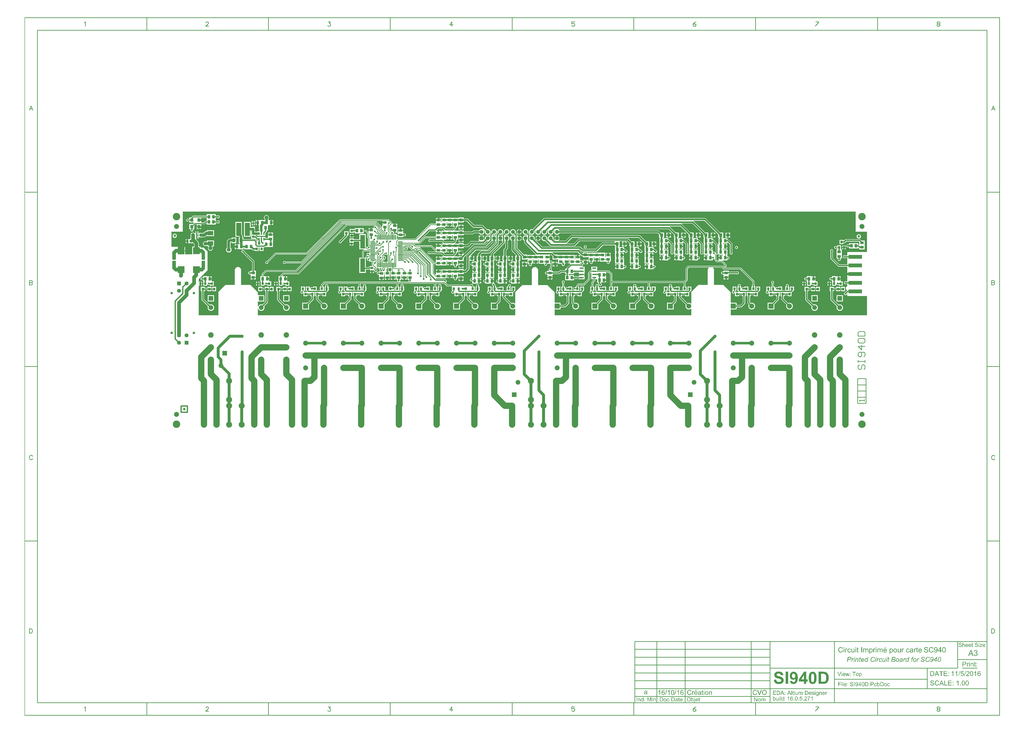
<source format=gtl>
G04 Layer_Physical_Order=1*
G04 Layer_Color=255*
%FSLAX25Y25*%
%MOIN*%
G70*
G01*
G75*
%ADD10R,0.05512X0.05118*%
%ADD11C,0.03937*%
%ADD12R,0.04000X0.03500*%
%ADD13R,0.03400X0.04000*%
%ADD14R,0.04300X0.05700*%
%ADD15R,0.04000X0.03400*%
%ADD16R,0.05700X0.04300*%
%ADD17R,0.05118X0.05512*%
%ADD18R,0.03500X0.04000*%
%ADD19R,0.10630X0.10630*%
%ADD20R,0.07500X0.01300*%
%ADD21R,0.01300X0.07500*%
%ADD22R,0.08600X0.06600*%
%ADD23R,0.02400X0.10600*%
%ADD24R,0.04000X0.04000*%
%ADD25R,0.06300X0.02400*%
%ADD26R,0.07700X0.21600*%
%ADD27R,0.21654X0.06299*%
%ADD28R,0.04700X0.06300*%
%ADD29R,0.07874X0.20866*%
%ADD30R,0.02400X0.05000*%
%ADD31R,0.02400X0.04400*%
%ADD32C,0.01500*%
%ADD33C,0.06000*%
%ADD34C,0.02000*%
%ADD35C,0.02500*%
%ADD36C,0.05906*%
%ADD37C,0.01000*%
%ADD38C,0.10000*%
%ADD39C,0.02106*%
%ADD40C,0.04500*%
%ADD41C,0.01200*%
%ADD42C,0.00800*%
%ADD43C,0.04000*%
%ADD44C,0.03937*%
%ADD45C,0.04937*%
%ADD46C,0.01969*%
%ADD47R,0.10500X0.14000*%
%ADD48C,0.00500*%
%ADD49R,0.07500X0.07500*%
%ADD50C,0.07500*%
%ADD51C,0.06299*%
%ADD52R,0.06299X0.06299*%
%ADD53R,0.07874X0.07874*%
%ADD54C,0.07874*%
%ADD55C,0.08661*%
%ADD56C,0.07480*%
%ADD57R,0.07480X0.07480*%
%ADD58C,0.09500*%
%ADD59C,0.06000*%
%ADD60C,0.11811*%
%ADD61C,0.07874*%
%ADD62C,0.02900*%
%ADD63C,0.05000*%
G36*
X1067500Y282500D02*
X1085461D01*
Y250000D01*
X1054331D01*
Y244381D01*
X1050616D01*
X1050189Y244667D01*
X1049316Y244840D01*
X1048443Y244667D01*
X1047703Y244172D01*
X1047208Y243432D01*
X1047035Y242559D01*
X1047208Y241686D01*
X1047703Y240946D01*
X1048443Y240452D01*
X1049316Y240278D01*
X1050189Y240452D01*
X1050616Y240737D01*
X1054331D01*
Y230602D01*
X1041380D01*
X1031197Y240784D01*
Y251200D01*
X1031483Y251627D01*
X1031656Y252500D01*
X1031483Y253373D01*
X1030988Y254113D01*
X1030248Y254608D01*
X1029375Y254781D01*
X1028502Y254608D01*
X1027762Y254113D01*
X1027267Y253373D01*
X1027094Y252500D01*
X1027267Y251627D01*
X1027553Y251200D01*
Y240030D01*
X1027553Y240030D01*
X1027691Y239332D01*
X1028086Y238741D01*
X1039336Y227491D01*
X1039336Y227491D01*
X1039928Y227096D01*
X1040625Y226957D01*
X1054331D01*
Y203043D01*
X1052594D01*
X1052123Y203358D01*
X1051250Y203531D01*
X1050377Y203358D01*
X1049637Y202863D01*
X1049142Y202123D01*
X1048969Y201250D01*
X1049142Y200377D01*
X1049637Y199637D01*
X1050377Y199142D01*
X1051250Y198969D01*
X1052123Y199142D01*
X1052506Y199398D01*
X1054331D01*
Y196155D01*
X1054019Y196026D01*
X1053190Y195389D01*
X1052554Y194560D01*
X1052154Y193595D01*
X1052017Y192559D01*
X1052154Y191523D01*
X1052554Y190558D01*
X1053190Y189729D01*
X1053598Y189415D01*
X1053643Y188843D01*
X1053589Y188666D01*
X1050880Y185958D01*
X1050377Y185858D01*
X1049637Y185363D01*
X1049142Y184623D01*
X1048969Y183750D01*
X1049142Y182877D01*
X1049637Y182137D01*
X1050377Y181642D01*
X1051250Y181469D01*
X1052123Y181642D01*
X1052863Y182137D01*
X1053358Y182877D01*
X1053433Y183258D01*
X1053731Y183454D01*
X1054331Y183151D01*
Y180000D01*
X1085461D01*
Y149375D01*
X868746D01*
Y158780D01*
X878051D01*
Y162272D01*
X885344D01*
X885345Y162272D01*
X886042Y162411D01*
X886633Y162806D01*
X891200Y167373D01*
X891595Y167964D01*
X891734Y168661D01*
X891734Y168661D01*
Y179791D01*
X892989D01*
Y185678D01*
X894511D01*
Y179791D01*
X895766D01*
Y168770D01*
X895766Y168770D01*
X895905Y168072D01*
X896300Y167481D01*
X897441Y166340D01*
X897086Y165482D01*
X896903Y164094D01*
X897086Y162707D01*
X897621Y161414D01*
X898473Y160304D01*
X899583Y159452D01*
X900876Y158916D01*
X902264Y158734D01*
X903651Y158916D01*
X904944Y159452D01*
X906054Y160304D01*
X906906Y161414D01*
X907442Y162707D01*
X907625Y164094D01*
X907442Y165482D01*
X906906Y166775D01*
X906054Y167885D01*
X904944Y168737D01*
X903651Y169273D01*
X902264Y169455D01*
X900876Y169273D01*
X900018Y168917D01*
X899411Y169525D01*
Y179791D01*
X900667D01*
Y181347D01*
X905672D01*
Y179791D01*
X911828D01*
Y185757D01*
X912125Y185816D01*
X912716Y186211D01*
X913877Y187373D01*
X913877Y187373D01*
X914272Y187964D01*
X914369Y188453D01*
X915666D01*
Y195209D01*
X909511D01*
Y189322D01*
X907989D01*
Y195209D01*
X907211D01*
X906890Y195809D01*
X907019Y196002D01*
X907193Y196875D01*
X907019Y197748D01*
X906524Y198488D01*
X906326Y198621D01*
Y203214D01*
X906218Y203755D01*
X905912Y204214D01*
X885375Y224750D01*
X884916Y225057D01*
X884375Y225165D01*
X858711D01*
X856000Y227875D01*
X855541Y228182D01*
X855000Y228290D01*
X801875D01*
X801334Y228182D01*
X800875Y227875D01*
X797661Y224662D01*
X797355Y224203D01*
X797247Y223661D01*
Y206211D01*
X794950Y203915D01*
X680076D01*
Y215714D01*
X679968Y216255D01*
X679662Y216714D01*
X676000Y220375D01*
X675541Y220682D01*
X675000Y220790D01*
X656403D01*
Y226953D01*
X647347D01*
Y220790D01*
X646250D01*
X645709Y220682D01*
X645250Y220375D01*
X642750Y217875D01*
X642443Y217416D01*
X642335Y216875D01*
Y207461D01*
X634950Y200076D01*
X626875D01*
X626334Y199968D01*
X625875Y199662D01*
X623911Y197698D01*
X623604Y197239D01*
X623497Y196698D01*
Y195209D01*
X621834D01*
Y194186D01*
X621304Y193903D01*
X621185Y193983D01*
X620312Y194156D01*
X619440Y193983D01*
X618699Y193488D01*
X618205Y192748D01*
X618031Y191875D01*
X618205Y191002D01*
X618699Y190262D01*
X619207Y189922D01*
X619026Y189322D01*
X616828D01*
Y195209D01*
X610672D01*
Y193977D01*
X609268D01*
X609223Y194008D01*
X608350Y194181D01*
X607477Y194008D01*
X606737Y193513D01*
X606266Y192809D01*
X606222Y192803D01*
X605666Y193112D01*
Y195209D01*
X603901D01*
Y200745D01*
X604113Y200887D01*
X604608Y201627D01*
X604781Y202500D01*
X604608Y203373D01*
X604113Y204113D01*
X603373Y204608D01*
X602500Y204781D01*
X601627Y204608D01*
X600887Y204113D01*
X600392Y203373D01*
X600219Y202500D01*
X600392Y201627D01*
X600887Y200887D01*
X601276Y200627D01*
Y195209D01*
X599511D01*
Y188453D01*
X600808D01*
X600905Y187964D01*
X601300Y187373D01*
X601525Y187147D01*
X601277Y186547D01*
X596271D01*
X596106Y186772D01*
X595986Y187147D01*
X596218Y187495D01*
X596326Y188036D01*
Y188453D01*
X597989D01*
Y195209D01*
X591833D01*
Y188453D01*
X591833Y188453D01*
X591833D01*
X591617Y187933D01*
X591512Y187863D01*
X591017Y187123D01*
X590844Y186250D01*
X591017Y185377D01*
X591512Y184637D01*
X592252Y184142D01*
X593125Y183969D01*
X593998Y184142D01*
X594738Y184637D01*
X595072Y185137D01*
X595672Y184955D01*
Y179791D01*
X601828D01*
Y181347D01*
X606834D01*
Y179791D01*
X608089D01*
Y169416D01*
X604590Y165917D01*
X598051D01*
Y169410D01*
X588926D01*
Y186002D01*
X577429Y197498D01*
X562393D01*
Y221198D01*
X562224Y222483D01*
X561728Y223680D01*
X560939Y224708D01*
X559911Y225497D01*
X558714Y225993D01*
X557430Y226162D01*
X556145Y225993D01*
X554948Y225497D01*
X553920Y224708D01*
X553131Y223680D01*
X552635Y222483D01*
X552466Y221198D01*
Y197498D01*
X537430D01*
X526327Y186395D01*
Y168432D01*
X525727Y168136D01*
X524944Y168737D01*
X523651Y169273D01*
X522264Y169455D01*
X520876Y169273D01*
X520018Y168917D01*
X510036Y178900D01*
Y179791D01*
X511292D01*
Y181347D01*
X516297D01*
Y179791D01*
X522453D01*
Y185757D01*
X522750Y185816D01*
X523341Y186211D01*
X524502Y187373D01*
X524502Y187373D01*
X524897Y187964D01*
X524995Y188453D01*
X526292D01*
Y195209D01*
X520136D01*
Y189322D01*
X518614D01*
Y195209D01*
X518614Y195209D01*
X518614D01*
X518809Y195742D01*
X518983Y196002D01*
X519156Y196875D01*
X518983Y197748D01*
X518488Y198488D01*
X517748Y198983D01*
X516875Y199156D01*
X516002Y198983D01*
X515262Y198488D01*
X514767Y197748D01*
X514594Y196875D01*
X514640Y196641D01*
X514536Y196537D01*
X514229Y196078D01*
X514122Y195536D01*
Y195209D01*
X512459D01*
Y189322D01*
X507453D01*
Y195209D01*
X501297D01*
Y193977D01*
X499893D01*
X499848Y194008D01*
X498975Y194181D01*
X498102Y194008D01*
X497362Y193513D01*
X496891Y192809D01*
X496847Y192803D01*
X496291Y193112D01*
Y195209D01*
X495036D01*
Y196786D01*
X495036Y196786D01*
X494897Y197484D01*
X494502Y198075D01*
X494502Y198075D01*
X494083Y198495D01*
X493983Y198998D01*
X493488Y199738D01*
X492748Y200233D01*
X492250Y200332D01*
Y203400D01*
X489700D01*
Y200150D01*
X489881D01*
X490136Y199550D01*
X489767Y198998D01*
X489594Y198125D01*
X489767Y197252D01*
X490262Y196512D01*
X491002Y196017D01*
X491391Y195940D01*
Y195209D01*
X490136D01*
Y188453D01*
X491433D01*
X491530Y187964D01*
X491925Y187373D01*
X492150Y187147D01*
X491902Y186547D01*
X486896D01*
X486731Y186772D01*
X486611Y187147D01*
X486843Y187495D01*
X486951Y188036D01*
Y188453D01*
X488614D01*
Y195209D01*
X482458D01*
Y188453D01*
X482458Y188453D01*
X482458D01*
X482242Y187933D01*
X482137Y187863D01*
X481642Y187123D01*
X481469Y186250D01*
X481642Y185377D01*
X482137Y184637D01*
X482877Y184142D01*
X483750Y183969D01*
X484623Y184142D01*
X485363Y184637D01*
X485697Y185137D01*
X486297Y184955D01*
Y179791D01*
X492453D01*
Y181347D01*
X497459D01*
Y179791D01*
X498714D01*
Y172650D01*
X495474Y169410D01*
X487421D01*
Y158780D01*
X498051D01*
Y166832D01*
X501825Y170606D01*
X501825Y170606D01*
X502220Y171197D01*
X502359Y171895D01*
X502359Y171895D01*
Y179791D01*
X503614D01*
Y185678D01*
X505136D01*
Y179791D01*
X506391D01*
Y178145D01*
X506391Y178145D01*
X506530Y177447D01*
X506925Y176856D01*
X517441Y166340D01*
X517086Y165482D01*
X516903Y164094D01*
X517086Y162707D01*
X517621Y161414D01*
X518473Y160304D01*
X519583Y159452D01*
X520876Y158916D01*
X522264Y158734D01*
X523651Y158916D01*
X524944Y159452D01*
X525727Y160053D01*
X526327Y159757D01*
Y149375D01*
X116791Y149375D01*
Y159907D01*
X117391Y160026D01*
X117754Y159151D01*
X118574Y158082D01*
X119643Y157262D01*
X120888Y156746D01*
X122224Y156570D01*
X123561Y156746D01*
X124805Y157262D01*
X125875Y158082D01*
X126695Y159151D01*
X127211Y160396D01*
X127387Y161732D01*
X127211Y163068D01*
X126897Y163827D01*
X132450Y169381D01*
X132845Y169972D01*
X132984Y170669D01*
X132984Y170669D01*
Y187916D01*
X134239D01*
Y189472D01*
X135761D01*
Y187916D01*
X141917D01*
Y194672D01*
X135761D01*
Y193117D01*
X134239D01*
Y194672D01*
X128084D01*
Y193117D01*
X123703D01*
Y194672D01*
X117547D01*
Y187916D01*
X123703D01*
Y189472D01*
X128084D01*
Y187916D01*
X129339D01*
Y171424D01*
X124319Y166404D01*
X123561Y166719D01*
X122224Y166895D01*
X120888Y166719D01*
X119643Y166203D01*
X118574Y165383D01*
X117754Y164313D01*
X117391Y163438D01*
X116791Y163558D01*
Y170908D01*
X117106Y171378D01*
X117391Y171378D01*
X127342D01*
Y181614D01*
X117391D01*
X117106Y181614D01*
X116791Y182084D01*
Y186181D01*
X105295Y197677D01*
X90259D01*
Y221378D01*
X90090Y222663D01*
X89594Y223860D01*
X88805Y224888D01*
X87777Y225677D01*
X86580Y226173D01*
X85295Y226342D01*
X84011Y226173D01*
X82813Y225677D01*
X81785Y224888D01*
X80997Y223860D01*
X80501Y222663D01*
X80332Y221378D01*
Y197677D01*
X65295D01*
X54193Y186575D01*
Y149375D01*
X23000D01*
Y196956D01*
X24936D01*
Y199956D01*
Y202956D01*
X23000D01*
Y207000D01*
X35000Y219000D01*
X37000Y221000D01*
X37000Y251000D01*
X31000Y257000D01*
X25937Y257000D01*
Y258693D01*
X23064D01*
Y264256D01*
X22999Y264750D01*
X22934Y265245D01*
X22552Y266166D01*
X21945Y266957D01*
X18757Y270146D01*
X18986Y270700D01*
X19400D01*
Y277000D01*
Y283300D01*
X17800D01*
Y279374D01*
X17200Y279102D01*
X17128Y279165D01*
Y280378D01*
X15492D01*
X14739Y280690D01*
X13750Y280820D01*
X12761Y280690D01*
X12008Y280378D01*
X10372D01*
Y278742D01*
X10060Y277989D01*
X9930Y277000D01*
Y270878D01*
X7012D01*
Y270500D01*
X5460D01*
Y267500D01*
Y264500D01*
X7012D01*
Y264122D01*
X13268D01*
Y264122D01*
X13768Y264329D01*
X15424Y262674D01*
Y258693D01*
X12551D01*
Y246500D01*
X1071D01*
Y251400D01*
X-2000D01*
Y249000D01*
X-12500Y249000D01*
X-13500Y248000D01*
X-13500Y238000D01*
X-19000D01*
Y250500D01*
X-14500Y255000D01*
X-5844D01*
Y258315D01*
X-5844D01*
Y258500D01*
X-20461Y258500D01*
Y282500D01*
X-2500D01*
Y314418D01*
X1067500D01*
Y282500D01*
D02*
G37*
G36*
X33000Y250500D02*
Y238000D01*
X27500D01*
X27500Y248000D01*
X26500Y249000D01*
X16000Y249000D01*
X16000Y255000D01*
X28500D01*
X33000Y250500D01*
D02*
G37*
G36*
Y223500D02*
X28500Y219000D01*
X16000D01*
X16000Y225000D01*
X26500Y225000D01*
X27500Y226000D01*
X27500Y236000D01*
X33000D01*
Y223500D01*
D02*
G37*
G36*
X-13500Y226000D02*
X-12500Y225000D01*
X-2000Y225000D01*
X-2000Y219000D01*
X-14500D01*
X-19000Y223500D01*
Y236000D01*
X-13500D01*
X-13500Y226000D01*
D02*
G37*
G36*
X677247Y215128D02*
Y202500D01*
Y195209D01*
X675584D01*
Y189322D01*
X670578D01*
Y195209D01*
X664422D01*
Y193977D01*
X662581D01*
X662535Y194008D01*
X661662Y194181D01*
X660789Y194008D01*
X660049Y193513D01*
X660016Y193464D01*
X659416Y193646D01*
Y195209D01*
X658412D01*
X658228Y195809D01*
X658358Y196002D01*
X658531Y196875D01*
X658358Y197748D01*
X657863Y198488D01*
X657123Y198983D01*
X656250Y199156D01*
X655377Y198983D01*
X654637Y198488D01*
X654142Y197748D01*
X653969Y196875D01*
X654142Y196002D01*
X654272Y195809D01*
X653951Y195209D01*
X653261D01*
Y188453D01*
X654558D01*
X654655Y187964D01*
X655050Y187373D01*
X655275Y187147D01*
X655027Y186547D01*
X650021D01*
X649856Y186772D01*
X649736Y187147D01*
X649968Y187495D01*
X650076Y188036D01*
Y188453D01*
X651739D01*
Y195209D01*
X650076D01*
Y201201D01*
X652875Y204000D01*
X653182Y204459D01*
X653290Y205000D01*
Y206797D01*
X656403D01*
X656622Y206288D01*
Y201397D01*
X658328D01*
Y199850D01*
X658328Y199850D01*
X658466Y199153D01*
X658861Y198561D01*
X659199Y198224D01*
X659299Y197721D01*
X659793Y196981D01*
X660533Y196486D01*
X661406Y196312D01*
X662279Y196486D01*
X663019Y196981D01*
X663514Y197721D01*
X663688Y198594D01*
X663514Y199467D01*
X663019Y200207D01*
X662279Y200701D01*
X661972Y200762D01*
Y201397D01*
X663678D01*
Y201587D01*
X664200Y201775D01*
X664278Y201775D01*
X666750D01*
Y205625D01*
X667350D01*
Y206225D01*
X670500D01*
Y209300D01*
X670500Y209900D01*
X670500Y210075D01*
Y213150D01*
X667350D01*
Y214350D01*
X670500D01*
Y217360D01*
X670500Y217600D01*
X670951Y217960D01*
X674414D01*
X677247Y215128D01*
D02*
G37*
G36*
X857125Y222750D02*
X857584Y222443D01*
X858125Y222335D01*
X883789D01*
X903497Y202628D01*
Y198621D01*
X903298Y198488D01*
X902804Y197748D01*
X902630Y196875D01*
X902804Y196002D01*
X902933Y195809D01*
X902612Y195209D01*
X901834D01*
Y189322D01*
X896828D01*
Y195209D01*
X890672D01*
Y193977D01*
X889268D01*
X889223Y194008D01*
X888350Y194181D01*
X887477Y194008D01*
X886737Y193513D01*
X886267Y192809D01*
X886222Y192803D01*
X885666Y193112D01*
Y195209D01*
X884799D01*
X884478Y195809D01*
X884608Y196002D01*
X884781Y196875D01*
X884608Y197748D01*
X884113Y198488D01*
X883373Y198983D01*
X882500Y199156D01*
X881627Y198983D01*
X880887Y198488D01*
X880392Y197748D01*
X880219Y196875D01*
X880392Y196002D01*
X880522Y195809D01*
X880201Y195209D01*
X879511D01*
Y188453D01*
X880808D01*
X880905Y187964D01*
X881300Y187373D01*
X881526Y187147D01*
X881277Y186547D01*
X876271D01*
X876106Y186772D01*
X875986Y187147D01*
X876218Y187495D01*
X876326Y188036D01*
Y188453D01*
X877989D01*
Y195209D01*
X871834D01*
Y188453D01*
X871834Y188453D01*
X871834D01*
X871617Y187933D01*
X871512Y187863D01*
X871017Y187123D01*
X870844Y186250D01*
X871017Y185377D01*
X871512Y184637D01*
X872252Y184142D01*
X873125Y183969D01*
X873998Y184142D01*
X874738Y184637D01*
X875072Y185137D01*
X875672Y184955D01*
Y179791D01*
X881828D01*
Y181347D01*
X886833D01*
Y179791D01*
X888089D01*
Y169416D01*
X884590Y165917D01*
X878051D01*
Y169410D01*
X868746D01*
Y186181D01*
X857250Y197677D01*
X842214D01*
Y221378D01*
X842045Y222663D01*
X841549Y223860D01*
X840781Y224860D01*
X840814Y225070D01*
X840947Y225460D01*
X854414D01*
X857125Y222750D01*
D02*
G37*
G36*
X647347Y217746D02*
Y211797D01*
Y206797D01*
X650460D01*
Y205586D01*
X647661Y202787D01*
X647355Y202328D01*
X647247Y201786D01*
Y195209D01*
X645583D01*
Y188453D01*
X645583Y188453D01*
X645583D01*
X645367Y187933D01*
X645262Y187863D01*
X644767Y187123D01*
X644594Y186250D01*
X644767Y185377D01*
X645262Y184637D01*
X646002Y184142D01*
X646875Y183969D01*
X647748Y184142D01*
X648488Y184637D01*
X648822Y185137D01*
X649422Y184955D01*
Y179791D01*
X655578D01*
Y181347D01*
X660583D01*
Y179791D01*
X661839D01*
Y175775D01*
X655474Y169410D01*
X647421D01*
Y158780D01*
X658051D01*
Y166832D01*
X664950Y173731D01*
X664950Y173731D01*
X665345Y174322D01*
X665484Y175020D01*
X665484Y175020D01*
Y179791D01*
X666739D01*
Y185678D01*
X668261D01*
Y179791D01*
X669516D01*
Y175020D01*
X669516Y175020D01*
X669655Y174322D01*
X670050Y173731D01*
X677441Y166340D01*
X677086Y165482D01*
X676903Y164094D01*
X677086Y162707D01*
X677621Y161414D01*
X678473Y160304D01*
X679583Y159452D01*
X680876Y158916D01*
X682264Y158734D01*
X683651Y158916D01*
X684944Y159452D01*
X686054Y160304D01*
X686906Y161414D01*
X687442Y162707D01*
X687625Y164094D01*
X687442Y165482D01*
X686906Y166775D01*
X686054Y167885D01*
X684944Y168737D01*
X683651Y169273D01*
X682264Y169455D01*
X680876Y169273D01*
X680018Y168917D01*
X673161Y175775D01*
Y179791D01*
X674416D01*
Y181347D01*
X679422D01*
Y179791D01*
X685578D01*
Y185757D01*
X685875Y185816D01*
X686466Y186211D01*
X687627Y187373D01*
X687627Y187373D01*
X688022Y187964D01*
X688120Y188453D01*
X689417D01*
Y195209D01*
X683261D01*
Y189322D01*
X681739D01*
Y195209D01*
X680076D01*
Y201085D01*
X737247D01*
Y195209D01*
X735583D01*
Y189322D01*
X730578D01*
Y195209D01*
X724422D01*
Y193977D01*
X723018D01*
X722973Y194008D01*
X722100Y194181D01*
X721227Y194008D01*
X720487Y193513D01*
X720016Y192809D01*
X719973Y192803D01*
X719417Y193112D01*
Y195209D01*
X718549D01*
X718228Y195809D01*
X718358Y196002D01*
X718531Y196875D01*
X718358Y197748D01*
X717863Y198488D01*
X717123Y198983D01*
X716250Y199156D01*
X715377Y198983D01*
X714637Y198488D01*
X714142Y197748D01*
X713969Y196875D01*
X714142Y196002D01*
X714272Y195809D01*
X713951Y195209D01*
X713261D01*
Y188453D01*
X714558D01*
X714655Y187964D01*
X715050Y187373D01*
X715275Y187147D01*
X715027Y186547D01*
X710021D01*
X709856Y186772D01*
X709736Y187147D01*
X709968Y187495D01*
X710076Y188036D01*
Y188453D01*
X711739D01*
Y195209D01*
X705583D01*
Y188453D01*
X705583Y188453D01*
X705583D01*
X705367Y187933D01*
X705262Y187863D01*
X704767Y187123D01*
X704594Y186250D01*
X704767Y185377D01*
X705262Y184637D01*
X706002Y184142D01*
X706875Y183969D01*
X707748Y184142D01*
X708488Y184637D01*
X708822Y185137D01*
X709422Y184955D01*
Y179791D01*
X715578D01*
Y181347D01*
X720583D01*
Y179791D01*
X721839D01*
Y175775D01*
X715474Y169410D01*
X707421D01*
Y158780D01*
X718051D01*
Y166832D01*
X724950Y173731D01*
X724950Y173731D01*
X725345Y174322D01*
X725484Y175020D01*
X725484Y175020D01*
Y179791D01*
X726739D01*
Y185678D01*
X728261D01*
Y179791D01*
X729516D01*
Y175020D01*
X729516Y175020D01*
X729655Y174322D01*
X730050Y173731D01*
X737441Y166340D01*
X737086Y165482D01*
X736903Y164094D01*
X737086Y162707D01*
X737621Y161414D01*
X738473Y160304D01*
X739583Y159452D01*
X740876Y158916D01*
X742264Y158734D01*
X743651Y158916D01*
X744944Y159452D01*
X746054Y160304D01*
X746906Y161414D01*
X747442Y162707D01*
X747625Y164094D01*
X747442Y165482D01*
X746906Y166775D01*
X746054Y167885D01*
X744944Y168737D01*
X743651Y169273D01*
X742264Y169455D01*
X740876Y169273D01*
X740018Y168917D01*
X733161Y175775D01*
Y179791D01*
X734416D01*
Y181347D01*
X739422D01*
Y179791D01*
X745578D01*
Y185757D01*
X745875Y185816D01*
X746466Y186211D01*
X747627Y187373D01*
X747627Y187373D01*
X748022Y187964D01*
X748119Y188453D01*
X749416D01*
Y195209D01*
X743261D01*
Y189322D01*
X741739D01*
Y195209D01*
X740076D01*
Y201085D01*
X794122D01*
Y195209D01*
X792458D01*
Y189322D01*
X787453D01*
Y195209D01*
X781297D01*
Y193977D01*
X779893D01*
X779848Y194008D01*
X778975Y194181D01*
X778102Y194008D01*
X777362Y193513D01*
X776892Y192809D01*
X776848Y192803D01*
X776292Y193112D01*
Y195209D01*
X775424D01*
X775103Y195809D01*
X775233Y196002D01*
X775406Y196875D01*
X775233Y197748D01*
X774738Y198488D01*
X773998Y198983D01*
X773125Y199156D01*
X772252Y198983D01*
X771512Y198488D01*
X771017Y197748D01*
X770844Y196875D01*
X771017Y196002D01*
X771147Y195809D01*
X770826Y195209D01*
X770136D01*
Y188453D01*
X771433D01*
X771530Y187964D01*
X771925Y187373D01*
X772151Y187147D01*
X771902Y186547D01*
X766896D01*
X766731Y186772D01*
X766611Y187147D01*
X766843Y187495D01*
X766951Y188036D01*
Y188453D01*
X768614D01*
Y195209D01*
X762459D01*
Y188453D01*
X762459Y188453D01*
X762458D01*
X762242Y187933D01*
X762137Y187863D01*
X761642Y187123D01*
X761469Y186250D01*
X761642Y185377D01*
X762137Y184637D01*
X762877Y184142D01*
X763750Y183969D01*
X764623Y184142D01*
X765363Y184637D01*
X765697Y185137D01*
X766297Y184955D01*
Y179791D01*
X772453D01*
Y181347D01*
X777458D01*
Y179791D01*
X778714D01*
Y172650D01*
X775474Y169410D01*
X767421D01*
Y158780D01*
X778051D01*
Y166832D01*
X781825Y170606D01*
X781825Y170606D01*
X782220Y171197D01*
X782359Y171895D01*
X782359Y171895D01*
Y179791D01*
X783614D01*
Y185678D01*
X785136D01*
Y179791D01*
X786391D01*
Y178145D01*
X786391Y178145D01*
X786530Y177447D01*
X786925Y176856D01*
X797441Y166340D01*
X797086Y165482D01*
X796903Y164094D01*
X797086Y162707D01*
X797621Y161414D01*
X798473Y160304D01*
X799583Y159452D01*
X800876Y158916D01*
X802264Y158734D01*
X803651Y158916D01*
X804944Y159452D01*
X805548Y159915D01*
X806148Y159619D01*
Y149375D01*
X588926D01*
Y158780D01*
X598051D01*
Y162272D01*
X605344D01*
X605344Y162272D01*
X606042Y162411D01*
X606633Y162806D01*
X611200Y167373D01*
X611595Y167964D01*
X611734Y168661D01*
X611734Y168661D01*
Y179791D01*
X612989D01*
Y185678D01*
X614511D01*
Y179791D01*
X615766D01*
Y168770D01*
X615766Y168770D01*
X615905Y168072D01*
X616300Y167481D01*
X617441Y166340D01*
X617086Y165482D01*
X616903Y164094D01*
X617086Y162707D01*
X617621Y161414D01*
X618473Y160304D01*
X619583Y159452D01*
X620876Y158916D01*
X622264Y158734D01*
X623651Y158916D01*
X624944Y159452D01*
X626054Y160304D01*
X626906Y161414D01*
X627442Y162707D01*
X627625Y164094D01*
X627442Y165482D01*
X626906Y166775D01*
X626054Y167885D01*
X624944Y168737D01*
X623651Y169273D01*
X622264Y169455D01*
X620876Y169273D01*
X620018Y168917D01*
X619411Y169525D01*
Y179791D01*
X620667D01*
Y181347D01*
X625672D01*
Y179791D01*
X631828D01*
Y185757D01*
X632125Y185816D01*
X632716Y186211D01*
X633877Y187373D01*
X633877Y187373D01*
X634272Y187964D01*
X634370Y188453D01*
X635667D01*
Y195209D01*
X629511D01*
Y189322D01*
X627989D01*
Y195209D01*
X626326D01*
Y196112D01*
X627461Y197247D01*
X635536D01*
X636078Y197354D01*
X636537Y197661D01*
X644750Y205875D01*
X645057Y206334D01*
X645165Y206875D01*
Y216289D01*
X646747Y217871D01*
X647347Y217746D01*
D02*
G37*
G36*
X833686Y225070D02*
X833719Y224860D01*
X832951Y223860D01*
X832455Y222663D01*
X832286Y221378D01*
Y197677D01*
X817250D01*
X806148Y186575D01*
Y168570D01*
X805548Y168274D01*
X804944Y168737D01*
X803651Y169273D01*
X802264Y169455D01*
X800876Y169273D01*
X800018Y168917D01*
X790036Y178900D01*
Y179791D01*
X791292D01*
Y181347D01*
X796297D01*
Y179791D01*
X802453D01*
Y185757D01*
X802750Y185816D01*
X803341Y186211D01*
X804502Y187373D01*
X804502Y187373D01*
X804897Y187964D01*
X804994Y188453D01*
X806291D01*
Y195209D01*
X800136D01*
Y189322D01*
X798614D01*
Y195209D01*
X796951D01*
Y201914D01*
X799662Y204625D01*
X799968Y205084D01*
X800076Y205625D01*
Y223076D01*
X802461Y225460D01*
X833553D01*
X833686Y225070D01*
D02*
G37*
G36*
X1263962Y-372636D02*
X1263171D01*
Y-371738D01*
X1263962D01*
Y-372636D01*
D02*
G37*
G36*
X1259687Y-371640D02*
X1259755D01*
X1259921Y-371660D01*
X1260116Y-371689D01*
X1260331Y-371728D01*
X1260546Y-371786D01*
X1260751Y-371865D01*
X1260760D01*
X1260770Y-371874D01*
X1260800Y-371884D01*
X1260839Y-371904D01*
X1260936Y-371962D01*
X1261063Y-372030D01*
X1261200Y-372128D01*
X1261336Y-372245D01*
X1261473Y-372382D01*
X1261590Y-372538D01*
X1261600Y-372557D01*
X1261639Y-372616D01*
X1261688Y-372714D01*
X1261736Y-372831D01*
X1261795Y-372977D01*
X1261854Y-373153D01*
X1261893Y-373338D01*
X1261912Y-373543D01*
X1261102Y-373602D01*
Y-373592D01*
Y-373573D01*
X1261092Y-373543D01*
X1261083Y-373504D01*
X1261063Y-373397D01*
X1261024Y-373260D01*
X1260966Y-373114D01*
X1260887Y-372967D01*
X1260780Y-372821D01*
X1260653Y-372694D01*
X1260634Y-372684D01*
X1260585Y-372645D01*
X1260497Y-372597D01*
X1260380Y-372538D01*
X1260224Y-372479D01*
X1260028Y-372431D01*
X1259804Y-372392D01*
X1259540Y-372382D01*
X1259414D01*
X1259355Y-372392D01*
X1259277D01*
X1259111Y-372421D01*
X1258926Y-372450D01*
X1258740Y-372499D01*
X1258564Y-372567D01*
X1258486Y-372616D01*
X1258418Y-372665D01*
X1258408Y-372675D01*
X1258369Y-372714D01*
X1258311Y-372772D01*
X1258252Y-372860D01*
X1258184Y-372958D01*
X1258135Y-373075D01*
X1258096Y-373202D01*
X1258076Y-373348D01*
Y-373368D01*
Y-373407D01*
X1258086Y-373475D01*
X1258106Y-373553D01*
X1258135Y-373641D01*
X1258184Y-373739D01*
X1258242Y-373826D01*
X1258321Y-373914D01*
X1258330Y-373924D01*
X1258379Y-373953D01*
X1258408Y-373973D01*
X1258447Y-374002D01*
X1258506Y-374022D01*
X1258574Y-374051D01*
X1258652Y-374090D01*
X1258740Y-374129D01*
X1258838Y-374158D01*
X1258955Y-374197D01*
X1259091Y-374246D01*
X1259238Y-374285D01*
X1259404Y-374324D01*
X1259589Y-374373D01*
X1259599D01*
X1259638Y-374383D01*
X1259687Y-374392D01*
X1259755Y-374412D01*
X1259843Y-374431D01*
X1259941Y-374461D01*
X1260155Y-374510D01*
X1260390Y-374578D01*
X1260624Y-374646D01*
X1260741Y-374675D01*
X1260839Y-374714D01*
X1260936Y-374753D01*
X1261014Y-374783D01*
X1261024D01*
X1261043Y-374793D01*
X1261063Y-374812D01*
X1261102Y-374832D01*
X1261200Y-374890D01*
X1261327Y-374958D01*
X1261463Y-375056D01*
X1261600Y-375173D01*
X1261727Y-375300D01*
X1261834Y-375437D01*
X1261844Y-375456D01*
X1261873Y-375505D01*
X1261922Y-375583D01*
X1261971Y-375700D01*
X1262020Y-375827D01*
X1262068Y-375983D01*
X1262098Y-376159D01*
X1262107Y-376344D01*
Y-376354D01*
Y-376364D01*
Y-376393D01*
Y-376432D01*
X1262088Y-376530D01*
X1262068Y-376657D01*
X1262039Y-376803D01*
X1261981Y-376969D01*
X1261912Y-377145D01*
X1261815Y-377311D01*
X1261805Y-377330D01*
X1261756Y-377389D01*
X1261697Y-377467D01*
X1261600Y-377564D01*
X1261483Y-377681D01*
X1261336Y-377799D01*
X1261161Y-377906D01*
X1260966Y-378013D01*
X1260956D01*
X1260936Y-378023D01*
X1260907Y-378033D01*
X1260868Y-378052D01*
X1260819Y-378072D01*
X1260760Y-378091D01*
X1260604Y-378131D01*
X1260429Y-378179D01*
X1260214Y-378218D01*
X1259989Y-378248D01*
X1259736Y-378257D01*
X1259589D01*
X1259521Y-378248D01*
X1259433D01*
X1259336Y-378238D01*
X1259228Y-378228D01*
X1259004Y-378199D01*
X1258760Y-378150D01*
X1258516Y-378091D01*
X1258282Y-378013D01*
X1258272D01*
X1258252Y-378004D01*
X1258223Y-377984D01*
X1258184Y-377965D01*
X1258076Y-377906D01*
X1257950Y-377818D01*
X1257793Y-377711D01*
X1257647Y-377584D01*
X1257491Y-377428D01*
X1257354Y-377252D01*
Y-377242D01*
X1257345Y-377233D01*
X1257325Y-377203D01*
X1257306Y-377164D01*
X1257276Y-377115D01*
X1257247Y-377057D01*
X1257188Y-376910D01*
X1257130Y-376745D01*
X1257071Y-376540D01*
X1257032Y-376325D01*
X1257013Y-376091D01*
X1257813Y-376022D01*
Y-376032D01*
Y-376042D01*
X1257823Y-376100D01*
X1257842Y-376188D01*
X1257862Y-376305D01*
X1257901Y-376432D01*
X1257940Y-376569D01*
X1257998Y-376696D01*
X1258067Y-376823D01*
X1258076Y-376832D01*
X1258106Y-376871D01*
X1258155Y-376930D01*
X1258233Y-376998D01*
X1258321Y-377076D01*
X1258428Y-377164D01*
X1258564Y-377242D01*
X1258711Y-377320D01*
X1258721D01*
X1258730Y-377330D01*
X1258789Y-377350D01*
X1258877Y-377379D01*
X1259004Y-377408D01*
X1259140Y-377447D01*
X1259316Y-377477D01*
X1259501Y-377496D01*
X1259697Y-377506D01*
X1259775D01*
X1259872Y-377496D01*
X1259980Y-377486D01*
X1260116Y-377477D01*
X1260253Y-377447D01*
X1260399Y-377418D01*
X1260546Y-377369D01*
X1260565Y-377359D01*
X1260604Y-377340D01*
X1260673Y-377311D01*
X1260751Y-377262D01*
X1260848Y-377203D01*
X1260936Y-377135D01*
X1261024Y-377057D01*
X1261102Y-376969D01*
X1261112Y-376959D01*
X1261131Y-376920D01*
X1261161Y-376871D01*
X1261200Y-376803D01*
X1261229Y-376725D01*
X1261258Y-376627D01*
X1261278Y-376530D01*
X1261287Y-376423D01*
Y-376413D01*
Y-376374D01*
X1261278Y-376315D01*
X1261268Y-376247D01*
X1261248Y-376159D01*
X1261209Y-376071D01*
X1261170Y-375983D01*
X1261112Y-375895D01*
X1261102Y-375886D01*
X1261083Y-375856D01*
X1261034Y-375817D01*
X1260975Y-375759D01*
X1260897Y-375700D01*
X1260800Y-375642D01*
X1260673Y-375573D01*
X1260536Y-375515D01*
X1260526Y-375505D01*
X1260487Y-375495D01*
X1260409Y-375476D01*
X1260360Y-375456D01*
X1260302Y-375437D01*
X1260224Y-375417D01*
X1260146Y-375398D01*
X1260048Y-375368D01*
X1259950Y-375339D01*
X1259833Y-375310D01*
X1259697Y-375281D01*
X1259550Y-375241D01*
X1259394Y-375202D01*
X1259384D01*
X1259355Y-375193D01*
X1259306Y-375183D01*
X1259248Y-375163D01*
X1259179Y-375144D01*
X1259101Y-375124D01*
X1258916Y-375076D01*
X1258711Y-375007D01*
X1258506Y-374939D01*
X1258321Y-374871D01*
X1258233Y-374841D01*
X1258164Y-374802D01*
X1258155D01*
X1258145Y-374793D01*
X1258086Y-374753D01*
X1258008Y-374705D01*
X1257911Y-374636D01*
X1257793Y-374549D01*
X1257686Y-374451D01*
X1257579Y-374334D01*
X1257481Y-374207D01*
X1257471Y-374187D01*
X1257442Y-374139D01*
X1257413Y-374070D01*
X1257374Y-373973D01*
X1257325Y-373856D01*
X1257296Y-373719D01*
X1257266Y-373563D01*
X1257257Y-373407D01*
Y-373397D01*
Y-373387D01*
Y-373358D01*
Y-373319D01*
X1257276Y-373231D01*
X1257296Y-373114D01*
X1257325Y-372967D01*
X1257374Y-372821D01*
X1257442Y-372655D01*
X1257530Y-372499D01*
Y-372489D01*
X1257540Y-372479D01*
X1257579Y-372431D01*
X1257647Y-372353D01*
X1257735Y-372255D01*
X1257842Y-372157D01*
X1257979Y-372050D01*
X1258145Y-371943D01*
X1258330Y-371855D01*
X1258340D01*
X1258350Y-371845D01*
X1258379Y-371835D01*
X1258428Y-371816D01*
X1258477Y-371806D01*
X1258535Y-371786D01*
X1258672Y-371738D01*
X1258848Y-371699D01*
X1259043Y-371669D01*
X1259267Y-371640D01*
X1259501Y-371630D01*
X1259619D01*
X1259687Y-371640D01*
D02*
G37*
G36*
X1233803D02*
X1233872D01*
X1234038Y-371660D01*
X1234233Y-371689D01*
X1234447Y-371728D01*
X1234662Y-371786D01*
X1234867Y-371865D01*
X1234877D01*
X1234887Y-371874D01*
X1234916Y-371884D01*
X1234955Y-371904D01*
X1235053Y-371962D01*
X1235180Y-372030D01*
X1235316Y-372128D01*
X1235453Y-372245D01*
X1235590Y-372382D01*
X1235707Y-372538D01*
X1235716Y-372557D01*
X1235755Y-372616D01*
X1235804Y-372714D01*
X1235853Y-372831D01*
X1235911Y-372977D01*
X1235970Y-373153D01*
X1236009Y-373338D01*
X1236029Y-373543D01*
X1235219Y-373602D01*
Y-373592D01*
Y-373573D01*
X1235209Y-373543D01*
X1235199Y-373504D01*
X1235180Y-373397D01*
X1235141Y-373260D01*
X1235082Y-373114D01*
X1235004Y-372967D01*
X1234896Y-372821D01*
X1234770Y-372694D01*
X1234750Y-372684D01*
X1234701Y-372645D01*
X1234614Y-372597D01*
X1234496Y-372538D01*
X1234340Y-372479D01*
X1234145Y-372431D01*
X1233920Y-372392D01*
X1233657Y-372382D01*
X1233530D01*
X1233471Y-372392D01*
X1233393D01*
X1233228Y-372421D01*
X1233042Y-372450D01*
X1232857Y-372499D01*
X1232681Y-372567D01*
X1232603Y-372616D01*
X1232535Y-372665D01*
X1232525Y-372675D01*
X1232486Y-372714D01*
X1232427Y-372772D01*
X1232369Y-372860D01*
X1232300Y-372958D01*
X1232251Y-373075D01*
X1232213Y-373202D01*
X1232193Y-373348D01*
Y-373368D01*
Y-373407D01*
X1232203Y-373475D01*
X1232222Y-373553D01*
X1232251Y-373641D01*
X1232300Y-373739D01*
X1232359Y-373826D01*
X1232437Y-373914D01*
X1232447Y-373924D01*
X1232495Y-373953D01*
X1232525Y-373973D01*
X1232564Y-374002D01*
X1232622Y-374022D01*
X1232691Y-374051D01*
X1232769Y-374090D01*
X1232857Y-374129D01*
X1232954Y-374158D01*
X1233071Y-374197D01*
X1233208Y-374246D01*
X1233354Y-374285D01*
X1233520Y-374324D01*
X1233706Y-374373D01*
X1233716D01*
X1233755Y-374383D01*
X1233803Y-374392D01*
X1233872Y-374412D01*
X1233959Y-374431D01*
X1234057Y-374461D01*
X1234272Y-374510D01*
X1234506Y-374578D01*
X1234740Y-374646D01*
X1234857Y-374675D01*
X1234955Y-374714D01*
X1235053Y-374753D01*
X1235131Y-374783D01*
X1235141D01*
X1235160Y-374793D01*
X1235180Y-374812D01*
X1235219Y-374832D01*
X1235316Y-374890D01*
X1235443Y-374958D01*
X1235580Y-375056D01*
X1235716Y-375173D01*
X1235843Y-375300D01*
X1235951Y-375437D01*
X1235960Y-375456D01*
X1235990Y-375505D01*
X1236038Y-375583D01*
X1236087Y-375700D01*
X1236136Y-375827D01*
X1236185Y-375983D01*
X1236214Y-376159D01*
X1236224Y-376344D01*
Y-376354D01*
Y-376364D01*
Y-376393D01*
Y-376432D01*
X1236204Y-376530D01*
X1236185Y-376657D01*
X1236156Y-376803D01*
X1236097Y-376969D01*
X1236029Y-377145D01*
X1235931Y-377311D01*
X1235921Y-377330D01*
X1235872Y-377389D01*
X1235814Y-377467D01*
X1235716Y-377564D01*
X1235599Y-377681D01*
X1235453Y-377799D01*
X1235277Y-377906D01*
X1235082Y-378013D01*
X1235072D01*
X1235053Y-378023D01*
X1235023Y-378033D01*
X1234984Y-378052D01*
X1234935Y-378072D01*
X1234877Y-378091D01*
X1234721Y-378131D01*
X1234545Y-378179D01*
X1234330Y-378218D01*
X1234106Y-378248D01*
X1233852Y-378257D01*
X1233706D01*
X1233637Y-378248D01*
X1233550D01*
X1233452Y-378238D01*
X1233345Y-378228D01*
X1233120Y-378199D01*
X1232876Y-378150D01*
X1232632Y-378091D01*
X1232398Y-378013D01*
X1232388D01*
X1232369Y-378004D01*
X1232339Y-377984D01*
X1232300Y-377965D01*
X1232193Y-377906D01*
X1232066Y-377818D01*
X1231910Y-377711D01*
X1231763Y-377584D01*
X1231607Y-377428D01*
X1231471Y-377252D01*
Y-377242D01*
X1231461Y-377233D01*
X1231441Y-377203D01*
X1231422Y-377164D01*
X1231393Y-377115D01*
X1231363Y-377057D01*
X1231305Y-376910D01*
X1231246Y-376745D01*
X1231188Y-376540D01*
X1231149Y-376325D01*
X1231129Y-376091D01*
X1231929Y-376022D01*
Y-376032D01*
Y-376042D01*
X1231939Y-376100D01*
X1231959Y-376188D01*
X1231978Y-376305D01*
X1232017Y-376432D01*
X1232056Y-376569D01*
X1232115Y-376696D01*
X1232183Y-376823D01*
X1232193Y-376832D01*
X1232222Y-376871D01*
X1232271Y-376930D01*
X1232349Y-376998D01*
X1232437Y-377076D01*
X1232544Y-377164D01*
X1232681Y-377242D01*
X1232827Y-377320D01*
X1232837D01*
X1232847Y-377330D01*
X1232905Y-377350D01*
X1232993Y-377379D01*
X1233120Y-377408D01*
X1233257Y-377447D01*
X1233432Y-377477D01*
X1233618Y-377496D01*
X1233813Y-377506D01*
X1233891D01*
X1233989Y-377496D01*
X1234096Y-377486D01*
X1234233Y-377477D01*
X1234369Y-377447D01*
X1234516Y-377418D01*
X1234662Y-377369D01*
X1234682Y-377359D01*
X1234721Y-377340D01*
X1234789Y-377311D01*
X1234867Y-377262D01*
X1234965Y-377203D01*
X1235053Y-377135D01*
X1235141Y-377057D01*
X1235219Y-376969D01*
X1235228Y-376959D01*
X1235248Y-376920D01*
X1235277Y-376871D01*
X1235316Y-376803D01*
X1235345Y-376725D01*
X1235375Y-376627D01*
X1235394Y-376530D01*
X1235404Y-376423D01*
Y-376413D01*
Y-376374D01*
X1235394Y-376315D01*
X1235384Y-376247D01*
X1235365Y-376159D01*
X1235326Y-376071D01*
X1235287Y-375983D01*
X1235228Y-375895D01*
X1235219Y-375886D01*
X1235199Y-375856D01*
X1235150Y-375817D01*
X1235092Y-375759D01*
X1235014Y-375700D01*
X1234916Y-375642D01*
X1234789Y-375573D01*
X1234653Y-375515D01*
X1234643Y-375505D01*
X1234604Y-375495D01*
X1234526Y-375476D01*
X1234477Y-375456D01*
X1234418Y-375437D01*
X1234340Y-375417D01*
X1234262Y-375398D01*
X1234165Y-375368D01*
X1234067Y-375339D01*
X1233950Y-375310D01*
X1233813Y-375281D01*
X1233667Y-375241D01*
X1233511Y-375202D01*
X1233501D01*
X1233471Y-375193D01*
X1233423Y-375183D01*
X1233364Y-375163D01*
X1233296Y-375144D01*
X1233218Y-375124D01*
X1233032Y-375076D01*
X1232827Y-375007D01*
X1232622Y-374939D01*
X1232437Y-374871D01*
X1232349Y-374841D01*
X1232281Y-374802D01*
X1232271D01*
X1232261Y-374793D01*
X1232203Y-374753D01*
X1232125Y-374705D01*
X1232027Y-374636D01*
X1231910Y-374549D01*
X1231803Y-374451D01*
X1231695Y-374334D01*
X1231598Y-374207D01*
X1231588Y-374187D01*
X1231559Y-374139D01*
X1231529Y-374070D01*
X1231490Y-373973D01*
X1231441Y-373856D01*
X1231412Y-373719D01*
X1231383Y-373563D01*
X1231373Y-373407D01*
Y-373397D01*
Y-373387D01*
Y-373358D01*
Y-373319D01*
X1231393Y-373231D01*
X1231412Y-373114D01*
X1231441Y-372967D01*
X1231490Y-372821D01*
X1231559Y-372655D01*
X1231646Y-372499D01*
Y-372489D01*
X1231656Y-372479D01*
X1231695Y-372431D01*
X1231763Y-372353D01*
X1231851Y-372255D01*
X1231959Y-372157D01*
X1232095Y-372050D01*
X1232261Y-371943D01*
X1232447Y-371855D01*
X1232456D01*
X1232466Y-371845D01*
X1232495Y-371835D01*
X1232544Y-371816D01*
X1232593Y-371806D01*
X1232652Y-371786D01*
X1232788Y-371738D01*
X1232964Y-371699D01*
X1233159Y-371669D01*
X1233384Y-371640D01*
X1233618Y-371630D01*
X1233735D01*
X1233803Y-371640D01*
D02*
G37*
G36*
X1268705Y-374022D02*
X1266187Y-376979D01*
X1265699Y-377525D01*
X1265748D01*
X1265787Y-377516D01*
X1265894Y-377506D01*
X1266021Y-377496D01*
X1266177D01*
X1266343Y-377486D01*
X1266695Y-377477D01*
X1268842D01*
Y-378150D01*
X1264733D01*
Y-377516D01*
X1267690Y-374109D01*
X1267602D01*
X1267514Y-374119D01*
X1267387D01*
X1267251Y-374129D01*
X1267105D01*
X1266948Y-374139D01*
X1264909D01*
Y-373504D01*
X1268705D01*
Y-374022D01*
D02*
G37*
G36*
X1263962Y-378150D02*
X1263171D01*
Y-373504D01*
X1263962D01*
Y-378150D01*
D02*
G37*
G36*
X1238068Y-374031D02*
X1238078Y-374022D01*
X1238098Y-374002D01*
X1238127Y-373973D01*
X1238166Y-373934D01*
X1238225Y-373885D01*
X1238283Y-373826D01*
X1238361Y-373778D01*
X1238449Y-373709D01*
X1238547Y-373651D01*
X1238644Y-373602D01*
X1238888Y-373495D01*
X1239015Y-373455D01*
X1239152Y-373426D01*
X1239298Y-373407D01*
X1239454Y-373397D01*
X1239542D01*
X1239640Y-373407D01*
X1239757Y-373426D01*
X1239894Y-373446D01*
X1240040Y-373485D01*
X1240196Y-373534D01*
X1240343Y-373602D01*
X1240362Y-373612D01*
X1240401Y-373641D01*
X1240469Y-373690D01*
X1240557Y-373748D01*
X1240645Y-373826D01*
X1240733Y-373924D01*
X1240821Y-374041D01*
X1240889Y-374168D01*
X1240899Y-374187D01*
X1240918Y-374236D01*
X1240938Y-374314D01*
X1240977Y-374431D01*
X1241006Y-374578D01*
X1241026Y-374763D01*
X1241045Y-374968D01*
X1241055Y-375212D01*
Y-378150D01*
X1240265D01*
Y-375202D01*
Y-375193D01*
Y-375173D01*
Y-375144D01*
Y-375105D01*
X1240255Y-375007D01*
X1240235Y-374871D01*
X1240196Y-374734D01*
X1240157Y-374597D01*
X1240089Y-374461D01*
X1240001Y-374344D01*
X1239991Y-374334D01*
X1239952Y-374305D01*
X1239894Y-374256D01*
X1239816Y-374207D01*
X1239718Y-374158D01*
X1239591Y-374109D01*
X1239454Y-374080D01*
X1239289Y-374070D01*
X1239230D01*
X1239162Y-374080D01*
X1239074Y-374090D01*
X1238976Y-374119D01*
X1238859Y-374148D01*
X1238742Y-374197D01*
X1238625Y-374256D01*
X1238615Y-374266D01*
X1238576Y-374285D01*
X1238527Y-374334D01*
X1238459Y-374383D01*
X1238391Y-374461D01*
X1238313Y-374539D01*
X1238254Y-374646D01*
X1238195Y-374753D01*
X1238186Y-374763D01*
X1238176Y-374812D01*
X1238156Y-374880D01*
X1238137Y-374978D01*
X1238107Y-375105D01*
X1238088Y-375251D01*
X1238078Y-375417D01*
X1238068Y-375612D01*
Y-378150D01*
X1237278D01*
Y-371738D01*
X1238068D01*
Y-374031D01*
D02*
G37*
G36*
X1253138Y-373504D02*
X1253928D01*
Y-374119D01*
X1253138D01*
Y-376842D01*
Y-376852D01*
Y-376891D01*
Y-376950D01*
X1253148Y-377018D01*
X1253158Y-377164D01*
X1253167Y-377223D01*
X1253177Y-377272D01*
X1253187Y-377291D01*
X1253206Y-377330D01*
X1253245Y-377379D01*
X1253304Y-377428D01*
X1253323Y-377437D01*
X1253372Y-377447D01*
X1253460Y-377467D01*
X1253577Y-377477D01*
X1253675D01*
X1253724Y-377467D01*
X1253782D01*
X1253928Y-377447D01*
X1254036Y-378140D01*
X1254016D01*
X1253977Y-378150D01*
X1253919Y-378160D01*
X1253831Y-378169D01*
X1253743Y-378189D01*
X1253645Y-378199D01*
X1253440Y-378209D01*
X1253372D01*
X1253294Y-378199D01*
X1253197Y-378189D01*
X1253089Y-378179D01*
X1252972Y-378150D01*
X1252865Y-378121D01*
X1252767Y-378082D01*
X1252757Y-378072D01*
X1252728Y-378052D01*
X1252689Y-378023D01*
X1252640Y-377984D01*
X1252582Y-377935D01*
X1252533Y-377877D01*
X1252474Y-377808D01*
X1252435Y-377730D01*
Y-377721D01*
X1252425Y-377681D01*
X1252406Y-377623D01*
X1252396Y-377525D01*
X1252377Y-377398D01*
X1252367Y-377330D01*
X1252357Y-377242D01*
Y-377145D01*
X1252347Y-377037D01*
Y-376920D01*
Y-376793D01*
Y-374119D01*
X1251762D01*
Y-373504D01*
X1252347D01*
Y-372362D01*
X1253138Y-371884D01*
Y-373504D01*
D02*
G37*
G36*
X1271692Y-373407D02*
X1271770Y-373416D01*
X1271867Y-373426D01*
X1271965Y-373446D01*
X1272082Y-373475D01*
X1272316Y-373553D01*
X1272443Y-373602D01*
X1272570Y-373670D01*
X1272697Y-373739D01*
X1272824Y-373826D01*
X1272941Y-373924D01*
X1273058Y-374041D01*
X1273068Y-374051D01*
X1273087Y-374070D01*
X1273117Y-374109D01*
X1273156Y-374158D01*
X1273195Y-374226D01*
X1273244Y-374305D01*
X1273302Y-374392D01*
X1273361Y-374500D01*
X1273409Y-374627D01*
X1273468Y-374753D01*
X1273517Y-374900D01*
X1273566Y-375066D01*
X1273595Y-375232D01*
X1273624Y-375417D01*
X1273644Y-375612D01*
X1273653Y-375827D01*
Y-375837D01*
Y-375876D01*
Y-375944D01*
X1273644Y-376032D01*
X1270189D01*
Y-376042D01*
Y-376061D01*
X1270198Y-376110D01*
Y-376159D01*
X1270208Y-376227D01*
X1270218Y-376296D01*
X1270257Y-376471D01*
X1270315Y-376657D01*
X1270384Y-376852D01*
X1270491Y-377047D01*
X1270618Y-377213D01*
X1270638Y-377233D01*
X1270686Y-377272D01*
X1270774Y-377340D01*
X1270882Y-377408D01*
X1271028Y-377486D01*
X1271194Y-377555D01*
X1271379Y-377594D01*
X1271584Y-377613D01*
X1271662D01*
X1271741Y-377603D01*
X1271838Y-377584D01*
X1271955Y-377555D01*
X1272082Y-377516D01*
X1272209Y-377467D01*
X1272326Y-377389D01*
X1272336Y-377379D01*
X1272375Y-377340D01*
X1272433Y-377291D01*
X1272502Y-377203D01*
X1272580Y-377106D01*
X1272658Y-376979D01*
X1272736Y-376823D01*
X1272814Y-376647D01*
X1273624Y-376754D01*
Y-376764D01*
X1273614Y-376784D01*
X1273605Y-376823D01*
X1273585Y-376871D01*
X1273566Y-376930D01*
X1273536Y-376998D01*
X1273458Y-377164D01*
X1273361Y-377340D01*
X1273244Y-377525D01*
X1273087Y-377711D01*
X1272912Y-377867D01*
X1272902D01*
X1272892Y-377887D01*
X1272863Y-377906D01*
X1272814Y-377925D01*
X1272765Y-377955D01*
X1272707Y-377994D01*
X1272638Y-378023D01*
X1272551Y-378062D01*
X1272365Y-378131D01*
X1272131Y-378199D01*
X1271877Y-378238D01*
X1271584Y-378257D01*
X1271487D01*
X1271418Y-378248D01*
X1271331Y-378238D01*
X1271233Y-378228D01*
X1271126Y-378209D01*
X1270999Y-378179D01*
X1270745Y-378101D01*
X1270608Y-378052D01*
X1270481Y-377994D01*
X1270345Y-377925D01*
X1270218Y-377838D01*
X1270091Y-377740D01*
X1269974Y-377633D01*
X1269964Y-377623D01*
X1269945Y-377603D01*
X1269915Y-377564D01*
X1269886Y-377516D01*
X1269837Y-377457D01*
X1269788Y-377379D01*
X1269730Y-377281D01*
X1269681Y-377174D01*
X1269623Y-377057D01*
X1269564Y-376930D01*
X1269515Y-376784D01*
X1269476Y-376627D01*
X1269437Y-376462D01*
X1269408Y-376276D01*
X1269388Y-376081D01*
X1269379Y-375876D01*
Y-375866D01*
Y-375827D01*
Y-375759D01*
X1269388Y-375681D01*
X1269398Y-375583D01*
X1269408Y-375466D01*
X1269427Y-375339D01*
X1269457Y-375202D01*
X1269525Y-374910D01*
X1269574Y-374763D01*
X1269632Y-374607D01*
X1269701Y-374461D01*
X1269779Y-374314D01*
X1269867Y-374178D01*
X1269974Y-374051D01*
X1269984Y-374041D01*
X1270003Y-374022D01*
X1270033Y-373992D01*
X1270081Y-373943D01*
X1270140Y-373895D01*
X1270218Y-373846D01*
X1270296Y-373787D01*
X1270394Y-373719D01*
X1270501Y-373660D01*
X1270618Y-373602D01*
X1270745Y-373553D01*
X1270891Y-373495D01*
X1271038Y-373455D01*
X1271194Y-373426D01*
X1271360Y-373407D01*
X1271535Y-373397D01*
X1271623D01*
X1271692Y-373407D01*
D02*
G37*
G36*
X1249292D02*
X1249371Y-373416D01*
X1249468Y-373426D01*
X1249566Y-373446D01*
X1249683Y-373475D01*
X1249917Y-373553D01*
X1250044Y-373602D01*
X1250171Y-373670D01*
X1250298Y-373739D01*
X1250425Y-373826D01*
X1250542Y-373924D01*
X1250659Y-374041D01*
X1250669Y-374051D01*
X1250688Y-374070D01*
X1250717Y-374109D01*
X1250756Y-374158D01*
X1250795Y-374226D01*
X1250844Y-374305D01*
X1250903Y-374392D01*
X1250961Y-374500D01*
X1251010Y-374627D01*
X1251069Y-374753D01*
X1251118Y-374900D01*
X1251166Y-375066D01*
X1251196Y-375232D01*
X1251225Y-375417D01*
X1251245Y-375612D01*
X1251254Y-375827D01*
Y-375837D01*
Y-375876D01*
Y-375944D01*
X1251245Y-376032D01*
X1247789D01*
Y-376042D01*
Y-376061D01*
X1247799Y-376110D01*
Y-376159D01*
X1247809Y-376227D01*
X1247819Y-376296D01*
X1247858Y-376471D01*
X1247916Y-376657D01*
X1247985Y-376852D01*
X1248092Y-377047D01*
X1248219Y-377213D01*
X1248238Y-377233D01*
X1248287Y-377272D01*
X1248375Y-377340D01*
X1248482Y-377408D01*
X1248629Y-377486D01*
X1248795Y-377555D01*
X1248980Y-377594D01*
X1249185Y-377613D01*
X1249263D01*
X1249341Y-377603D01*
X1249439Y-377584D01*
X1249556Y-377555D01*
X1249683Y-377516D01*
X1249810Y-377467D01*
X1249927Y-377389D01*
X1249937Y-377379D01*
X1249976Y-377340D01*
X1250034Y-377291D01*
X1250103Y-377203D01*
X1250181Y-377106D01*
X1250259Y-376979D01*
X1250337Y-376823D01*
X1250415Y-376647D01*
X1251225Y-376754D01*
Y-376764D01*
X1251215Y-376784D01*
X1251206Y-376823D01*
X1251186Y-376871D01*
X1251166Y-376930D01*
X1251137Y-376998D01*
X1251059Y-377164D01*
X1250961Y-377340D01*
X1250844Y-377525D01*
X1250688Y-377711D01*
X1250513Y-377867D01*
X1250503D01*
X1250493Y-377887D01*
X1250464Y-377906D01*
X1250415Y-377925D01*
X1250366Y-377955D01*
X1250307Y-377994D01*
X1250239Y-378023D01*
X1250151Y-378062D01*
X1249966Y-378131D01*
X1249732Y-378199D01*
X1249478Y-378238D01*
X1249185Y-378257D01*
X1249088D01*
X1249019Y-378248D01*
X1248931Y-378238D01*
X1248834Y-378228D01*
X1248726Y-378209D01*
X1248600Y-378179D01*
X1248346Y-378101D01*
X1248209Y-378052D01*
X1248082Y-377994D01*
X1247946Y-377925D01*
X1247819Y-377838D01*
X1247692Y-377740D01*
X1247575Y-377633D01*
X1247565Y-377623D01*
X1247545Y-377603D01*
X1247516Y-377564D01*
X1247487Y-377516D01*
X1247438Y-377457D01*
X1247389Y-377379D01*
X1247331Y-377281D01*
X1247282Y-377174D01*
X1247223Y-377057D01*
X1247165Y-376930D01*
X1247116Y-376784D01*
X1247077Y-376627D01*
X1247038Y-376462D01*
X1247009Y-376276D01*
X1246989Y-376081D01*
X1246979Y-375876D01*
Y-375866D01*
Y-375827D01*
Y-375759D01*
X1246989Y-375681D01*
X1246999Y-375583D01*
X1247009Y-375466D01*
X1247028Y-375339D01*
X1247058Y-375202D01*
X1247126Y-374910D01*
X1247175Y-374763D01*
X1247233Y-374607D01*
X1247301Y-374461D01*
X1247379Y-374314D01*
X1247467Y-374178D01*
X1247575Y-374051D01*
X1247585Y-374041D01*
X1247604Y-374022D01*
X1247633Y-373992D01*
X1247682Y-373943D01*
X1247741Y-373895D01*
X1247819Y-373846D01*
X1247897Y-373787D01*
X1247994Y-373719D01*
X1248102Y-373660D01*
X1248219Y-373602D01*
X1248346Y-373553D01*
X1248492Y-373495D01*
X1248639Y-373455D01*
X1248795Y-373426D01*
X1248961Y-373407D01*
X1249136Y-373397D01*
X1249224D01*
X1249292Y-373407D01*
D02*
G37*
G36*
X1244315D02*
X1244393Y-373416D01*
X1244491Y-373426D01*
X1244588Y-373446D01*
X1244705Y-373475D01*
X1244940Y-373553D01*
X1245066Y-373602D01*
X1245193Y-373670D01*
X1245320Y-373739D01*
X1245447Y-373826D01*
X1245564Y-373924D01*
X1245681Y-374041D01*
X1245691Y-374051D01*
X1245711Y-374070D01*
X1245740Y-374109D01*
X1245779Y-374158D01*
X1245818Y-374226D01*
X1245867Y-374305D01*
X1245925Y-374392D01*
X1245984Y-374500D01*
X1246033Y-374627D01*
X1246091Y-374753D01*
X1246140Y-374900D01*
X1246189Y-375066D01*
X1246218Y-375232D01*
X1246247Y-375417D01*
X1246267Y-375612D01*
X1246277Y-375827D01*
Y-375837D01*
Y-375876D01*
Y-375944D01*
X1246267Y-376032D01*
X1242812D01*
Y-376042D01*
Y-376061D01*
X1242822Y-376110D01*
Y-376159D01*
X1242831Y-376227D01*
X1242841Y-376296D01*
X1242880Y-376471D01*
X1242939Y-376657D01*
X1243007Y-376852D01*
X1243114Y-377047D01*
X1243241Y-377213D01*
X1243261Y-377233D01*
X1243310Y-377272D01*
X1243398Y-377340D01*
X1243505Y-377408D01*
X1243651Y-377486D01*
X1243817Y-377555D01*
X1244003Y-377594D01*
X1244207Y-377613D01*
X1244286D01*
X1244364Y-377603D01*
X1244461Y-377584D01*
X1244578Y-377555D01*
X1244705Y-377516D01*
X1244832Y-377467D01*
X1244949Y-377389D01*
X1244959Y-377379D01*
X1244998Y-377340D01*
X1245057Y-377291D01*
X1245125Y-377203D01*
X1245203Y-377106D01*
X1245281Y-376979D01*
X1245359Y-376823D01*
X1245437Y-376647D01*
X1246247Y-376754D01*
Y-376764D01*
X1246238Y-376784D01*
X1246228Y-376823D01*
X1246208Y-376871D01*
X1246189Y-376930D01*
X1246159Y-376998D01*
X1246082Y-377164D01*
X1245984Y-377340D01*
X1245867Y-377525D01*
X1245711Y-377711D01*
X1245535Y-377867D01*
X1245525D01*
X1245515Y-377887D01*
X1245486Y-377906D01*
X1245437Y-377925D01*
X1245389Y-377955D01*
X1245330Y-377994D01*
X1245262Y-378023D01*
X1245174Y-378062D01*
X1244988Y-378131D01*
X1244754Y-378199D01*
X1244500Y-378238D01*
X1244207Y-378257D01*
X1244110D01*
X1244042Y-378248D01*
X1243954Y-378238D01*
X1243856Y-378228D01*
X1243749Y-378209D01*
X1243622Y-378179D01*
X1243368Y-378101D01*
X1243231Y-378052D01*
X1243105Y-377994D01*
X1242968Y-377925D01*
X1242841Y-377838D01*
X1242714Y-377740D01*
X1242597Y-377633D01*
X1242587Y-377623D01*
X1242568Y-377603D01*
X1242539Y-377564D01*
X1242509Y-377516D01*
X1242461Y-377457D01*
X1242412Y-377379D01*
X1242353Y-377281D01*
X1242304Y-377174D01*
X1242246Y-377057D01*
X1242187Y-376930D01*
X1242138Y-376784D01*
X1242099Y-376627D01*
X1242060Y-376462D01*
X1242031Y-376276D01*
X1242012Y-376081D01*
X1242002Y-375876D01*
Y-375866D01*
Y-375827D01*
Y-375759D01*
X1242012Y-375681D01*
X1242021Y-375583D01*
X1242031Y-375466D01*
X1242051Y-375339D01*
X1242080Y-375202D01*
X1242148Y-374910D01*
X1242197Y-374763D01*
X1242255Y-374607D01*
X1242324Y-374461D01*
X1242402Y-374314D01*
X1242490Y-374178D01*
X1242597Y-374051D01*
X1242607Y-374041D01*
X1242626Y-374022D01*
X1242656Y-373992D01*
X1242704Y-373943D01*
X1242763Y-373895D01*
X1242841Y-373846D01*
X1242919Y-373787D01*
X1243017Y-373719D01*
X1243124Y-373660D01*
X1243241Y-373602D01*
X1243368Y-373553D01*
X1243515Y-373495D01*
X1243661Y-373455D01*
X1243817Y-373426D01*
X1243983Y-373407D01*
X1244159Y-373397D01*
X1244247D01*
X1244315Y-373407D01*
D02*
G37*
G36*
X1100588Y-379730D02*
X1099560D01*
Y-378563D01*
X1100588D01*
Y-379730D01*
D02*
G37*
G36*
X1068254D02*
X1067226D01*
Y-378563D01*
X1068254D01*
Y-379730D01*
D02*
G37*
G36*
X1049498D02*
X1048470D01*
Y-378563D01*
X1049498D01*
Y-379730D01*
D02*
G37*
G36*
X1114319Y-380111D02*
X1113468D01*
X1114230Y-378525D01*
X1115575D01*
X1114319Y-380111D01*
D02*
G37*
G36*
X1179606Y-378436D02*
X1179695D01*
X1179911Y-378461D01*
X1180165Y-378499D01*
X1180444Y-378550D01*
X1180723Y-378626D01*
X1180989Y-378728D01*
X1181002D01*
X1181015Y-378740D01*
X1181053Y-378753D01*
X1181104Y-378778D01*
X1181231Y-378854D01*
X1181396Y-378943D01*
X1181573Y-379070D01*
X1181751Y-379223D01*
X1181929Y-379400D01*
X1182081Y-379603D01*
X1182093Y-379629D01*
X1182144Y-379705D01*
X1182208Y-379832D01*
X1182271Y-379984D01*
X1182347Y-380174D01*
X1182423Y-380403D01*
X1182474Y-380644D01*
X1182500Y-380910D01*
X1181446Y-380986D01*
Y-380974D01*
Y-380948D01*
X1181433Y-380910D01*
X1181421Y-380860D01*
X1181396Y-380720D01*
X1181345Y-380542D01*
X1181269Y-380352D01*
X1181167Y-380162D01*
X1181028Y-379971D01*
X1180863Y-379806D01*
X1180837Y-379794D01*
X1180774Y-379743D01*
X1180659Y-379679D01*
X1180507Y-379603D01*
X1180304Y-379527D01*
X1180050Y-379464D01*
X1179758Y-379413D01*
X1179416Y-379400D01*
X1179251D01*
X1179175Y-379413D01*
X1179073D01*
X1178858Y-379451D01*
X1178616Y-379489D01*
X1178375Y-379553D01*
X1178147Y-379641D01*
X1178045Y-379705D01*
X1177956Y-379768D01*
X1177944Y-379781D01*
X1177893Y-379832D01*
X1177817Y-379908D01*
X1177741Y-380022D01*
X1177652Y-380149D01*
X1177588Y-380301D01*
X1177538Y-380466D01*
X1177512Y-380657D01*
Y-380682D01*
Y-380733D01*
X1177525Y-380821D01*
X1177550Y-380923D01*
X1177588Y-381037D01*
X1177652Y-381164D01*
X1177728Y-381278D01*
X1177830Y-381393D01*
X1177842Y-381405D01*
X1177906Y-381443D01*
X1177944Y-381469D01*
X1177995Y-381507D01*
X1178071Y-381532D01*
X1178160Y-381570D01*
X1178261Y-381621D01*
X1178375Y-381672D01*
X1178502Y-381710D01*
X1178654Y-381761D01*
X1178832Y-381824D01*
X1179023Y-381875D01*
X1179238Y-381926D01*
X1179479Y-381989D01*
X1179492D01*
X1179543Y-382002D01*
X1179606Y-382014D01*
X1179695Y-382040D01*
X1179809Y-382065D01*
X1179936Y-382103D01*
X1180215Y-382167D01*
X1180520Y-382256D01*
X1180824Y-382344D01*
X1180977Y-382382D01*
X1181104Y-382433D01*
X1181231Y-382484D01*
X1181332Y-382522D01*
X1181345D01*
X1181370Y-382535D01*
X1181396Y-382560D01*
X1181446Y-382585D01*
X1181573Y-382662D01*
X1181738Y-382750D01*
X1181916Y-382877D01*
X1182093Y-383030D01*
X1182258Y-383194D01*
X1182398Y-383372D01*
X1182411Y-383398D01*
X1182449Y-383461D01*
X1182512Y-383562D01*
X1182576Y-383715D01*
X1182639Y-383880D01*
X1182703Y-384083D01*
X1182741Y-384311D01*
X1182753Y-384552D01*
Y-384565D01*
Y-384578D01*
Y-384616D01*
Y-384667D01*
X1182728Y-384793D01*
X1182703Y-384958D01*
X1182664Y-385149D01*
X1182588Y-385365D01*
X1182500Y-385593D01*
X1182373Y-385809D01*
X1182360Y-385834D01*
X1182296Y-385910D01*
X1182220Y-386012D01*
X1182093Y-386139D01*
X1181941Y-386291D01*
X1181751Y-386443D01*
X1181522Y-386583D01*
X1181269Y-386722D01*
X1181256D01*
X1181231Y-386735D01*
X1181192Y-386748D01*
X1181142Y-386773D01*
X1181078Y-386799D01*
X1181002Y-386824D01*
X1180799Y-386875D01*
X1180571Y-386938D01*
X1180291Y-386989D01*
X1180000Y-387027D01*
X1179670Y-387040D01*
X1179479D01*
X1179391Y-387027D01*
X1179276D01*
X1179149Y-387014D01*
X1179010Y-387001D01*
X1178718Y-386964D01*
X1178401Y-386900D01*
X1178083Y-386824D01*
X1177779Y-386722D01*
X1177766D01*
X1177741Y-386710D01*
X1177703Y-386684D01*
X1177652Y-386659D01*
X1177512Y-386583D01*
X1177347Y-386469D01*
X1177144Y-386329D01*
X1176954Y-386164D01*
X1176751Y-385961D01*
X1176573Y-385733D01*
Y-385720D01*
X1176561Y-385707D01*
X1176535Y-385669D01*
X1176510Y-385618D01*
X1176472Y-385555D01*
X1176434Y-385479D01*
X1176358Y-385288D01*
X1176281Y-385073D01*
X1176205Y-384806D01*
X1176155Y-384527D01*
X1176129Y-384222D01*
X1177170Y-384134D01*
Y-384146D01*
Y-384159D01*
X1177182Y-384235D01*
X1177208Y-384349D01*
X1177233Y-384502D01*
X1177284Y-384667D01*
X1177335Y-384844D01*
X1177411Y-385009D01*
X1177500Y-385174D01*
X1177512Y-385187D01*
X1177550Y-385238D01*
X1177614Y-385314D01*
X1177715Y-385403D01*
X1177830Y-385504D01*
X1177969Y-385618D01*
X1178147Y-385720D01*
X1178337Y-385821D01*
X1178350D01*
X1178363Y-385834D01*
X1178439Y-385859D01*
X1178553Y-385897D01*
X1178718Y-385936D01*
X1178896Y-385986D01*
X1179124Y-386024D01*
X1179365Y-386050D01*
X1179619Y-386063D01*
X1179720D01*
X1179847Y-386050D01*
X1179987Y-386037D01*
X1180165Y-386024D01*
X1180342Y-385986D01*
X1180533Y-385948D01*
X1180723Y-385885D01*
X1180748Y-385872D01*
X1180799Y-385847D01*
X1180888Y-385809D01*
X1180989Y-385745D01*
X1181116Y-385669D01*
X1181231Y-385580D01*
X1181345Y-385479D01*
X1181446Y-385365D01*
X1181459Y-385352D01*
X1181484Y-385301D01*
X1181522Y-385238D01*
X1181573Y-385149D01*
X1181611Y-385047D01*
X1181649Y-384920D01*
X1181675Y-384793D01*
X1181687Y-384654D01*
Y-384641D01*
Y-384590D01*
X1181675Y-384514D01*
X1181662Y-384425D01*
X1181637Y-384311D01*
X1181586Y-384197D01*
X1181535Y-384083D01*
X1181459Y-383969D01*
X1181446Y-383956D01*
X1181421Y-383918D01*
X1181357Y-383867D01*
X1181281Y-383791D01*
X1181180Y-383715D01*
X1181053Y-383639D01*
X1180888Y-383550D01*
X1180710Y-383474D01*
X1180698Y-383461D01*
X1180647Y-383448D01*
X1180545Y-383423D01*
X1180482Y-383398D01*
X1180406Y-383372D01*
X1180304Y-383347D01*
X1180203Y-383321D01*
X1180076Y-383283D01*
X1179949Y-383245D01*
X1179797Y-383207D01*
X1179619Y-383169D01*
X1179428Y-383118D01*
X1179226Y-383068D01*
X1179213D01*
X1179175Y-383055D01*
X1179111Y-383042D01*
X1179035Y-383017D01*
X1178946Y-382992D01*
X1178845Y-382966D01*
X1178604Y-382903D01*
X1178337Y-382814D01*
X1178071Y-382725D01*
X1177830Y-382636D01*
X1177715Y-382598D01*
X1177627Y-382547D01*
X1177614D01*
X1177601Y-382535D01*
X1177525Y-382484D01*
X1177423Y-382420D01*
X1177297Y-382332D01*
X1177144Y-382217D01*
X1177005Y-382090D01*
X1176865Y-381938D01*
X1176738Y-381773D01*
X1176726Y-381748D01*
X1176688Y-381684D01*
X1176649Y-381596D01*
X1176599Y-381469D01*
X1176535Y-381316D01*
X1176497Y-381139D01*
X1176459Y-380936D01*
X1176446Y-380733D01*
Y-380720D01*
Y-380707D01*
Y-380669D01*
Y-380618D01*
X1176472Y-380504D01*
X1176497Y-380352D01*
X1176535Y-380162D01*
X1176599Y-379971D01*
X1176688Y-379755D01*
X1176802Y-379553D01*
Y-379540D01*
X1176814Y-379527D01*
X1176865Y-379464D01*
X1176954Y-379362D01*
X1177068Y-379235D01*
X1177208Y-379108D01*
X1177385Y-378969D01*
X1177601Y-378829D01*
X1177842Y-378715D01*
X1177855D01*
X1177868Y-378702D01*
X1177906Y-378690D01*
X1177969Y-378664D01*
X1178033Y-378651D01*
X1178109Y-378626D01*
X1178286Y-378563D01*
X1178515Y-378512D01*
X1178769Y-378474D01*
X1179060Y-378436D01*
X1179365Y-378423D01*
X1179517D01*
X1179606Y-378436D01*
D02*
G37*
G36*
X1188083D02*
X1188185Y-378449D01*
X1188311Y-378461D01*
X1188451Y-378474D01*
X1188603Y-378499D01*
X1188933Y-378575D01*
X1189289Y-378690D01*
X1189466Y-378766D01*
X1189644Y-378854D01*
X1189809Y-378956D01*
X1189974Y-379070D01*
X1189987Y-379083D01*
X1190012Y-379096D01*
X1190050Y-379134D01*
X1190114Y-379185D01*
X1190177Y-379248D01*
X1190266Y-379337D01*
X1190355Y-379426D01*
X1190443Y-379527D01*
X1190545Y-379654D01*
X1190634Y-379781D01*
X1190735Y-379933D01*
X1190837Y-380098D01*
X1190926Y-380263D01*
X1191014Y-380453D01*
X1191167Y-380860D01*
X1190075Y-381113D01*
Y-381101D01*
X1190063Y-381075D01*
X1190050Y-381025D01*
X1190025Y-380961D01*
X1189987Y-380885D01*
X1189948Y-380796D01*
X1189860Y-380606D01*
X1189746Y-380390D01*
X1189593Y-380162D01*
X1189428Y-379959D01*
X1189225Y-379781D01*
X1189200Y-379768D01*
X1189124Y-379717D01*
X1189009Y-379654D01*
X1188844Y-379565D01*
X1188654Y-379489D01*
X1188413Y-379426D01*
X1188147Y-379375D01*
X1187842Y-379362D01*
X1187753D01*
X1187690Y-379375D01*
X1187601D01*
X1187512Y-379387D01*
X1187284Y-379426D01*
X1187030Y-379476D01*
X1186763Y-379565D01*
X1186497Y-379679D01*
X1186243Y-379832D01*
X1186230D01*
X1186218Y-379857D01*
X1186141Y-379921D01*
X1186027Y-380022D01*
X1185888Y-380162D01*
X1185748Y-380339D01*
X1185596Y-380542D01*
X1185456Y-380796D01*
X1185342Y-381075D01*
Y-381088D01*
X1185329Y-381113D01*
X1185317Y-381151D01*
X1185304Y-381215D01*
X1185279Y-381278D01*
X1185266Y-381367D01*
X1185215Y-381570D01*
X1185164Y-381811D01*
X1185126Y-382078D01*
X1185101Y-382370D01*
X1185088Y-382674D01*
Y-382687D01*
Y-382725D01*
Y-382776D01*
Y-382852D01*
X1185101Y-382941D01*
Y-383055D01*
X1185114Y-383169D01*
X1185126Y-383296D01*
X1185164Y-383588D01*
X1185215Y-383905D01*
X1185291Y-384222D01*
X1185393Y-384527D01*
Y-384540D01*
X1185406Y-384565D01*
X1185431Y-384603D01*
X1185456Y-384654D01*
X1185520Y-384806D01*
X1185621Y-384971D01*
X1185761Y-385174D01*
X1185926Y-385365D01*
X1186116Y-385555D01*
X1186345Y-385720D01*
X1186357D01*
X1186370Y-385733D01*
X1186408Y-385758D01*
X1186459Y-385783D01*
X1186598Y-385834D01*
X1186776Y-385910D01*
X1186979Y-385974D01*
X1187220Y-386037D01*
X1187487Y-386088D01*
X1187766Y-386101D01*
X1187855D01*
X1187918Y-386088D01*
X1187994D01*
X1188096Y-386075D01*
X1188311Y-386037D01*
X1188553Y-385974D01*
X1188819Y-385872D01*
X1189073Y-385745D01*
X1189327Y-385567D01*
X1189339Y-385555D01*
X1189352Y-385542D01*
X1189428Y-385466D01*
X1189542Y-385339D01*
X1189682Y-385174D01*
X1189822Y-384946D01*
X1189974Y-384679D01*
X1190101Y-384349D01*
X1190202Y-383981D01*
X1191306Y-384261D01*
Y-384273D01*
X1191294Y-384324D01*
X1191268Y-384387D01*
X1191243Y-384489D01*
X1191192Y-384590D01*
X1191141Y-384730D01*
X1191091Y-384870D01*
X1191014Y-385022D01*
X1190849Y-385365D01*
X1190621Y-385707D01*
X1190367Y-386037D01*
X1190215Y-386189D01*
X1190050Y-386329D01*
X1190037Y-386342D01*
X1190012Y-386354D01*
X1189961Y-386392D01*
X1189885Y-386443D01*
X1189796Y-386494D01*
X1189695Y-386557D01*
X1189581Y-386621D01*
X1189441Y-386684D01*
X1189289Y-386748D01*
X1189124Y-386811D01*
X1188933Y-386875D01*
X1188743Y-386925D01*
X1188324Y-387014D01*
X1188096Y-387027D01*
X1187855Y-387040D01*
X1187728D01*
X1187626Y-387027D01*
X1187512D01*
X1187385Y-387014D01*
X1187233Y-386989D01*
X1187081Y-386976D01*
X1186725Y-386900D01*
X1186357Y-386811D01*
X1186002Y-386672D01*
X1185824Y-386595D01*
X1185659Y-386494D01*
X1185647Y-386481D01*
X1185621Y-386469D01*
X1185583Y-386431D01*
X1185520Y-386392D01*
X1185367Y-386265D01*
X1185190Y-386088D01*
X1184974Y-385872D01*
X1184771Y-385593D01*
X1184555Y-385276D01*
X1184378Y-384908D01*
Y-384895D01*
X1184365Y-384857D01*
X1184340Y-384806D01*
X1184314Y-384730D01*
X1184276Y-384629D01*
X1184238Y-384514D01*
X1184200Y-384387D01*
X1184162Y-384235D01*
X1184124Y-384083D01*
X1184086Y-383905D01*
X1184010Y-383524D01*
X1183959Y-383118D01*
X1183946Y-382674D01*
Y-382662D01*
Y-382611D01*
Y-382547D01*
X1183959Y-382458D01*
Y-382344D01*
X1183972Y-382205D01*
X1183984Y-382065D01*
X1184010Y-381900D01*
X1184073Y-381545D01*
X1184149Y-381164D01*
X1184276Y-380771D01*
X1184441Y-380403D01*
Y-380390D01*
X1184466Y-380365D01*
X1184492Y-380314D01*
X1184530Y-380238D01*
X1184581Y-380162D01*
X1184644Y-380073D01*
X1184809Y-379857D01*
X1184999Y-379616D01*
X1185241Y-379375D01*
X1185532Y-379134D01*
X1185850Y-378931D01*
X1185862D01*
X1185888Y-378905D01*
X1185938Y-378880D01*
X1186015Y-378854D01*
X1186091Y-378817D01*
X1186192Y-378766D01*
X1186319Y-378728D01*
X1186446Y-378677D01*
X1186586Y-378626D01*
X1186738Y-378588D01*
X1187081Y-378499D01*
X1187461Y-378449D01*
X1187867Y-378423D01*
X1187994D01*
X1188083Y-378436D01*
D02*
G37*
G36*
X1044016D02*
X1044118Y-378449D01*
X1044244Y-378461D01*
X1044384Y-378474D01*
X1044536Y-378499D01*
X1044866Y-378575D01*
X1045222Y-378690D01*
X1045399Y-378766D01*
X1045577Y-378854D01*
X1045742Y-378956D01*
X1045907Y-379070D01*
X1045920Y-379083D01*
X1045945Y-379096D01*
X1045983Y-379134D01*
X1046047Y-379185D01*
X1046110Y-379248D01*
X1046199Y-379337D01*
X1046288Y-379426D01*
X1046376Y-379527D01*
X1046478Y-379654D01*
X1046567Y-379781D01*
X1046668Y-379933D01*
X1046770Y-380098D01*
X1046859Y-380263D01*
X1046947Y-380453D01*
X1047100Y-380860D01*
X1046008Y-381113D01*
Y-381101D01*
X1045996Y-381075D01*
X1045983Y-381025D01*
X1045958Y-380961D01*
X1045920Y-380885D01*
X1045881Y-380796D01*
X1045793Y-380606D01*
X1045679Y-380390D01*
X1045526Y-380162D01*
X1045361Y-379959D01*
X1045158Y-379781D01*
X1045133Y-379768D01*
X1045057Y-379717D01*
X1044942Y-379654D01*
X1044777Y-379565D01*
X1044587Y-379489D01*
X1044346Y-379426D01*
X1044079Y-379375D01*
X1043775Y-379362D01*
X1043686D01*
X1043623Y-379375D01*
X1043534D01*
X1043445Y-379387D01*
X1043217Y-379426D01*
X1042963Y-379476D01*
X1042696Y-379565D01*
X1042430Y-379679D01*
X1042176Y-379832D01*
X1042163D01*
X1042151Y-379857D01*
X1042074Y-379921D01*
X1041960Y-380022D01*
X1041821Y-380162D01*
X1041681Y-380339D01*
X1041529Y-380542D01*
X1041389Y-380796D01*
X1041275Y-381075D01*
Y-381088D01*
X1041262Y-381113D01*
X1041250Y-381151D01*
X1041237Y-381215D01*
X1041212Y-381278D01*
X1041199Y-381367D01*
X1041148Y-381570D01*
X1041097Y-381811D01*
X1041059Y-382078D01*
X1041034Y-382370D01*
X1041021Y-382674D01*
Y-382687D01*
Y-382725D01*
Y-382776D01*
Y-382852D01*
X1041034Y-382941D01*
Y-383055D01*
X1041047Y-383169D01*
X1041059Y-383296D01*
X1041097Y-383588D01*
X1041148Y-383905D01*
X1041224Y-384222D01*
X1041326Y-384527D01*
Y-384540D01*
X1041339Y-384565D01*
X1041364Y-384603D01*
X1041389Y-384654D01*
X1041453Y-384806D01*
X1041554Y-384971D01*
X1041694Y-385174D01*
X1041859Y-385365D01*
X1042049Y-385555D01*
X1042278Y-385720D01*
X1042290D01*
X1042303Y-385733D01*
X1042341Y-385758D01*
X1042392Y-385783D01*
X1042531Y-385834D01*
X1042709Y-385910D01*
X1042912Y-385974D01*
X1043153Y-386037D01*
X1043420Y-386088D01*
X1043699Y-386101D01*
X1043788D01*
X1043851Y-386088D01*
X1043927D01*
X1044029Y-386075D01*
X1044244Y-386037D01*
X1044486Y-385974D01*
X1044752Y-385872D01*
X1045006Y-385745D01*
X1045260Y-385567D01*
X1045272Y-385555D01*
X1045285Y-385542D01*
X1045361Y-385466D01*
X1045475Y-385339D01*
X1045615Y-385174D01*
X1045755Y-384946D01*
X1045907Y-384679D01*
X1046034Y-384349D01*
X1046135Y-383981D01*
X1047239Y-384261D01*
Y-384273D01*
X1047227Y-384324D01*
X1047201Y-384387D01*
X1047176Y-384489D01*
X1047125Y-384590D01*
X1047074Y-384730D01*
X1047024Y-384870D01*
X1046947Y-385022D01*
X1046782Y-385365D01*
X1046554Y-385707D01*
X1046300Y-386037D01*
X1046148Y-386189D01*
X1045983Y-386329D01*
X1045970Y-386342D01*
X1045945Y-386354D01*
X1045894Y-386392D01*
X1045818Y-386443D01*
X1045729Y-386494D01*
X1045628Y-386557D01*
X1045514Y-386621D01*
X1045374Y-386684D01*
X1045222Y-386748D01*
X1045057Y-386811D01*
X1044866Y-386875D01*
X1044676Y-386925D01*
X1044257Y-387014D01*
X1044029Y-387027D01*
X1043788Y-387040D01*
X1043661D01*
X1043559Y-387027D01*
X1043445D01*
X1043318Y-387014D01*
X1043166Y-386989D01*
X1043014Y-386976D01*
X1042658Y-386900D01*
X1042290Y-386811D01*
X1041935Y-386672D01*
X1041757Y-386595D01*
X1041592Y-386494D01*
X1041580Y-386481D01*
X1041554Y-386469D01*
X1041516Y-386431D01*
X1041453Y-386392D01*
X1041300Y-386265D01*
X1041123Y-386088D01*
X1040907Y-385872D01*
X1040704Y-385593D01*
X1040488Y-385276D01*
X1040311Y-384908D01*
Y-384895D01*
X1040298Y-384857D01*
X1040273Y-384806D01*
X1040247Y-384730D01*
X1040209Y-384629D01*
X1040171Y-384514D01*
X1040133Y-384387D01*
X1040095Y-384235D01*
X1040057Y-384083D01*
X1040019Y-383905D01*
X1039943Y-383524D01*
X1039892Y-383118D01*
X1039879Y-382674D01*
Y-382662D01*
Y-382611D01*
Y-382547D01*
X1039892Y-382458D01*
Y-382344D01*
X1039904Y-382205D01*
X1039917Y-382065D01*
X1039943Y-381900D01*
X1040006Y-381545D01*
X1040082Y-381164D01*
X1040209Y-380771D01*
X1040374Y-380403D01*
Y-380390D01*
X1040399Y-380365D01*
X1040425Y-380314D01*
X1040463Y-380238D01*
X1040514Y-380162D01*
X1040577Y-380073D01*
X1040742Y-379857D01*
X1040932Y-379616D01*
X1041173Y-379375D01*
X1041465Y-379134D01*
X1041783Y-378931D01*
X1041795D01*
X1041821Y-378905D01*
X1041871Y-378880D01*
X1041948Y-378854D01*
X1042024Y-378817D01*
X1042125Y-378766D01*
X1042252Y-378728D01*
X1042379Y-378677D01*
X1042519Y-378626D01*
X1042671Y-378588D01*
X1043014Y-378499D01*
X1043394Y-378449D01*
X1043800Y-378423D01*
X1043927D01*
X1044016Y-378436D01*
D02*
G37*
G36*
X1124496Y-380745D02*
X1124674Y-380771D01*
X1124889Y-380821D01*
X1125118Y-380885D01*
X1125346Y-380986D01*
X1125575Y-381126D01*
X1125587D01*
X1125600Y-381139D01*
X1125676Y-381202D01*
X1125778Y-381291D01*
X1125917Y-381418D01*
X1126057Y-381570D01*
X1126209Y-381773D01*
X1126349Y-381989D01*
X1126476Y-382256D01*
Y-382268D01*
X1126488Y-382294D01*
X1126501Y-382332D01*
X1126526Y-382382D01*
X1126552Y-382446D01*
X1126577Y-382535D01*
X1126628Y-382725D01*
X1126679Y-382966D01*
X1126729Y-383233D01*
X1126768Y-383524D01*
X1126780Y-383842D01*
Y-383854D01*
Y-383880D01*
Y-383930D01*
Y-383994D01*
X1126768Y-384083D01*
Y-384172D01*
X1126742Y-384400D01*
X1126691Y-384654D01*
X1126641Y-384933D01*
X1126552Y-385225D01*
X1126438Y-385517D01*
Y-385529D01*
X1126425Y-385555D01*
X1126400Y-385593D01*
X1126374Y-385644D01*
X1126298Y-385771D01*
X1126196Y-385936D01*
X1126057Y-386113D01*
X1125892Y-386304D01*
X1125702Y-386481D01*
X1125473Y-386646D01*
X1125461D01*
X1125448Y-386659D01*
X1125410Y-386684D01*
X1125359Y-386710D01*
X1125232Y-386773D01*
X1125067Y-386837D01*
X1124864Y-386913D01*
X1124648Y-386976D01*
X1124395Y-387027D01*
X1124141Y-387040D01*
X1124052D01*
X1123963Y-387027D01*
X1123836Y-387014D01*
X1123697Y-386989D01*
X1123544Y-386951D01*
X1123379Y-386900D01*
X1123227Y-386837D01*
X1123214Y-386824D01*
X1123164Y-386799D01*
X1123088Y-386748D01*
X1122999Y-386684D01*
X1122884Y-386608D01*
X1122783Y-386519D01*
X1122669Y-386405D01*
X1122567Y-386291D01*
Y-389210D01*
X1121539D01*
Y-380860D01*
X1122478D01*
Y-381646D01*
X1122491Y-381621D01*
X1122529Y-381570D01*
X1122605Y-381494D01*
X1122694Y-381393D01*
X1122796Y-381278D01*
X1122923Y-381164D01*
X1123062Y-381050D01*
X1123214Y-380961D01*
X1123240Y-380948D01*
X1123291Y-380923D01*
X1123379Y-380885D01*
X1123493Y-380834D01*
X1123646Y-380796D01*
X1123811Y-380758D01*
X1124001Y-380733D01*
X1124217Y-380720D01*
X1124344D01*
X1124496Y-380745D01*
D02*
G37*
G36*
X1092162D02*
X1092340Y-380771D01*
X1092555Y-380821D01*
X1092784Y-380885D01*
X1093012Y-380986D01*
X1093241Y-381126D01*
X1093253D01*
X1093266Y-381139D01*
X1093342Y-381202D01*
X1093444Y-381291D01*
X1093583Y-381418D01*
X1093723Y-381570D01*
X1093875Y-381773D01*
X1094015Y-381989D01*
X1094142Y-382256D01*
Y-382268D01*
X1094154Y-382294D01*
X1094167Y-382332D01*
X1094192Y-382382D01*
X1094218Y-382446D01*
X1094243Y-382535D01*
X1094294Y-382725D01*
X1094345Y-382966D01*
X1094395Y-383233D01*
X1094433Y-383524D01*
X1094446Y-383842D01*
Y-383854D01*
Y-383880D01*
Y-383930D01*
Y-383994D01*
X1094433Y-384083D01*
Y-384172D01*
X1094408Y-384400D01*
X1094357Y-384654D01*
X1094306Y-384933D01*
X1094218Y-385225D01*
X1094104Y-385517D01*
Y-385529D01*
X1094091Y-385555D01*
X1094065Y-385593D01*
X1094040Y-385644D01*
X1093964Y-385771D01*
X1093862Y-385936D01*
X1093723Y-386113D01*
X1093558Y-386304D01*
X1093367Y-386481D01*
X1093139Y-386646D01*
X1093126D01*
X1093114Y-386659D01*
X1093076Y-386684D01*
X1093025Y-386710D01*
X1092898Y-386773D01*
X1092733Y-386837D01*
X1092530Y-386913D01*
X1092314Y-386976D01*
X1092060Y-387027D01*
X1091807Y-387040D01*
X1091718D01*
X1091629Y-387027D01*
X1091502Y-387014D01*
X1091362Y-386989D01*
X1091210Y-386951D01*
X1091045Y-386900D01*
X1090893Y-386837D01*
X1090880Y-386824D01*
X1090829Y-386799D01*
X1090753Y-386748D01*
X1090664Y-386684D01*
X1090550Y-386608D01*
X1090449Y-386519D01*
X1090335Y-386405D01*
X1090233Y-386291D01*
Y-389210D01*
X1089205D01*
Y-380860D01*
X1090144D01*
Y-381646D01*
X1090157Y-381621D01*
X1090195Y-381570D01*
X1090271Y-381494D01*
X1090360Y-381393D01*
X1090462Y-381278D01*
X1090588Y-381164D01*
X1090728Y-381050D01*
X1090880Y-380961D01*
X1090906Y-380948D01*
X1090956Y-380923D01*
X1091045Y-380885D01*
X1091159Y-380834D01*
X1091312Y-380796D01*
X1091477Y-380758D01*
X1091667Y-380733D01*
X1091883Y-380720D01*
X1092010D01*
X1092162Y-380745D01*
D02*
G37*
G36*
X1162769Y-380733D02*
X1162909Y-380758D01*
X1163061Y-380809D01*
X1163239Y-380860D01*
X1163429Y-380948D01*
X1163632Y-381063D01*
X1163264Y-382002D01*
X1163251Y-381989D01*
X1163200Y-381964D01*
X1163124Y-381926D01*
X1163036Y-381887D01*
X1162921Y-381849D01*
X1162794Y-381811D01*
X1162655Y-381786D01*
X1162515Y-381773D01*
X1162465D01*
X1162401Y-381786D01*
X1162312Y-381799D01*
X1162223Y-381824D01*
X1162122Y-381862D01*
X1162020Y-381913D01*
X1161919Y-381976D01*
X1161906Y-381989D01*
X1161881Y-382014D01*
X1161830Y-382065D01*
X1161779Y-382129D01*
X1161716Y-382205D01*
X1161652Y-382306D01*
X1161602Y-382420D01*
X1161551Y-382547D01*
X1161538Y-382573D01*
X1161526Y-382636D01*
X1161500Y-382750D01*
X1161475Y-382903D01*
X1161437Y-383080D01*
X1161411Y-383283D01*
X1161399Y-383499D01*
X1161386Y-383740D01*
Y-386900D01*
X1160358D01*
Y-380860D01*
X1161284D01*
Y-381761D01*
X1161297Y-381748D01*
X1161348Y-381672D01*
X1161411Y-381557D01*
X1161487Y-381431D01*
X1161589Y-381291D01*
X1161703Y-381151D01*
X1161805Y-381025D01*
X1161919Y-380936D01*
X1161932Y-380923D01*
X1161970Y-380898D01*
X1162033Y-380872D01*
X1162122Y-380821D01*
X1162211Y-380783D01*
X1162325Y-380758D01*
X1162452Y-380733D01*
X1162579Y-380720D01*
X1162668D01*
X1162769Y-380733D01*
D02*
G37*
G36*
X1143366D02*
X1143506Y-380758D01*
X1143658Y-380809D01*
X1143836Y-380860D01*
X1144026Y-380948D01*
X1144229Y-381063D01*
X1143861Y-382002D01*
X1143848Y-381989D01*
X1143797Y-381964D01*
X1143721Y-381926D01*
X1143633Y-381887D01*
X1143518Y-381849D01*
X1143392Y-381811D01*
X1143252Y-381786D01*
X1143112Y-381773D01*
X1143062D01*
X1142998Y-381786D01*
X1142909Y-381799D01*
X1142820Y-381824D01*
X1142719Y-381862D01*
X1142617Y-381913D01*
X1142516Y-381976D01*
X1142503Y-381989D01*
X1142478Y-382014D01*
X1142427Y-382065D01*
X1142376Y-382129D01*
X1142313Y-382205D01*
X1142249Y-382306D01*
X1142199Y-382420D01*
X1142148Y-382547D01*
X1142135Y-382573D01*
X1142122Y-382636D01*
X1142097Y-382750D01*
X1142072Y-382903D01*
X1142034Y-383080D01*
X1142008Y-383283D01*
X1141996Y-383499D01*
X1141983Y-383740D01*
Y-386900D01*
X1140955D01*
Y-380860D01*
X1141881D01*
Y-381761D01*
X1141894Y-381748D01*
X1141945Y-381672D01*
X1142008Y-381557D01*
X1142084Y-381431D01*
X1142186Y-381291D01*
X1142300Y-381151D01*
X1142402Y-381025D01*
X1142516Y-380936D01*
X1142529Y-380923D01*
X1142567Y-380898D01*
X1142630Y-380872D01*
X1142719Y-380821D01*
X1142808Y-380783D01*
X1142922Y-380758D01*
X1143049Y-380733D01*
X1143176Y-380720D01*
X1143265D01*
X1143366Y-380733D01*
D02*
G37*
G36*
X1098088D02*
X1098228Y-380758D01*
X1098380Y-380809D01*
X1098558Y-380860D01*
X1098748Y-380948D01*
X1098951Y-381063D01*
X1098583Y-382002D01*
X1098570Y-381989D01*
X1098520Y-381964D01*
X1098444Y-381926D01*
X1098355Y-381887D01*
X1098240Y-381849D01*
X1098114Y-381811D01*
X1097974Y-381786D01*
X1097834Y-381773D01*
X1097784D01*
X1097720Y-381786D01*
X1097631Y-381799D01*
X1097542Y-381824D01*
X1097441Y-381862D01*
X1097340Y-381913D01*
X1097238Y-381976D01*
X1097225Y-381989D01*
X1097200Y-382014D01*
X1097149Y-382065D01*
X1097098Y-382129D01*
X1097035Y-382205D01*
X1096971Y-382306D01*
X1096921Y-382420D01*
X1096870Y-382547D01*
X1096857Y-382573D01*
X1096844Y-382636D01*
X1096819Y-382750D01*
X1096794Y-382903D01*
X1096756Y-383080D01*
X1096730Y-383283D01*
X1096718Y-383499D01*
X1096705Y-383740D01*
Y-386900D01*
X1095677D01*
Y-380860D01*
X1096603D01*
Y-381761D01*
X1096616Y-381748D01*
X1096667Y-381672D01*
X1096730Y-381557D01*
X1096807Y-381431D01*
X1096908Y-381291D01*
X1097022Y-381151D01*
X1097124Y-381025D01*
X1097238Y-380936D01*
X1097251Y-380923D01*
X1097289Y-380898D01*
X1097352Y-380872D01*
X1097441Y-380821D01*
X1097530Y-380783D01*
X1097644Y-380758D01*
X1097771Y-380733D01*
X1097898Y-380720D01*
X1097987D01*
X1098088Y-380733D01*
D02*
G37*
G36*
X1053457D02*
X1053597Y-380758D01*
X1053749Y-380809D01*
X1053927Y-380860D01*
X1054117Y-380948D01*
X1054320Y-381063D01*
X1053952Y-382002D01*
X1053940Y-381989D01*
X1053889Y-381964D01*
X1053813Y-381926D01*
X1053724Y-381887D01*
X1053610Y-381849D01*
X1053483Y-381811D01*
X1053343Y-381786D01*
X1053204Y-381773D01*
X1053153D01*
X1053089Y-381786D01*
X1053001Y-381799D01*
X1052912Y-381824D01*
X1052810Y-381862D01*
X1052709Y-381913D01*
X1052607Y-381976D01*
X1052594Y-381989D01*
X1052569Y-382014D01*
X1052518Y-382065D01*
X1052468Y-382129D01*
X1052404Y-382205D01*
X1052341Y-382306D01*
X1052290Y-382420D01*
X1052239Y-382547D01*
X1052227Y-382573D01*
X1052214Y-382636D01*
X1052188Y-382750D01*
X1052163Y-382903D01*
X1052125Y-383080D01*
X1052100Y-383283D01*
X1052087Y-383499D01*
X1052074Y-383740D01*
Y-386900D01*
X1051046D01*
Y-380860D01*
X1051973D01*
Y-381761D01*
X1051985Y-381748D01*
X1052036Y-381672D01*
X1052100Y-381557D01*
X1052176Y-381431D01*
X1052277Y-381291D01*
X1052392Y-381151D01*
X1052493Y-381025D01*
X1052607Y-380936D01*
X1052620Y-380923D01*
X1052658Y-380898D01*
X1052721Y-380872D01*
X1052810Y-380821D01*
X1052899Y-380783D01*
X1053013Y-380758D01*
X1053140Y-380733D01*
X1053267Y-380720D01*
X1053356D01*
X1053457Y-380733D01*
D02*
G37*
G36*
X1108621D02*
X1108697D01*
X1108786Y-380745D01*
X1108976Y-380783D01*
X1109205Y-380847D01*
X1109433Y-380936D01*
X1109649Y-381063D01*
X1109852Y-381228D01*
X1109877Y-381253D01*
X1109928Y-381316D01*
X1110004Y-381443D01*
X1110106Y-381608D01*
X1110194Y-381824D01*
X1110271Y-382078D01*
X1110321Y-382395D01*
X1110347Y-382573D01*
Y-382763D01*
Y-386900D01*
X1109319D01*
Y-383106D01*
Y-383093D01*
Y-383080D01*
Y-383004D01*
Y-382890D01*
X1109306Y-382763D01*
X1109281Y-382471D01*
X1109255Y-382332D01*
X1109217Y-382217D01*
Y-382205D01*
X1109192Y-382167D01*
X1109167Y-382116D01*
X1109128Y-382052D01*
X1109078Y-381989D01*
X1109014Y-381913D01*
X1108938Y-381837D01*
X1108849Y-381773D01*
X1108837Y-381761D01*
X1108799Y-381748D01*
X1108748Y-381722D01*
X1108684Y-381684D01*
X1108595Y-381659D01*
X1108481Y-381634D01*
X1108367Y-381621D01*
X1108240Y-381608D01*
X1108139D01*
X1108012Y-381634D01*
X1107872Y-381659D01*
X1107707Y-381710D01*
X1107530Y-381786D01*
X1107339Y-381900D01*
X1107174Y-382040D01*
X1107162Y-382065D01*
X1107111Y-382116D01*
X1107047Y-382217D01*
X1106971Y-382370D01*
X1106882Y-382560D01*
X1106819Y-382788D01*
X1106768Y-383068D01*
X1106755Y-383398D01*
Y-386900D01*
X1105727D01*
Y-382979D01*
Y-382966D01*
Y-382953D01*
Y-382915D01*
Y-382865D01*
X1105715Y-382738D01*
X1105702Y-382598D01*
X1105664Y-382420D01*
X1105626Y-382256D01*
X1105563Y-382090D01*
X1105474Y-381951D01*
X1105461Y-381938D01*
X1105423Y-381900D01*
X1105372Y-381837D01*
X1105283Y-381773D01*
X1105169Y-381722D01*
X1105030Y-381659D01*
X1104865Y-381621D01*
X1104662Y-381608D01*
X1104585D01*
X1104509Y-381621D01*
X1104395Y-381634D01*
X1104281Y-381659D01*
X1104141Y-381710D01*
X1104002Y-381761D01*
X1103862Y-381837D01*
X1103849Y-381849D01*
X1103799Y-381875D01*
X1103735Y-381938D01*
X1103659Y-382002D01*
X1103570Y-382103D01*
X1103481Y-382217D01*
X1103405Y-382357D01*
X1103329Y-382509D01*
X1103316Y-382535D01*
X1103304Y-382585D01*
X1103278Y-382687D01*
X1103253Y-382826D01*
X1103215Y-383004D01*
X1103189Y-383220D01*
X1103177Y-383474D01*
X1103164Y-383766D01*
Y-386900D01*
X1102136D01*
Y-380860D01*
X1103050D01*
Y-381710D01*
X1103063Y-381684D01*
X1103101Y-381634D01*
X1103164Y-381557D01*
X1103253Y-381456D01*
X1103354Y-381342D01*
X1103481Y-381228D01*
X1103634Y-381101D01*
X1103799Y-380999D01*
X1103824Y-380986D01*
X1103887Y-380961D01*
X1103989Y-380910D01*
X1104116Y-380860D01*
X1104281Y-380809D01*
X1104459Y-380758D01*
X1104674Y-380733D01*
X1104890Y-380720D01*
X1105004D01*
X1105131Y-380733D01*
X1105283Y-380758D01*
X1105448Y-380783D01*
X1105639Y-380834D01*
X1105816Y-380910D01*
X1105981Y-380999D01*
X1106007Y-381012D01*
X1106057Y-381050D01*
X1106134Y-381113D01*
X1106223Y-381202D01*
X1106324Y-381316D01*
X1106425Y-381443D01*
X1106514Y-381608D01*
X1106590Y-381786D01*
X1106603Y-381773D01*
X1106629Y-381735D01*
X1106667Y-381684D01*
X1106717Y-381621D01*
X1106793Y-381532D01*
X1106882Y-381443D01*
X1106984Y-381354D01*
X1107098Y-381253D01*
X1107225Y-381151D01*
X1107365Y-381063D01*
X1107695Y-380885D01*
X1107872Y-380821D01*
X1108062Y-380771D01*
X1108253Y-380733D01*
X1108469Y-380720D01*
X1108557D01*
X1108621Y-380733D01*
D02*
G37*
G36*
X1085995D02*
X1086071D01*
X1086160Y-380745D01*
X1086350Y-380783D01*
X1086578Y-380847D01*
X1086807Y-380936D01*
X1087022Y-381063D01*
X1087226Y-381228D01*
X1087251Y-381253D01*
X1087302Y-381316D01*
X1087378Y-381443D01*
X1087479Y-381608D01*
X1087568Y-381824D01*
X1087644Y-382078D01*
X1087695Y-382395D01*
X1087720Y-382573D01*
Y-382763D01*
Y-386900D01*
X1086693D01*
Y-383106D01*
Y-383093D01*
Y-383080D01*
Y-383004D01*
Y-382890D01*
X1086680Y-382763D01*
X1086654Y-382471D01*
X1086629Y-382332D01*
X1086591Y-382217D01*
Y-382205D01*
X1086566Y-382167D01*
X1086540Y-382116D01*
X1086502Y-382052D01*
X1086451Y-381989D01*
X1086388Y-381913D01*
X1086312Y-381837D01*
X1086223Y-381773D01*
X1086210Y-381761D01*
X1086172Y-381748D01*
X1086121Y-381722D01*
X1086058Y-381684D01*
X1085969Y-381659D01*
X1085855Y-381634D01*
X1085741Y-381621D01*
X1085614Y-381608D01*
X1085512D01*
X1085386Y-381634D01*
X1085246Y-381659D01*
X1085081Y-381710D01*
X1084903Y-381786D01*
X1084713Y-381900D01*
X1084548Y-382040D01*
X1084535Y-382065D01*
X1084484Y-382116D01*
X1084421Y-382217D01*
X1084345Y-382370D01*
X1084256Y-382560D01*
X1084193Y-382788D01*
X1084142Y-383068D01*
X1084129Y-383398D01*
Y-386900D01*
X1083101D01*
Y-382979D01*
Y-382966D01*
Y-382953D01*
Y-382915D01*
Y-382865D01*
X1083089Y-382738D01*
X1083076Y-382598D01*
X1083038Y-382420D01*
X1083000Y-382256D01*
X1082936Y-382090D01*
X1082847Y-381951D01*
X1082835Y-381938D01*
X1082797Y-381900D01*
X1082746Y-381837D01*
X1082657Y-381773D01*
X1082543Y-381722D01*
X1082403Y-381659D01*
X1082238Y-381621D01*
X1082035Y-381608D01*
X1081959D01*
X1081883Y-381621D01*
X1081769Y-381634D01*
X1081655Y-381659D01*
X1081515Y-381710D01*
X1081375Y-381761D01*
X1081236Y-381837D01*
X1081223Y-381849D01*
X1081172Y-381875D01*
X1081109Y-381938D01*
X1081033Y-382002D01*
X1080944Y-382103D01*
X1080855Y-382217D01*
X1080779Y-382357D01*
X1080703Y-382509D01*
X1080690Y-382535D01*
X1080678Y-382585D01*
X1080652Y-382687D01*
X1080627Y-382826D01*
X1080589Y-383004D01*
X1080563Y-383220D01*
X1080551Y-383474D01*
X1080538Y-383766D01*
Y-386900D01*
X1079510D01*
Y-380860D01*
X1080424D01*
Y-381710D01*
X1080436Y-381684D01*
X1080474Y-381634D01*
X1080538Y-381557D01*
X1080627Y-381456D01*
X1080728Y-381342D01*
X1080855Y-381228D01*
X1081007Y-381101D01*
X1081172Y-380999D01*
X1081198Y-380986D01*
X1081261Y-380961D01*
X1081363Y-380910D01*
X1081490Y-380860D01*
X1081655Y-380809D01*
X1081832Y-380758D01*
X1082048Y-380733D01*
X1082264Y-380720D01*
X1082378D01*
X1082505Y-380733D01*
X1082657Y-380758D01*
X1082822Y-380783D01*
X1083012Y-380834D01*
X1083190Y-380910D01*
X1083355Y-380999D01*
X1083381Y-381012D01*
X1083431Y-381050D01*
X1083507Y-381113D01*
X1083596Y-381202D01*
X1083698Y-381316D01*
X1083799Y-381443D01*
X1083888Y-381608D01*
X1083964Y-381786D01*
X1083977Y-381773D01*
X1084002Y-381735D01*
X1084040Y-381684D01*
X1084091Y-381621D01*
X1084167Y-381532D01*
X1084256Y-381443D01*
X1084358Y-381354D01*
X1084472Y-381253D01*
X1084599Y-381151D01*
X1084738Y-381063D01*
X1085068Y-380885D01*
X1085246Y-380821D01*
X1085436Y-380771D01*
X1085627Y-380733D01*
X1085842Y-380720D01*
X1085931D01*
X1085995Y-380733D01*
D02*
G37*
G36*
X1150663D02*
X1150752D01*
X1150840Y-380745D01*
X1151069Y-380783D01*
X1151323Y-380847D01*
X1151602Y-380936D01*
X1151868Y-381063D01*
X1152110Y-381228D01*
X1152122D01*
X1152135Y-381253D01*
X1152211Y-381316D01*
X1152312Y-381431D01*
X1152439Y-381583D01*
X1152579Y-381786D01*
X1152706Y-382027D01*
X1152820Y-382319D01*
X1152909Y-382636D01*
X1151919Y-382788D01*
Y-382776D01*
X1151906Y-382763D01*
X1151894Y-382687D01*
X1151856Y-382585D01*
X1151805Y-382446D01*
X1151729Y-382294D01*
X1151640Y-382141D01*
X1151538Y-382002D01*
X1151412Y-381875D01*
X1151399Y-381862D01*
X1151348Y-381824D01*
X1151272Y-381773D01*
X1151170Y-381710D01*
X1151044Y-381659D01*
X1150904Y-381608D01*
X1150726Y-381570D01*
X1150549Y-381557D01*
X1150473D01*
X1150422Y-381570D01*
X1150282Y-381583D01*
X1150105Y-381621D01*
X1149901Y-381697D01*
X1149698Y-381799D01*
X1149483Y-381926D01*
X1149381Y-382014D01*
X1149292Y-382116D01*
X1149267Y-382141D01*
X1149254Y-382179D01*
X1149216Y-382217D01*
X1149178Y-382281D01*
X1149140Y-382357D01*
X1149102Y-382446D01*
X1149064Y-382547D01*
X1149013Y-382662D01*
X1148975Y-382788D01*
X1148937Y-382941D01*
X1148899Y-383093D01*
X1148861Y-383271D01*
X1148848Y-383461D01*
X1148823Y-383664D01*
Y-383880D01*
Y-383892D01*
Y-383930D01*
Y-383994D01*
X1148835Y-384083D01*
Y-384184D01*
X1148848Y-384298D01*
X1148886Y-384552D01*
X1148937Y-384844D01*
X1149013Y-385149D01*
X1149127Y-385415D01*
X1149203Y-385542D01*
X1149280Y-385656D01*
X1149305Y-385682D01*
X1149368Y-385745D01*
X1149470Y-385834D01*
X1149610Y-385923D01*
X1149774Y-386024D01*
X1149990Y-386113D01*
X1150219Y-386177D01*
X1150346Y-386189D01*
X1150485Y-386202D01*
X1150587D01*
X1150701Y-386177D01*
X1150840Y-386151D01*
X1150993Y-386113D01*
X1151170Y-386050D01*
X1151335Y-385961D01*
X1151488Y-385834D01*
X1151500Y-385821D01*
X1151551Y-385758D01*
X1151627Y-385682D01*
X1151703Y-385555D01*
X1151792Y-385390D01*
X1151881Y-385199D01*
X1151957Y-384958D01*
X1152008Y-384692D01*
X1153010Y-384832D01*
Y-384844D01*
X1152998Y-384882D01*
X1152985Y-384933D01*
X1152972Y-384997D01*
X1152947Y-385085D01*
X1152922Y-385187D01*
X1152845Y-385428D01*
X1152731Y-385682D01*
X1152579Y-385961D01*
X1152389Y-386215D01*
X1152160Y-386456D01*
X1152148D01*
X1152135Y-386481D01*
X1152097Y-386507D01*
X1152046Y-386545D01*
X1151970Y-386595D01*
X1151894Y-386646D01*
X1151703Y-386748D01*
X1151462Y-386849D01*
X1151170Y-386951D01*
X1150853Y-387014D01*
X1150675Y-387027D01*
X1150498Y-387040D01*
X1150384D01*
X1150295Y-387027D01*
X1150193Y-387014D01*
X1150066Y-387001D01*
X1149940Y-386976D01*
X1149787Y-386938D01*
X1149470Y-386849D01*
X1149305Y-386773D01*
X1149140Y-386697D01*
X1148975Y-386608D01*
X1148823Y-386507D01*
X1148670Y-386380D01*
X1148518Y-386240D01*
X1148505Y-386227D01*
X1148480Y-386202D01*
X1148455Y-386151D01*
X1148404Y-386088D01*
X1148341Y-385999D01*
X1148277Y-385897D01*
X1148214Y-385783D01*
X1148150Y-385644D01*
X1148074Y-385491D01*
X1148011Y-385314D01*
X1147947Y-385123D01*
X1147884Y-384908D01*
X1147833Y-384692D01*
X1147808Y-384438D01*
X1147782Y-384184D01*
X1147770Y-383905D01*
Y-383892D01*
Y-383867D01*
Y-383804D01*
Y-383740D01*
X1147782Y-383651D01*
Y-383562D01*
X1147808Y-383321D01*
X1147846Y-383055D01*
X1147909Y-382776D01*
X1147985Y-382471D01*
X1148087Y-382192D01*
Y-382179D01*
X1148100Y-382154D01*
X1148125Y-382116D01*
X1148150Y-382065D01*
X1148226Y-381938D01*
X1148328Y-381773D01*
X1148468Y-381596D01*
X1148632Y-381418D01*
X1148835Y-381240D01*
X1149064Y-381088D01*
X1149077D01*
X1149089Y-381075D01*
X1149127Y-381050D01*
X1149178Y-381025D01*
X1149318Y-380974D01*
X1149495Y-380898D01*
X1149698Y-380834D01*
X1149952Y-380771D01*
X1150219Y-380733D01*
X1150498Y-380720D01*
X1150599D01*
X1150663Y-380733D01*
D02*
G37*
G36*
X1057518D02*
X1057607D01*
X1057696Y-380745D01*
X1057924Y-380783D01*
X1058178Y-380847D01*
X1058457Y-380936D01*
X1058724Y-381063D01*
X1058965Y-381228D01*
X1058978D01*
X1058990Y-381253D01*
X1059066Y-381316D01*
X1059168Y-381431D01*
X1059295Y-381583D01*
X1059434Y-381786D01*
X1059561Y-382027D01*
X1059676Y-382319D01*
X1059764Y-382636D01*
X1058774Y-382788D01*
Y-382776D01*
X1058762Y-382763D01*
X1058749Y-382687D01*
X1058711Y-382585D01*
X1058660Y-382446D01*
X1058584Y-382294D01*
X1058495Y-382141D01*
X1058394Y-382002D01*
X1058267Y-381875D01*
X1058254Y-381862D01*
X1058204Y-381824D01*
X1058127Y-381773D01*
X1058026Y-381710D01*
X1057899Y-381659D01*
X1057759Y-381608D01*
X1057582Y-381570D01*
X1057404Y-381557D01*
X1057328D01*
X1057277Y-381570D01*
X1057137Y-381583D01*
X1056960Y-381621D01*
X1056757Y-381697D01*
X1056554Y-381799D01*
X1056338Y-381926D01*
X1056236Y-382014D01*
X1056148Y-382116D01*
X1056122Y-382141D01*
X1056110Y-382179D01*
X1056072Y-382217D01*
X1056034Y-382281D01*
X1055995Y-382357D01*
X1055957Y-382446D01*
X1055919Y-382547D01*
X1055869Y-382662D01*
X1055830Y-382788D01*
X1055792Y-382941D01*
X1055754Y-383093D01*
X1055716Y-383271D01*
X1055704Y-383461D01*
X1055678Y-383664D01*
Y-383880D01*
Y-383892D01*
Y-383930D01*
Y-383994D01*
X1055691Y-384083D01*
Y-384184D01*
X1055704Y-384298D01*
X1055742Y-384552D01*
X1055792Y-384844D01*
X1055869Y-385149D01*
X1055983Y-385415D01*
X1056059Y-385542D01*
X1056135Y-385656D01*
X1056160Y-385682D01*
X1056224Y-385745D01*
X1056325Y-385834D01*
X1056465Y-385923D01*
X1056630Y-386024D01*
X1056846Y-386113D01*
X1057074Y-386177D01*
X1057201Y-386189D01*
X1057341Y-386202D01*
X1057442D01*
X1057556Y-386177D01*
X1057696Y-386151D01*
X1057848Y-386113D01*
X1058026Y-386050D01*
X1058191Y-385961D01*
X1058343Y-385834D01*
X1058356Y-385821D01*
X1058407Y-385758D01*
X1058483Y-385682D01*
X1058559Y-385555D01*
X1058648Y-385390D01*
X1058737Y-385199D01*
X1058813Y-384958D01*
X1058863Y-384692D01*
X1059866Y-384832D01*
Y-384844D01*
X1059853Y-384882D01*
X1059840Y-384933D01*
X1059828Y-384997D01*
X1059802Y-385085D01*
X1059777Y-385187D01*
X1059701Y-385428D01*
X1059587Y-385682D01*
X1059434Y-385961D01*
X1059244Y-386215D01*
X1059016Y-386456D01*
X1059003D01*
X1058990Y-386481D01*
X1058952Y-386507D01*
X1058901Y-386545D01*
X1058825Y-386595D01*
X1058749Y-386646D01*
X1058559Y-386748D01*
X1058318Y-386849D01*
X1058026Y-386951D01*
X1057709Y-387014D01*
X1057531Y-387027D01*
X1057353Y-387040D01*
X1057239D01*
X1057150Y-387027D01*
X1057049Y-387014D01*
X1056922Y-387001D01*
X1056795Y-386976D01*
X1056643Y-386938D01*
X1056325Y-386849D01*
X1056160Y-386773D01*
X1055995Y-386697D01*
X1055830Y-386608D01*
X1055678Y-386507D01*
X1055526Y-386380D01*
X1055374Y-386240D01*
X1055361Y-386227D01*
X1055336Y-386202D01*
X1055310Y-386151D01*
X1055259Y-386088D01*
X1055196Y-385999D01*
X1055132Y-385897D01*
X1055069Y-385783D01*
X1055006Y-385644D01*
X1054930Y-385491D01*
X1054866Y-385314D01*
X1054803Y-385123D01*
X1054739Y-384908D01*
X1054688Y-384692D01*
X1054663Y-384438D01*
X1054638Y-384184D01*
X1054625Y-383905D01*
Y-383892D01*
Y-383867D01*
Y-383804D01*
Y-383740D01*
X1054638Y-383651D01*
Y-383562D01*
X1054663Y-383321D01*
X1054701Y-383055D01*
X1054764Y-382776D01*
X1054841Y-382471D01*
X1054942Y-382192D01*
Y-382179D01*
X1054955Y-382154D01*
X1054980Y-382116D01*
X1055006Y-382065D01*
X1055082Y-381938D01*
X1055183Y-381773D01*
X1055323Y-381596D01*
X1055488Y-381418D01*
X1055691Y-381240D01*
X1055919Y-381088D01*
X1055932D01*
X1055945Y-381075D01*
X1055983Y-381050D01*
X1056034Y-381025D01*
X1056173Y-380974D01*
X1056351Y-380898D01*
X1056554Y-380834D01*
X1056808Y-380771D01*
X1057074Y-380733D01*
X1057353Y-380720D01*
X1057455D01*
X1057518Y-380733D01*
D02*
G37*
G36*
X1139356Y-386900D02*
X1138442D01*
Y-386024D01*
X1138430Y-386037D01*
X1138404Y-386063D01*
X1138366Y-386113D01*
X1138315Y-386177D01*
X1138239Y-386265D01*
X1138151Y-386342D01*
X1138049Y-386443D01*
X1137935Y-386532D01*
X1137808Y-386621D01*
X1137668Y-386722D01*
X1137503Y-386799D01*
X1137338Y-386875D01*
X1137148Y-386951D01*
X1136958Y-387001D01*
X1136742Y-387027D01*
X1136526Y-387040D01*
X1136437D01*
X1136336Y-387027D01*
X1136196Y-387014D01*
X1136044Y-386989D01*
X1135879Y-386951D01*
X1135701Y-386900D01*
X1135524Y-386837D01*
X1135498Y-386824D01*
X1135448Y-386799D01*
X1135371Y-386760D01*
X1135270Y-386697D01*
X1135156Y-386621D01*
X1135041Y-386532D01*
X1134940Y-386443D01*
X1134838Y-386329D01*
X1134826Y-386316D01*
X1134800Y-386278D01*
X1134762Y-386202D01*
X1134724Y-386113D01*
X1134661Y-385999D01*
X1134610Y-385872D01*
X1134559Y-385733D01*
X1134521Y-385567D01*
Y-385555D01*
X1134509Y-385504D01*
Y-385441D01*
X1134496Y-385339D01*
X1134483Y-385199D01*
Y-385035D01*
X1134470Y-384844D01*
Y-384616D01*
Y-380860D01*
X1135498D01*
Y-384222D01*
Y-384235D01*
Y-384261D01*
Y-384298D01*
Y-384349D01*
Y-384489D01*
X1135511Y-384654D01*
Y-384832D01*
X1135524Y-385009D01*
X1135536Y-385174D01*
X1135549Y-385301D01*
Y-385314D01*
X1135574Y-385365D01*
X1135600Y-385441D01*
X1135638Y-385529D01*
X1135689Y-385631D01*
X1135765Y-385745D01*
X1135854Y-385847D01*
X1135955Y-385936D01*
X1135968Y-385948D01*
X1136019Y-385974D01*
X1136082Y-386012D01*
X1136171Y-386050D01*
X1136285Y-386088D01*
X1136412Y-386126D01*
X1136564Y-386151D01*
X1136729Y-386164D01*
X1136805D01*
X1136894Y-386151D01*
X1137008Y-386139D01*
X1137135Y-386113D01*
X1137275Y-386063D01*
X1137427Y-386012D01*
X1137579Y-385936D01*
X1137592Y-385923D01*
X1137643Y-385885D01*
X1137719Y-385834D01*
X1137808Y-385758D01*
X1137897Y-385669D01*
X1137998Y-385555D01*
X1138074Y-385428D01*
X1138151Y-385288D01*
X1138163Y-385263D01*
X1138176Y-385212D01*
X1138201Y-385123D01*
X1138239Y-384984D01*
X1138277Y-384819D01*
X1138303Y-384616D01*
X1138315Y-384375D01*
X1138328Y-384108D01*
Y-380860D01*
X1139356D01*
Y-386900D01*
D02*
G37*
G36*
X1065615D02*
X1064701D01*
Y-386024D01*
X1064688Y-386037D01*
X1064663Y-386063D01*
X1064625Y-386113D01*
X1064574Y-386177D01*
X1064498Y-386265D01*
X1064409Y-386342D01*
X1064307Y-386443D01*
X1064193Y-386532D01*
X1064066Y-386621D01*
X1063927Y-386722D01*
X1063762Y-386799D01*
X1063597Y-386875D01*
X1063406Y-386951D01*
X1063216Y-387001D01*
X1063000Y-387027D01*
X1062785Y-387040D01*
X1062696D01*
X1062594Y-387027D01*
X1062455Y-387014D01*
X1062302Y-386989D01*
X1062137Y-386951D01*
X1061960Y-386900D01*
X1061782Y-386837D01*
X1061757Y-386824D01*
X1061706Y-386799D01*
X1061630Y-386760D01*
X1061528Y-386697D01*
X1061414Y-386621D01*
X1061300Y-386532D01*
X1061198Y-386443D01*
X1061097Y-386329D01*
X1061084Y-386316D01*
X1061059Y-386278D01*
X1061021Y-386202D01*
X1060983Y-386113D01*
X1060919Y-385999D01*
X1060868Y-385872D01*
X1060818Y-385733D01*
X1060780Y-385567D01*
Y-385555D01*
X1060767Y-385504D01*
Y-385441D01*
X1060754Y-385339D01*
X1060742Y-385199D01*
Y-385035D01*
X1060729Y-384844D01*
Y-384616D01*
Y-380860D01*
X1061757D01*
Y-384222D01*
Y-384235D01*
Y-384261D01*
Y-384298D01*
Y-384349D01*
Y-384489D01*
X1061769Y-384654D01*
Y-384832D01*
X1061782Y-385009D01*
X1061795Y-385174D01*
X1061808Y-385301D01*
Y-385314D01*
X1061833Y-385365D01*
X1061858Y-385441D01*
X1061896Y-385529D01*
X1061947Y-385631D01*
X1062023Y-385745D01*
X1062112Y-385847D01*
X1062214Y-385936D01*
X1062226Y-385948D01*
X1062277Y-385974D01*
X1062340Y-386012D01*
X1062429Y-386050D01*
X1062543Y-386088D01*
X1062670Y-386126D01*
X1062823Y-386151D01*
X1062988Y-386164D01*
X1063064D01*
X1063153Y-386151D01*
X1063267Y-386139D01*
X1063394Y-386113D01*
X1063533Y-386063D01*
X1063686Y-386012D01*
X1063838Y-385936D01*
X1063850Y-385923D01*
X1063901Y-385885D01*
X1063977Y-385834D01*
X1064066Y-385758D01*
X1064155Y-385669D01*
X1064257Y-385555D01*
X1064333Y-385428D01*
X1064409Y-385288D01*
X1064422Y-385263D01*
X1064434Y-385212D01*
X1064460Y-385123D01*
X1064498Y-384984D01*
X1064536Y-384819D01*
X1064561Y-384616D01*
X1064574Y-384375D01*
X1064587Y-384108D01*
Y-380860D01*
X1065615D01*
Y-386900D01*
D02*
G37*
G36*
X1194999Y-378537D02*
X1195063D01*
X1195151Y-378550D01*
X1195354Y-378575D01*
X1195583Y-378639D01*
X1195824Y-378715D01*
X1196091Y-378817D01*
X1196344Y-378969D01*
X1196357D01*
X1196370Y-378994D01*
X1196408Y-379019D01*
X1196459Y-379045D01*
X1196573Y-379146D01*
X1196725Y-379286D01*
X1196890Y-379476D01*
X1197068Y-379679D01*
X1197233Y-379933D01*
X1197372Y-380225D01*
Y-380238D01*
X1197385Y-380263D01*
X1197410Y-380314D01*
X1197423Y-380377D01*
X1197461Y-380453D01*
X1197486Y-380555D01*
X1197512Y-380682D01*
X1197550Y-380821D01*
X1197588Y-380974D01*
X1197613Y-381151D01*
X1197651Y-381342D01*
X1197677Y-381545D01*
X1197689Y-381773D01*
X1197715Y-382014D01*
X1197727Y-382281D01*
Y-382560D01*
Y-382573D01*
Y-382636D01*
Y-382712D01*
Y-382826D01*
X1197715Y-382953D01*
Y-383118D01*
X1197702Y-383283D01*
X1197689Y-383474D01*
X1197639Y-383880D01*
X1197575Y-384311D01*
X1197486Y-384730D01*
X1197436Y-384920D01*
X1197372Y-385111D01*
Y-385123D01*
X1197359Y-385149D01*
X1197334Y-385199D01*
X1197309Y-385263D01*
X1197271Y-385352D01*
X1197233Y-385441D01*
X1197118Y-385644D01*
X1196966Y-385885D01*
X1196789Y-386126D01*
X1196585Y-386354D01*
X1196344Y-386557D01*
X1196332D01*
X1196319Y-386583D01*
X1196281Y-386595D01*
X1196217Y-386633D01*
X1196154Y-386672D01*
X1196078Y-386710D01*
X1195887Y-386799D01*
X1195646Y-386887D01*
X1195380Y-386964D01*
X1195063Y-387014D01*
X1194733Y-387040D01*
X1194644D01*
X1194568Y-387027D01*
X1194492D01*
X1194390Y-387014D01*
X1194162Y-386976D01*
X1193908Y-386913D01*
X1193641Y-386811D01*
X1193388Y-386684D01*
X1193134Y-386507D01*
X1193121Y-386494D01*
X1193108Y-386481D01*
X1193032Y-386405D01*
X1192931Y-386278D01*
X1192804Y-386113D01*
X1192677Y-385897D01*
X1192563Y-385631D01*
X1192461Y-385326D01*
X1192398Y-384971D01*
X1193375Y-384895D01*
Y-384908D01*
Y-384920D01*
X1193388Y-384958D01*
X1193400Y-385009D01*
X1193426Y-385136D01*
X1193476Y-385276D01*
X1193540Y-385441D01*
X1193616Y-385606D01*
X1193717Y-385771D01*
X1193844Y-385897D01*
X1193857Y-385910D01*
X1193908Y-385948D01*
X1193984Y-385999D01*
X1194098Y-386050D01*
X1194225Y-386101D01*
X1194377Y-386151D01*
X1194555Y-386189D01*
X1194758Y-386202D01*
X1194834D01*
X1194923Y-386189D01*
X1195037Y-386177D01*
X1195164Y-386151D01*
X1195304Y-386113D01*
X1195443Y-386063D01*
X1195583Y-385986D01*
X1195596Y-385974D01*
X1195646Y-385948D01*
X1195710Y-385897D01*
X1195786Y-385834D01*
X1195887Y-385758D01*
X1195976Y-385656D01*
X1196078Y-385542D01*
X1196167Y-385415D01*
X1196179Y-385403D01*
X1196205Y-385352D01*
X1196243Y-385263D01*
X1196306Y-385149D01*
X1196357Y-385009D01*
X1196420Y-384844D01*
X1196484Y-384654D01*
X1196547Y-384438D01*
Y-384425D01*
X1196560Y-384413D01*
Y-384375D01*
X1196573Y-384337D01*
X1196598Y-384210D01*
X1196624Y-384045D01*
X1196649Y-383854D01*
X1196674Y-383651D01*
X1196700Y-383423D01*
Y-383182D01*
Y-383169D01*
Y-383131D01*
Y-383068D01*
Y-382979D01*
X1196687Y-383004D01*
X1196636Y-383055D01*
X1196573Y-383156D01*
X1196471Y-383258D01*
X1196357Y-383385D01*
X1196205Y-383524D01*
X1196040Y-383651D01*
X1195849Y-383778D01*
X1195824Y-383791D01*
X1195761Y-383829D01*
X1195646Y-383867D01*
X1195507Y-383918D01*
X1195342Y-383981D01*
X1195151Y-384019D01*
X1194936Y-384057D01*
X1194707Y-384070D01*
X1194606D01*
X1194530Y-384057D01*
X1194441Y-384045D01*
X1194339Y-384032D01*
X1194098Y-383981D01*
X1193819Y-383892D01*
X1193679Y-383829D01*
X1193527Y-383753D01*
X1193388Y-383664D01*
X1193235Y-383562D01*
X1193096Y-383448D01*
X1192956Y-383321D01*
X1192943Y-383309D01*
X1192931Y-383283D01*
X1192893Y-383245D01*
X1192842Y-383182D01*
X1192791Y-383106D01*
X1192728Y-383017D01*
X1192664Y-382915D01*
X1192601Y-382788D01*
X1192537Y-382662D01*
X1192474Y-382509D01*
X1192410Y-382344D01*
X1192360Y-382167D01*
X1192309Y-381976D01*
X1192271Y-381786D01*
X1192258Y-381570D01*
X1192245Y-381342D01*
Y-381329D01*
Y-381291D01*
Y-381215D01*
X1192258Y-381126D01*
X1192271Y-381025D01*
X1192284Y-380898D01*
X1192309Y-380758D01*
X1192334Y-380606D01*
X1192423Y-380289D01*
X1192486Y-380111D01*
X1192563Y-379946D01*
X1192639Y-379768D01*
X1192740Y-379603D01*
X1192855Y-379451D01*
X1192982Y-379299D01*
X1192994Y-379286D01*
X1193019Y-379261D01*
X1193058Y-379223D01*
X1193121Y-379172D01*
X1193184Y-379121D01*
X1193273Y-379058D01*
X1193375Y-378981D01*
X1193502Y-378905D01*
X1193629Y-378842D01*
X1193768Y-378766D01*
X1194086Y-378639D01*
X1194263Y-378601D01*
X1194454Y-378563D01*
X1194656Y-378537D01*
X1194860Y-378525D01*
X1194936D01*
X1194999Y-378537D01*
D02*
G37*
G36*
X1203019Y-383969D02*
X1204149D01*
Y-384908D01*
X1203019D01*
Y-386900D01*
X1201991D01*
Y-384908D01*
X1198375D01*
Y-383969D01*
X1202182Y-378575D01*
X1203019D01*
Y-383969D01*
D02*
G37*
G36*
X1156703Y-380733D02*
X1156881Y-380745D01*
X1157084Y-380771D01*
X1157300Y-380796D01*
X1157503Y-380847D01*
X1157693Y-380910D01*
X1157718Y-380923D01*
X1157769Y-380936D01*
X1157858Y-380986D01*
X1157960Y-381037D01*
X1158074Y-381101D01*
X1158201Y-381177D01*
X1158302Y-381266D01*
X1158404Y-381367D01*
X1158416Y-381380D01*
X1158442Y-381418D01*
X1158480Y-381469D01*
X1158531Y-381557D01*
X1158581Y-381659D01*
X1158632Y-381773D01*
X1158683Y-381913D01*
X1158721Y-382065D01*
Y-382078D01*
X1158734Y-382116D01*
X1158746Y-382179D01*
X1158759Y-382281D01*
Y-382408D01*
X1158772Y-382573D01*
X1158784Y-382763D01*
Y-383004D01*
Y-384375D01*
Y-384387D01*
Y-384438D01*
Y-384514D01*
Y-384603D01*
Y-384717D01*
Y-384844D01*
X1158797Y-385136D01*
Y-385453D01*
X1158810Y-385745D01*
X1158823Y-385885D01*
Y-385999D01*
X1158835Y-386101D01*
X1158848Y-386189D01*
Y-386202D01*
X1158861Y-386253D01*
X1158873Y-386329D01*
X1158899Y-386418D01*
X1158937Y-386519D01*
X1158988Y-386646D01*
X1159102Y-386900D01*
X1158036D01*
X1158023Y-386887D01*
X1158010Y-386849D01*
X1157985Y-386773D01*
X1157947Y-386684D01*
X1157909Y-386570D01*
X1157883Y-386443D01*
X1157858Y-386304D01*
X1157833Y-386139D01*
X1157807Y-386164D01*
X1157731Y-386215D01*
X1157630Y-386304D01*
X1157477Y-386405D01*
X1157312Y-386532D01*
X1157122Y-386646D01*
X1156932Y-386748D01*
X1156729Y-386837D01*
X1156703Y-386849D01*
X1156640Y-386862D01*
X1156538Y-386900D01*
X1156399Y-386938D01*
X1156221Y-386976D01*
X1156031Y-387001D01*
X1155828Y-387027D01*
X1155599Y-387040D01*
X1155510D01*
X1155434Y-387027D01*
X1155358D01*
X1155257Y-387014D01*
X1155041Y-386976D01*
X1154787Y-386925D01*
X1154546Y-386837D01*
X1154292Y-386722D01*
X1154076Y-386557D01*
X1154051Y-386532D01*
X1153988Y-386469D01*
X1153911Y-386367D01*
X1153810Y-386215D01*
X1153708Y-386037D01*
X1153632Y-385834D01*
X1153569Y-385580D01*
X1153543Y-385314D01*
Y-385288D01*
Y-385238D01*
X1153556Y-385149D01*
X1153569Y-385047D01*
X1153594Y-384920D01*
X1153620Y-384781D01*
X1153670Y-384641D01*
X1153734Y-384502D01*
X1153747Y-384489D01*
X1153772Y-384438D01*
X1153810Y-384375D01*
X1153873Y-384286D01*
X1153950Y-384197D01*
X1154051Y-384096D01*
X1154153Y-384007D01*
X1154267Y-383918D01*
X1154280Y-383905D01*
X1154330Y-383880D01*
X1154394Y-383842D01*
X1154482Y-383791D01*
X1154597Y-383728D01*
X1154711Y-383677D01*
X1154850Y-383626D01*
X1155003Y-383575D01*
X1155015D01*
X1155066Y-383562D01*
X1155130Y-383550D01*
X1155231Y-383524D01*
X1155358Y-383499D01*
X1155523Y-383474D01*
X1155701Y-383448D01*
X1155917Y-383423D01*
X1155929D01*
X1155967Y-383410D01*
X1156031D01*
X1156120Y-383398D01*
X1156221Y-383385D01*
X1156335Y-383372D01*
X1156614Y-383321D01*
X1156906Y-383271D01*
X1157211Y-383220D01*
X1157503Y-383144D01*
X1157630Y-383106D01*
X1157744Y-383068D01*
Y-383055D01*
Y-383030D01*
X1157757Y-382953D01*
Y-382865D01*
Y-382826D01*
Y-382801D01*
Y-382788D01*
Y-382776D01*
Y-382700D01*
X1157744Y-382585D01*
X1157718Y-382458D01*
X1157680Y-382319D01*
X1157630Y-382167D01*
X1157566Y-382040D01*
X1157465Y-381926D01*
X1157452Y-381913D01*
X1157388Y-381875D01*
X1157300Y-381811D01*
X1157173Y-381748D01*
X1157008Y-381684D01*
X1156805Y-381621D01*
X1156564Y-381583D01*
X1156297Y-381570D01*
X1156183D01*
X1156056Y-381583D01*
X1155891Y-381596D01*
X1155713Y-381634D01*
X1155548Y-381672D01*
X1155371Y-381735D01*
X1155231Y-381824D01*
X1155219Y-381837D01*
X1155180Y-381875D01*
X1155117Y-381938D01*
X1155041Y-382027D01*
X1154952Y-382154D01*
X1154876Y-382306D01*
X1154787Y-382497D01*
X1154724Y-382712D01*
X1153721Y-382573D01*
Y-382560D01*
X1153734Y-382547D01*
X1153747Y-382471D01*
X1153785Y-382357D01*
X1153823Y-382205D01*
X1153886Y-382040D01*
X1153962Y-381875D01*
X1154051Y-381697D01*
X1154165Y-381545D01*
X1154178Y-381532D01*
X1154229Y-381481D01*
X1154292Y-381405D01*
X1154394Y-381316D01*
X1154521Y-381228D01*
X1154686Y-381126D01*
X1154863Y-381025D01*
X1155066Y-380936D01*
X1155079D01*
X1155092Y-380923D01*
X1155130Y-380910D01*
X1155168Y-380898D01*
X1155295Y-380872D01*
X1155460Y-380821D01*
X1155663Y-380783D01*
X1155891Y-380758D01*
X1156158Y-380733D01*
X1156437Y-380720D01*
X1156564D01*
X1156703Y-380733D01*
D02*
G37*
G36*
X1100588Y-386900D02*
X1099560D01*
Y-380860D01*
X1100588D01*
Y-386900D01*
D02*
G37*
G36*
X1077708D02*
X1076604D01*
Y-378563D01*
X1077708D01*
Y-386900D01*
D02*
G37*
G36*
X1068254D02*
X1067226D01*
Y-380860D01*
X1068254D01*
Y-386900D01*
D02*
G37*
G36*
X1049498D02*
X1048470D01*
Y-380860D01*
X1049498D01*
Y-386900D01*
D02*
G37*
G36*
X1165434Y-380860D02*
X1166462D01*
Y-381659D01*
X1165434D01*
Y-385199D01*
Y-385212D01*
Y-385263D01*
Y-385339D01*
X1165447Y-385428D01*
X1165459Y-385618D01*
X1165472Y-385695D01*
X1165485Y-385758D01*
X1165497Y-385783D01*
X1165523Y-385834D01*
X1165574Y-385897D01*
X1165650Y-385961D01*
X1165675Y-385974D01*
X1165739Y-385986D01*
X1165853Y-386012D01*
X1166005Y-386024D01*
X1166132D01*
X1166195Y-386012D01*
X1166271D01*
X1166462Y-385986D01*
X1166601Y-386887D01*
X1166576D01*
X1166525Y-386900D01*
X1166449Y-386913D01*
X1166335Y-386925D01*
X1166221Y-386951D01*
X1166094Y-386964D01*
X1165827Y-386976D01*
X1165739D01*
X1165637Y-386964D01*
X1165510Y-386951D01*
X1165370Y-386938D01*
X1165218Y-386900D01*
X1165079Y-386862D01*
X1164952Y-386811D01*
X1164939Y-386799D01*
X1164901Y-386773D01*
X1164850Y-386735D01*
X1164787Y-386684D01*
X1164711Y-386621D01*
X1164647Y-386545D01*
X1164571Y-386456D01*
X1164520Y-386354D01*
Y-386342D01*
X1164508Y-386291D01*
X1164482Y-386215D01*
X1164470Y-386088D01*
X1164444Y-385923D01*
X1164431Y-385834D01*
X1164419Y-385720D01*
Y-385593D01*
X1164406Y-385453D01*
Y-385301D01*
Y-385136D01*
Y-381659D01*
X1163645D01*
Y-380860D01*
X1164406D01*
Y-379375D01*
X1165434Y-378753D01*
Y-380860D01*
D02*
G37*
G36*
X1071008D02*
X1072036D01*
Y-381659D01*
X1071008D01*
Y-385199D01*
Y-385212D01*
Y-385263D01*
Y-385339D01*
X1071020Y-385428D01*
X1071033Y-385618D01*
X1071046Y-385695D01*
X1071058Y-385758D01*
X1071071Y-385783D01*
X1071097Y-385834D01*
X1071147Y-385897D01*
X1071223Y-385961D01*
X1071249Y-385974D01*
X1071312Y-385986D01*
X1071426Y-386012D01*
X1071579Y-386024D01*
X1071706D01*
X1071769Y-386012D01*
X1071845D01*
X1072036Y-385986D01*
X1072175Y-386887D01*
X1072150D01*
X1072099Y-386900D01*
X1072023Y-386913D01*
X1071909Y-386925D01*
X1071795Y-386951D01*
X1071668Y-386964D01*
X1071401Y-386976D01*
X1071312D01*
X1071211Y-386964D01*
X1071084Y-386951D01*
X1070944Y-386938D01*
X1070792Y-386900D01*
X1070652Y-386862D01*
X1070525Y-386811D01*
X1070513Y-386799D01*
X1070475Y-386773D01*
X1070424Y-386735D01*
X1070360Y-386684D01*
X1070284Y-386621D01*
X1070221Y-386545D01*
X1070145Y-386456D01*
X1070094Y-386354D01*
Y-386342D01*
X1070081Y-386291D01*
X1070056Y-386215D01*
X1070043Y-386088D01*
X1070018Y-385923D01*
X1070005Y-385834D01*
X1069993Y-385720D01*
Y-385593D01*
X1069980Y-385453D01*
Y-385301D01*
Y-385136D01*
Y-381659D01*
X1069218D01*
Y-380860D01*
X1069980D01*
Y-379375D01*
X1071008Y-378753D01*
Y-380860D01*
D02*
G37*
G36*
X1208146Y-378537D02*
X1208298Y-378563D01*
X1208476Y-378588D01*
X1208679Y-378639D01*
X1208882Y-378715D01*
X1209072Y-378804D01*
X1209098Y-378817D01*
X1209161Y-378854D01*
X1209250Y-378918D01*
X1209377Y-378994D01*
X1209504Y-379108D01*
X1209643Y-379248D01*
X1209783Y-379400D01*
X1209910Y-379578D01*
X1209923Y-379603D01*
X1209961Y-379667D01*
X1210024Y-379781D01*
X1210100Y-379921D01*
X1210176Y-380098D01*
X1210265Y-380314D01*
X1210354Y-380555D01*
X1210430Y-380821D01*
Y-380834D01*
X1210443Y-380860D01*
Y-380898D01*
X1210456Y-380961D01*
X1210481Y-381025D01*
X1210494Y-381113D01*
X1210506Y-381228D01*
X1210532Y-381342D01*
X1210544Y-381481D01*
X1210557Y-381621D01*
X1210583Y-381786D01*
X1210595Y-381964D01*
X1210608Y-382154D01*
Y-382344D01*
X1210621Y-382788D01*
Y-382801D01*
Y-382852D01*
Y-382928D01*
Y-383030D01*
X1210608Y-383156D01*
Y-383296D01*
X1210595Y-383461D01*
X1210583Y-383639D01*
X1210544Y-384019D01*
X1210494Y-384413D01*
X1210417Y-384806D01*
X1210367Y-384984D01*
X1210316Y-385161D01*
Y-385174D01*
X1210303Y-385199D01*
X1210291Y-385250D01*
X1210265Y-385314D01*
X1210227Y-385390D01*
X1210189Y-385466D01*
X1210088Y-385669D01*
X1209961Y-385897D01*
X1209808Y-386126D01*
X1209631Y-386354D01*
X1209415Y-386557D01*
X1209402D01*
X1209390Y-386583D01*
X1209352Y-386595D01*
X1209313Y-386633D01*
X1209174Y-386710D01*
X1209009Y-386799D01*
X1208780Y-386887D01*
X1208527Y-386964D01*
X1208235Y-387014D01*
X1207905Y-387040D01*
X1207791D01*
X1207702Y-387027D01*
X1207600Y-387014D01*
X1207486Y-386989D01*
X1207359Y-386964D01*
X1207220Y-386938D01*
X1206915Y-386837D01*
X1206750Y-386760D01*
X1206598Y-386684D01*
X1206433Y-386583D01*
X1206281Y-386469D01*
X1206141Y-386342D01*
X1206001Y-386189D01*
X1205989Y-386177D01*
X1205963Y-386139D01*
X1205925Y-386075D01*
X1205875Y-385986D01*
X1205811Y-385872D01*
X1205748Y-385733D01*
X1205672Y-385567D01*
X1205595Y-385365D01*
X1205519Y-385149D01*
X1205443Y-384895D01*
X1205380Y-384616D01*
X1205316Y-384311D01*
X1205265Y-383969D01*
X1205227Y-383613D01*
X1205202Y-383207D01*
X1205189Y-382788D01*
Y-382776D01*
Y-382725D01*
Y-382649D01*
Y-382547D01*
X1205202Y-382420D01*
Y-382281D01*
X1205215Y-382116D01*
X1205227Y-381938D01*
X1205265Y-381557D01*
X1205316Y-381164D01*
X1205380Y-380771D01*
X1205430Y-380593D01*
X1205481Y-380415D01*
Y-380403D01*
X1205494Y-380377D01*
X1205519Y-380327D01*
X1205544Y-380263D01*
X1205570Y-380187D01*
X1205608Y-380098D01*
X1205709Y-379895D01*
X1205836Y-379667D01*
X1205989Y-379438D01*
X1206166Y-379223D01*
X1206382Y-379019D01*
X1206395D01*
X1206408Y-378994D01*
X1206446Y-378969D01*
X1206496Y-378943D01*
X1206623Y-378867D01*
X1206801Y-378766D01*
X1207017Y-378677D01*
X1207283Y-378601D01*
X1207575Y-378550D01*
X1207905Y-378525D01*
X1208019D01*
X1208146Y-378537D01*
D02*
G37*
G36*
X1170142Y-380733D02*
X1170243Y-380745D01*
X1170370Y-380758D01*
X1170497Y-380783D01*
X1170650Y-380821D01*
X1170954Y-380923D01*
X1171119Y-380986D01*
X1171284Y-381075D01*
X1171449Y-381164D01*
X1171614Y-381278D01*
X1171766Y-381405D01*
X1171919Y-381557D01*
X1171931Y-381570D01*
X1171957Y-381596D01*
X1171995Y-381646D01*
X1172046Y-381710D01*
X1172096Y-381799D01*
X1172160Y-381900D01*
X1172236Y-382014D01*
X1172312Y-382154D01*
X1172375Y-382319D01*
X1172452Y-382484D01*
X1172515Y-382674D01*
X1172579Y-382890D01*
X1172616Y-383106D01*
X1172655Y-383347D01*
X1172680Y-383601D01*
X1172693Y-383880D01*
Y-383892D01*
Y-383943D01*
Y-384032D01*
X1172680Y-384146D01*
X1168188D01*
Y-384159D01*
Y-384184D01*
X1168200Y-384248D01*
Y-384311D01*
X1168213Y-384400D01*
X1168226Y-384489D01*
X1168277Y-384717D01*
X1168353Y-384958D01*
X1168441Y-385212D01*
X1168581Y-385466D01*
X1168746Y-385682D01*
X1168771Y-385707D01*
X1168835Y-385758D01*
X1168949Y-385847D01*
X1169089Y-385936D01*
X1169279Y-386037D01*
X1169495Y-386126D01*
X1169736Y-386177D01*
X1170002Y-386202D01*
X1170104D01*
X1170205Y-386189D01*
X1170332Y-386164D01*
X1170485Y-386126D01*
X1170650Y-386075D01*
X1170815Y-386012D01*
X1170967Y-385910D01*
X1170979Y-385897D01*
X1171030Y-385847D01*
X1171106Y-385783D01*
X1171195Y-385669D01*
X1171297Y-385542D01*
X1171398Y-385377D01*
X1171500Y-385174D01*
X1171601Y-384946D01*
X1172655Y-385085D01*
Y-385098D01*
X1172642Y-385123D01*
X1172629Y-385174D01*
X1172604Y-385238D01*
X1172579Y-385314D01*
X1172540Y-385403D01*
X1172439Y-385618D01*
X1172312Y-385847D01*
X1172160Y-386088D01*
X1171957Y-386329D01*
X1171728Y-386532D01*
X1171716D01*
X1171703Y-386557D01*
X1171665Y-386583D01*
X1171601Y-386608D01*
X1171538Y-386646D01*
X1171462Y-386697D01*
X1171373Y-386735D01*
X1171259Y-386786D01*
X1171018Y-386875D01*
X1170713Y-386964D01*
X1170383Y-387014D01*
X1170002Y-387040D01*
X1169876D01*
X1169787Y-387027D01*
X1169672Y-387014D01*
X1169546Y-387001D01*
X1169406Y-386976D01*
X1169241Y-386938D01*
X1168911Y-386837D01*
X1168733Y-386773D01*
X1168568Y-386697D01*
X1168391Y-386608D01*
X1168226Y-386494D01*
X1168061Y-386367D01*
X1167908Y-386227D01*
X1167896Y-386215D01*
X1167871Y-386189D01*
X1167832Y-386139D01*
X1167794Y-386075D01*
X1167731Y-385999D01*
X1167667Y-385897D01*
X1167591Y-385771D01*
X1167528Y-385631D01*
X1167452Y-385479D01*
X1167376Y-385314D01*
X1167312Y-385123D01*
X1167261Y-384920D01*
X1167211Y-384705D01*
X1167173Y-384464D01*
X1167147Y-384210D01*
X1167134Y-383943D01*
Y-383930D01*
Y-383880D01*
Y-383791D01*
X1167147Y-383689D01*
X1167160Y-383562D01*
X1167173Y-383410D01*
X1167198Y-383245D01*
X1167236Y-383068D01*
X1167325Y-382687D01*
X1167388Y-382497D01*
X1167464Y-382294D01*
X1167553Y-382103D01*
X1167655Y-381913D01*
X1167769Y-381735D01*
X1167908Y-381570D01*
X1167921Y-381557D01*
X1167947Y-381532D01*
X1167985Y-381494D01*
X1168048Y-381431D01*
X1168124Y-381367D01*
X1168226Y-381304D01*
X1168327Y-381228D01*
X1168454Y-381139D01*
X1168594Y-381063D01*
X1168746Y-380986D01*
X1168911Y-380923D01*
X1169101Y-380847D01*
X1169292Y-380796D01*
X1169495Y-380758D01*
X1169711Y-380733D01*
X1169939Y-380720D01*
X1170053D01*
X1170142Y-380733D01*
D02*
G37*
G36*
X1130663D02*
X1130778Y-380745D01*
X1130892Y-380758D01*
X1131031Y-380783D01*
X1131184Y-380821D01*
X1131501Y-380923D01*
X1131666Y-380986D01*
X1131844Y-381063D01*
X1132008Y-381164D01*
X1132174Y-381278D01*
X1132339Y-381405D01*
X1132491Y-381545D01*
X1132503Y-381557D01*
X1132529Y-381583D01*
X1132567Y-381634D01*
X1132618Y-381697D01*
X1132681Y-381773D01*
X1132745Y-381875D01*
X1132821Y-382002D01*
X1132897Y-382129D01*
X1132960Y-382281D01*
X1133036Y-382458D01*
X1133100Y-382636D01*
X1133163Y-382839D01*
X1133214Y-383055D01*
X1133252Y-383296D01*
X1133278Y-383537D01*
X1133290Y-383804D01*
Y-383816D01*
Y-383854D01*
Y-383918D01*
Y-383994D01*
X1133278Y-384096D01*
Y-384210D01*
X1133265Y-384337D01*
X1133252Y-384476D01*
X1133201Y-384768D01*
X1133138Y-385073D01*
X1133049Y-385377D01*
X1132935Y-385644D01*
Y-385656D01*
X1132922Y-385669D01*
X1132872Y-385758D01*
X1132783Y-385872D01*
X1132668Y-386024D01*
X1132529Y-386189D01*
X1132351Y-386354D01*
X1132148Y-386519D01*
X1131907Y-386672D01*
X1131894D01*
X1131882Y-386684D01*
X1131844Y-386710D01*
X1131793Y-386722D01*
X1131653Y-386786D01*
X1131476Y-386849D01*
X1131260Y-386925D01*
X1131019Y-386976D01*
X1130752Y-387027D01*
X1130460Y-387040D01*
X1130334D01*
X1130245Y-387027D01*
X1130143Y-387014D01*
X1130016Y-387001D01*
X1129877Y-386976D01*
X1129724Y-386938D01*
X1129407Y-386837D01*
X1129229Y-386773D01*
X1129064Y-386697D01*
X1128887Y-386608D01*
X1128722Y-386494D01*
X1128557Y-386367D01*
X1128405Y-386227D01*
X1128392Y-386215D01*
X1128366Y-386189D01*
X1128328Y-386139D01*
X1128290Y-386075D01*
X1128227Y-385986D01*
X1128164Y-385885D01*
X1128087Y-385771D01*
X1128024Y-385631D01*
X1127948Y-385466D01*
X1127872Y-385301D01*
X1127808Y-385098D01*
X1127757Y-384895D01*
X1127707Y-384667D01*
X1127668Y-384425D01*
X1127643Y-384159D01*
X1127631Y-383880D01*
Y-383854D01*
Y-383804D01*
X1127643Y-383715D01*
Y-383601D01*
X1127656Y-383461D01*
X1127681Y-383309D01*
X1127707Y-383131D01*
X1127745Y-382941D01*
X1127795Y-382738D01*
X1127859Y-382535D01*
X1127935Y-382332D01*
X1128024Y-382129D01*
X1128125Y-381926D01*
X1128252Y-381735D01*
X1128392Y-381557D01*
X1128557Y-381393D01*
X1128570Y-381380D01*
X1128595Y-381367D01*
X1128633Y-381329D01*
X1128696Y-381291D01*
X1128773Y-381240D01*
X1128861Y-381177D01*
X1128963Y-381113D01*
X1129090Y-381050D01*
X1129217Y-380999D01*
X1129356Y-380936D01*
X1129686Y-380821D01*
X1130054Y-380745D01*
X1130257Y-380733D01*
X1130460Y-380720D01*
X1130575D01*
X1130663Y-380733D01*
D02*
G37*
G36*
X1114509D02*
X1114610Y-380745D01*
X1114737Y-380758D01*
X1114864Y-380783D01*
X1115017Y-380821D01*
X1115321Y-380923D01*
X1115486Y-380986D01*
X1115651Y-381075D01*
X1115816Y-381164D01*
X1115981Y-381278D01*
X1116133Y-381405D01*
X1116286Y-381557D01*
X1116298Y-381570D01*
X1116324Y-381596D01*
X1116362Y-381646D01*
X1116413Y-381710D01*
X1116463Y-381799D01*
X1116527Y-381900D01*
X1116603Y-382014D01*
X1116679Y-382154D01*
X1116743Y-382319D01*
X1116819Y-382484D01*
X1116882Y-382674D01*
X1116945Y-382890D01*
X1116984Y-383106D01*
X1117022Y-383347D01*
X1117047Y-383601D01*
X1117060Y-383880D01*
Y-383892D01*
Y-383943D01*
Y-384032D01*
X1117047Y-384146D01*
X1112555D01*
Y-384159D01*
Y-384184D01*
X1112567Y-384248D01*
Y-384311D01*
X1112580Y-384400D01*
X1112593Y-384489D01*
X1112644Y-384717D01*
X1112720Y-384958D01*
X1112809Y-385212D01*
X1112948Y-385466D01*
X1113113Y-385682D01*
X1113138Y-385707D01*
X1113202Y-385758D01*
X1113316Y-385847D01*
X1113456Y-385936D01*
X1113646Y-386037D01*
X1113862Y-386126D01*
X1114103Y-386177D01*
X1114369Y-386202D01*
X1114471D01*
X1114573Y-386189D01*
X1114699Y-386164D01*
X1114852Y-386126D01*
X1115017Y-386075D01*
X1115182Y-386012D01*
X1115334Y-385910D01*
X1115347Y-385897D01*
X1115397Y-385847D01*
X1115473Y-385783D01*
X1115562Y-385669D01*
X1115664Y-385542D01*
X1115765Y-385377D01*
X1115867Y-385174D01*
X1115968Y-384946D01*
X1117022Y-385085D01*
Y-385098D01*
X1117009Y-385123D01*
X1116996Y-385174D01*
X1116971Y-385238D01*
X1116945Y-385314D01*
X1116907Y-385403D01*
X1116806Y-385618D01*
X1116679Y-385847D01*
X1116527Y-386088D01*
X1116324Y-386329D01*
X1116095Y-386532D01*
X1116083D01*
X1116070Y-386557D01*
X1116032Y-386583D01*
X1115968Y-386608D01*
X1115905Y-386646D01*
X1115829Y-386697D01*
X1115740Y-386735D01*
X1115626Y-386786D01*
X1115385Y-386875D01*
X1115080Y-386964D01*
X1114750Y-387014D01*
X1114369Y-387040D01*
X1114242D01*
X1114154Y-387027D01*
X1114040Y-387014D01*
X1113913Y-387001D01*
X1113773Y-386976D01*
X1113608Y-386938D01*
X1113278Y-386837D01*
X1113100Y-386773D01*
X1112936Y-386697D01*
X1112758Y-386608D01*
X1112593Y-386494D01*
X1112428Y-386367D01*
X1112276Y-386227D01*
X1112263Y-386215D01*
X1112237Y-386189D01*
X1112199Y-386139D01*
X1112161Y-386075D01*
X1112098Y-385999D01*
X1112035Y-385897D01*
X1111958Y-385771D01*
X1111895Y-385631D01*
X1111819Y-385479D01*
X1111743Y-385314D01*
X1111679Y-385123D01*
X1111628Y-384920D01*
X1111578Y-384705D01*
X1111540Y-384464D01*
X1111514Y-384210D01*
X1111502Y-383943D01*
Y-383930D01*
Y-383880D01*
Y-383791D01*
X1111514Y-383689D01*
X1111527Y-383562D01*
X1111540Y-383410D01*
X1111565Y-383245D01*
X1111603Y-383068D01*
X1111692Y-382687D01*
X1111755Y-382497D01*
X1111831Y-382294D01*
X1111920Y-382103D01*
X1112022Y-381913D01*
X1112136Y-381735D01*
X1112276Y-381570D01*
X1112288Y-381557D01*
X1112314Y-381532D01*
X1112352Y-381494D01*
X1112415Y-381431D01*
X1112491Y-381367D01*
X1112593Y-381304D01*
X1112694Y-381228D01*
X1112821Y-381139D01*
X1112961Y-381063D01*
X1113113Y-380986D01*
X1113278Y-380923D01*
X1113468Y-380847D01*
X1113659Y-380796D01*
X1113862Y-380758D01*
X1114078Y-380733D01*
X1114306Y-380720D01*
X1114420D01*
X1114509Y-380733D01*
D02*
G37*
G36*
X1258604Y-383391D02*
X1258782Y-383419D01*
X1258987Y-383460D01*
X1259219Y-383514D01*
X1259452Y-383596D01*
X1259684Y-383706D01*
X1259698D01*
X1259711Y-383719D01*
X1259793Y-383761D01*
X1259903Y-383829D01*
X1260039Y-383925D01*
X1260190Y-384048D01*
X1260354Y-384198D01*
X1260504Y-384376D01*
X1260641Y-384567D01*
X1260655Y-384594D01*
X1260696Y-384663D01*
X1260750Y-384772D01*
X1260805Y-384909D01*
X1260860Y-385086D01*
X1260914Y-385278D01*
X1260955Y-385483D01*
X1260969Y-385715D01*
Y-385743D01*
Y-385811D01*
X1260955Y-385920D01*
X1260928Y-386057D01*
X1260887Y-386221D01*
X1260832Y-386399D01*
X1260764Y-386590D01*
X1260655Y-386768D01*
X1260641Y-386795D01*
X1260600Y-386850D01*
X1260518Y-386932D01*
X1260422Y-387041D01*
X1260285Y-387164D01*
X1260135Y-387287D01*
X1259944Y-387424D01*
X1259725Y-387533D01*
X1259739D01*
X1259766Y-387547D01*
X1259807D01*
X1259862Y-387575D01*
X1259998Y-387615D01*
X1260176Y-387698D01*
X1260367Y-387793D01*
X1260573Y-387930D01*
X1260778Y-388094D01*
X1260955Y-388299D01*
X1260969Y-388326D01*
X1261024Y-388408D01*
X1261092Y-388531D01*
X1261188Y-388695D01*
X1261270Y-388900D01*
X1261338Y-389146D01*
X1261393Y-389434D01*
X1261406Y-389748D01*
Y-389762D01*
Y-389803D01*
Y-389857D01*
X1261393Y-389939D01*
X1261379Y-390049D01*
X1261365Y-390158D01*
X1261338Y-390295D01*
X1261297Y-390431D01*
X1261201Y-390746D01*
X1261133Y-390924D01*
X1261037Y-391088D01*
X1260942Y-391252D01*
X1260832Y-391416D01*
X1260696Y-391580D01*
X1260545Y-391744D01*
X1260532Y-391757D01*
X1260504Y-391785D01*
X1260463Y-391812D01*
X1260395Y-391867D01*
X1260313Y-391935D01*
X1260203Y-392004D01*
X1260080Y-392072D01*
X1259957Y-392140D01*
X1259807Y-392222D01*
X1259643Y-392291D01*
X1259465Y-392359D01*
X1259274Y-392427D01*
X1259069Y-392482D01*
X1258850Y-392509D01*
X1258618Y-392537D01*
X1258385Y-392550D01*
X1258276D01*
X1258194Y-392537D01*
X1258085Y-392523D01*
X1257975Y-392509D01*
X1257839Y-392496D01*
X1257702Y-392468D01*
X1257387Y-392386D01*
X1257059Y-392250D01*
X1256895Y-392181D01*
X1256745Y-392086D01*
X1256581Y-391976D01*
X1256431Y-391853D01*
X1256417Y-391840D01*
X1256403Y-391826D01*
X1256362Y-391785D01*
X1256308Y-391730D01*
X1256253Y-391648D01*
X1256184Y-391566D01*
X1256102Y-391470D01*
X1256034Y-391361D01*
X1255870Y-391088D01*
X1255733Y-390773D01*
X1255610Y-390418D01*
X1255569Y-390227D01*
X1255542Y-390021D01*
X1256649Y-389871D01*
Y-389885D01*
X1256663Y-389912D01*
Y-389967D01*
X1256690Y-390021D01*
X1256731Y-390185D01*
X1256800Y-390390D01*
X1256882Y-390609D01*
X1256991Y-390842D01*
X1257128Y-391047D01*
X1257278Y-391224D01*
X1257305Y-391238D01*
X1257360Y-391293D01*
X1257456Y-391347D01*
X1257592Y-391429D01*
X1257743Y-391498D01*
X1257934Y-391566D01*
X1258153Y-391621D01*
X1258385Y-391634D01*
X1258467D01*
X1258522Y-391621D01*
X1258659Y-391607D01*
X1258836Y-391566D01*
X1259055Y-391498D01*
X1259274Y-391416D01*
X1259493Y-391279D01*
X1259698Y-391101D01*
X1259725Y-391074D01*
X1259780Y-391006D01*
X1259862Y-390896D01*
X1259971Y-390732D01*
X1260067Y-390541D01*
X1260149Y-390308D01*
X1260203Y-390049D01*
X1260231Y-389762D01*
Y-389748D01*
Y-389734D01*
Y-389693D01*
X1260217Y-389639D01*
X1260203Y-389502D01*
X1260162Y-389324D01*
X1260108Y-389133D01*
X1260012Y-388914D01*
X1259889Y-388709D01*
X1259725Y-388518D01*
X1259698Y-388490D01*
X1259643Y-388436D01*
X1259534Y-388367D01*
X1259383Y-388272D01*
X1259206Y-388176D01*
X1258987Y-388108D01*
X1258754Y-388053D01*
X1258481Y-388026D01*
X1258358D01*
X1258262Y-388039D01*
X1258153Y-388053D01*
X1258016Y-388067D01*
X1257866Y-388094D01*
X1257702Y-388135D01*
X1257825Y-387164D01*
X1257893D01*
X1257948Y-387178D01*
X1258126D01*
X1258249Y-387164D01*
X1258426Y-387137D01*
X1258618Y-387096D01*
X1258823Y-387028D01*
X1259042Y-386946D01*
X1259260Y-386823D01*
X1259288Y-386809D01*
X1259356Y-386754D01*
X1259438Y-386659D01*
X1259547Y-386536D01*
X1259657Y-386385D01*
X1259739Y-386194D01*
X1259807Y-385961D01*
X1259834Y-385688D01*
Y-385674D01*
Y-385661D01*
Y-385592D01*
X1259807Y-385483D01*
X1259780Y-385333D01*
X1259739Y-385182D01*
X1259657Y-385018D01*
X1259561Y-384840D01*
X1259424Y-384690D01*
X1259411Y-384677D01*
X1259356Y-384622D01*
X1259260Y-384553D01*
X1259137Y-384485D01*
X1258987Y-384403D01*
X1258809Y-384348D01*
X1258604Y-384294D01*
X1258372Y-384280D01*
X1258262D01*
X1258139Y-384307D01*
X1258003Y-384335D01*
X1257825Y-384376D01*
X1257647Y-384458D01*
X1257469Y-384553D01*
X1257292Y-384690D01*
X1257278Y-384704D01*
X1257223Y-384758D01*
X1257155Y-384854D01*
X1257073Y-384991D01*
X1256977Y-385155D01*
X1256895Y-385360D01*
X1256813Y-385606D01*
X1256759Y-385893D01*
X1255651Y-385702D01*
Y-385688D01*
X1255665Y-385647D01*
X1255679Y-385592D01*
X1255692Y-385524D01*
X1255720Y-385428D01*
X1255747Y-385319D01*
X1255843Y-385073D01*
X1255952Y-384800D01*
X1256116Y-384512D01*
X1256308Y-384239D01*
X1256553Y-383993D01*
X1256567Y-383979D01*
X1256581Y-383966D01*
X1256622Y-383938D01*
X1256690Y-383897D01*
X1256759Y-383856D01*
X1256841Y-383802D01*
X1257046Y-383679D01*
X1257305Y-383569D01*
X1257620Y-383473D01*
X1257962Y-383405D01*
X1258153Y-383378D01*
X1258467D01*
X1258604Y-383391D01*
D02*
G37*
G36*
X1255009Y-392400D02*
X1253669D01*
X1252630Y-389680D01*
X1248857D01*
X1247887Y-392400D01*
X1246629D01*
X1250060Y-383419D01*
X1251359D01*
X1255009Y-392400D01*
D02*
G37*
G36*
X1158715Y-394089D02*
X1158832Y-394101D01*
X1158984Y-394113D01*
X1159160Y-394136D01*
X1159370Y-394183D01*
X1159616Y-394230D01*
X1159441Y-395061D01*
X1159417Y-395050D01*
X1159359Y-395038D01*
X1159277Y-395015D01*
X1159160Y-394991D01*
X1159031Y-394968D01*
X1158902Y-394956D01*
X1158762Y-394933D01*
X1158586D01*
X1158539Y-394944D01*
X1158480D01*
X1158340Y-394991D01*
X1158270Y-395026D01*
X1158211Y-395073D01*
X1158199Y-395085D01*
X1158188Y-395108D01*
X1158164Y-395143D01*
X1158129Y-395214D01*
X1158094Y-395296D01*
X1158047Y-395413D01*
X1158012Y-395565D01*
X1157965Y-395741D01*
X1157836Y-396326D01*
X1158914D01*
X1158762Y-397064D01*
X1157673D01*
X1156642Y-401900D01*
X1155705D01*
X1156736Y-397064D01*
X1155904D01*
X1156056Y-396326D01*
X1156888D01*
X1157052Y-395542D01*
Y-395530D01*
X1157064Y-395518D01*
X1157075Y-395448D01*
X1157099Y-395342D01*
X1157134Y-395214D01*
X1157169Y-395073D01*
X1157216Y-394933D01*
X1157263Y-394792D01*
X1157310Y-394687D01*
X1157321Y-394675D01*
X1157333Y-394640D01*
X1157368Y-394593D01*
X1157415Y-394534D01*
X1157473Y-394464D01*
X1157544Y-394394D01*
X1157637Y-394324D01*
X1157743Y-394253D01*
X1157754Y-394242D01*
X1157801Y-394230D01*
X1157872Y-394195D01*
X1157965Y-394160D01*
X1158082Y-394136D01*
X1158223Y-394101D01*
X1158375Y-394089D01*
X1158562Y-394078D01*
X1158633D01*
X1158715Y-394089D01*
D02*
G37*
G36*
X1117905Y-395284D02*
X1116957D01*
X1117191Y-394207D01*
X1118128D01*
X1117905Y-395284D01*
D02*
G37*
G36*
X1100598D02*
X1099649D01*
X1099884Y-394207D01*
X1100820D01*
X1100598Y-395284D01*
D02*
G37*
G36*
X1066569D02*
X1065620D01*
X1065854Y-394207D01*
X1066791D01*
X1066569Y-395284D01*
D02*
G37*
G36*
X1174993Y-394089D02*
X1175099D01*
X1175310Y-394113D01*
X1175567Y-394160D01*
X1175836Y-394207D01*
X1176094Y-394288D01*
X1176352Y-394394D01*
X1176363D01*
X1176375Y-394406D01*
X1176410Y-394429D01*
X1176457Y-394452D01*
X1176574Y-394523D01*
X1176715Y-394616D01*
X1176867Y-394734D01*
X1177019Y-394886D01*
X1177160Y-395050D01*
X1177289Y-395237D01*
X1177300Y-395260D01*
X1177335Y-395331D01*
X1177382Y-395424D01*
X1177441Y-395565D01*
X1177488Y-395717D01*
X1177534Y-395881D01*
X1177570Y-396068D01*
X1177581Y-396244D01*
Y-396256D01*
Y-396279D01*
Y-396338D01*
Y-396408D01*
X1176574Y-396478D01*
Y-396467D01*
Y-396420D01*
Y-396361D01*
X1176563Y-396291D01*
X1176551Y-396127D01*
X1176539Y-396045D01*
X1176516Y-395975D01*
Y-395963D01*
X1176492Y-395916D01*
X1176469Y-395858D01*
X1176434Y-395787D01*
X1176328Y-395600D01*
X1176188Y-395424D01*
X1176176Y-395413D01*
X1176153Y-395389D01*
X1176094Y-395342D01*
X1176024Y-395296D01*
X1175942Y-395237D01*
X1175836Y-395179D01*
X1175719Y-395120D01*
X1175579Y-395073D01*
X1175567Y-395061D01*
X1175509Y-395050D01*
X1175438Y-395026D01*
X1175333Y-395003D01*
X1175204Y-394979D01*
X1175064Y-394956D01*
X1174911Y-394933D01*
X1174595D01*
X1174525Y-394944D01*
X1174443Y-394956D01*
X1174256Y-394979D01*
X1174045Y-395026D01*
X1173834Y-395096D01*
X1173623Y-395190D01*
X1173436Y-395319D01*
X1173424Y-395331D01*
X1173377Y-395366D01*
X1173331Y-395436D01*
X1173260Y-395518D01*
X1173202Y-395623D01*
X1173143Y-395764D01*
X1173096Y-395904D01*
X1173085Y-396080D01*
Y-396092D01*
Y-396127D01*
X1173096Y-396185D01*
X1173108Y-396244D01*
X1173143Y-396408D01*
X1173178Y-396502D01*
X1173225Y-396584D01*
X1173237Y-396595D01*
X1173249Y-396619D01*
X1173295Y-396666D01*
X1173342Y-396724D01*
X1173413Y-396794D01*
X1173506Y-396865D01*
X1173623Y-396947D01*
X1173752Y-397029D01*
X1173764Y-397040D01*
X1173811Y-397064D01*
X1173893Y-397099D01*
X1173951Y-397122D01*
X1174010Y-397158D01*
X1174092Y-397193D01*
X1174185Y-397239D01*
X1174291Y-397286D01*
X1174408Y-397345D01*
X1174549Y-397403D01*
X1174689Y-397474D01*
X1174853Y-397544D01*
X1175040Y-397626D01*
X1175052D01*
X1175075Y-397638D01*
X1175122Y-397661D01*
X1175169Y-397684D01*
X1175321Y-397755D01*
X1175485Y-397837D01*
X1175673Y-397930D01*
X1175860Y-398036D01*
X1176036Y-398129D01*
X1176106Y-398165D01*
X1176176Y-398211D01*
X1176200Y-398223D01*
X1176246Y-398258D01*
X1176317Y-398317D01*
X1176410Y-398399D01*
X1176516Y-398492D01*
X1176621Y-398609D01*
X1176715Y-398738D01*
X1176808Y-398879D01*
X1176820Y-398902D01*
X1176844Y-398949D01*
X1176879Y-399031D01*
X1176926Y-399136D01*
X1176972Y-399277D01*
X1177008Y-399429D01*
X1177031Y-399593D01*
X1177043Y-399781D01*
Y-399792D01*
Y-399804D01*
Y-399839D01*
Y-399886D01*
X1177019Y-400003D01*
X1176996Y-400155D01*
X1176949Y-400331D01*
X1176879Y-400530D01*
X1176785Y-400729D01*
X1176656Y-400928D01*
X1176645Y-400951D01*
X1176586Y-401010D01*
X1176504Y-401115D01*
X1176387Y-401232D01*
X1176235Y-401361D01*
X1176059Y-401490D01*
X1175848Y-401631D01*
X1175602Y-401748D01*
X1175591D01*
X1175567Y-401759D01*
X1175532Y-401771D01*
X1175485Y-401795D01*
X1175427Y-401818D01*
X1175345Y-401841D01*
X1175157Y-401888D01*
X1174935Y-401935D01*
X1174677Y-401982D01*
X1174396Y-402017D01*
X1174080Y-402029D01*
X1173951D01*
X1173869Y-402017D01*
X1173752D01*
X1173623Y-401994D01*
X1173483Y-401982D01*
X1173331Y-401959D01*
X1172991Y-401888D01*
X1172628Y-401795D01*
X1172277Y-401654D01*
X1172113Y-401560D01*
X1171949Y-401467D01*
X1171937Y-401455D01*
X1171914Y-401443D01*
X1171879Y-401408D01*
X1171820Y-401350D01*
X1171762Y-401291D01*
X1171691Y-401209D01*
X1171621Y-401104D01*
X1171539Y-400998D01*
X1171469Y-400858D01*
X1171387Y-400706D01*
X1171317Y-400542D01*
X1171258Y-400354D01*
X1171199Y-400143D01*
X1171164Y-399921D01*
X1171141Y-399675D01*
X1171129Y-399406D01*
X1172136Y-399312D01*
X1172124Y-399581D01*
Y-399605D01*
Y-399663D01*
X1172136Y-399745D01*
X1172148Y-399851D01*
X1172171Y-399980D01*
X1172206Y-400120D01*
X1172253Y-400272D01*
X1172324Y-400413D01*
X1172335Y-400424D01*
X1172359Y-400471D01*
X1172417Y-400542D01*
X1172488Y-400624D01*
X1172569Y-400706D01*
X1172687Y-400799D01*
X1172827Y-400893D01*
X1172991Y-400975D01*
X1173014Y-400987D01*
X1173073Y-401010D01*
X1173178Y-401033D01*
X1173307Y-401069D01*
X1173471Y-401115D01*
X1173670Y-401139D01*
X1173881Y-401162D01*
X1174115Y-401174D01*
X1174197D01*
X1174267Y-401162D01*
X1174338D01*
X1174431Y-401151D01*
X1174630Y-401127D01*
X1174853Y-401080D01*
X1175087Y-401010D01*
X1175310Y-400905D01*
X1175509Y-400776D01*
X1175532Y-400752D01*
X1175591Y-400706D01*
X1175661Y-400624D01*
X1175755Y-400506D01*
X1175848Y-400378D01*
X1175918Y-400214D01*
X1175977Y-400038D01*
X1176000Y-399851D01*
Y-399839D01*
Y-399792D01*
X1175989Y-399722D01*
X1175965Y-399628D01*
X1175942Y-399535D01*
X1175895Y-399417D01*
X1175825Y-399312D01*
X1175743Y-399195D01*
X1175731Y-399183D01*
X1175684Y-399136D01*
X1175649Y-399113D01*
X1175602Y-399078D01*
X1175532Y-399031D01*
X1175462Y-398984D01*
X1175380Y-398926D01*
X1175274Y-398867D01*
X1175157Y-398809D01*
X1175029Y-398738D01*
X1174876Y-398656D01*
X1174712Y-398574D01*
X1174525Y-398492D01*
X1174314Y-398399D01*
X1174302D01*
X1174279Y-398375D01*
X1174232Y-398364D01*
X1174174Y-398328D01*
X1174092Y-398305D01*
X1174010Y-398258D01*
X1173822Y-398176D01*
X1173623Y-398071D01*
X1173413Y-397977D01*
X1173237Y-397872D01*
X1173155Y-397837D01*
X1173085Y-397790D01*
X1173061Y-397778D01*
X1173003Y-397731D01*
X1172909Y-397661D01*
X1172792Y-397567D01*
X1172663Y-397462D01*
X1172534Y-397333D01*
X1172417Y-397193D01*
X1172312Y-397052D01*
X1172300Y-397029D01*
X1172277Y-396982D01*
X1172242Y-396900D01*
X1172195Y-396783D01*
X1172148Y-396654D01*
X1172113Y-396502D01*
X1172089Y-396326D01*
X1172078Y-396139D01*
Y-396127D01*
Y-396115D01*
Y-396080D01*
Y-396033D01*
X1172089Y-395928D01*
X1172113Y-395776D01*
X1172160Y-395612D01*
X1172206Y-395436D01*
X1172288Y-395249D01*
X1172394Y-395061D01*
X1172406Y-395038D01*
X1172452Y-394979D01*
X1172534Y-394897D01*
X1172640Y-394792D01*
X1172768Y-394675D01*
X1172933Y-394558D01*
X1173120Y-394441D01*
X1173342Y-394335D01*
X1173354D01*
X1173366Y-394324D01*
X1173401Y-394312D01*
X1173459Y-394300D01*
X1173518Y-394277D01*
X1173588Y-394253D01*
X1173752Y-394207D01*
X1173963Y-394160D01*
X1174209Y-394113D01*
X1174478Y-394089D01*
X1174759Y-394078D01*
X1174923D01*
X1174993Y-394089D01*
D02*
G37*
G36*
X1182722D02*
X1182827Y-394101D01*
X1182944Y-394113D01*
X1183085Y-394136D01*
X1183226Y-394160D01*
X1183542Y-394242D01*
X1183870Y-394359D01*
X1184033Y-394429D01*
X1184186Y-394511D01*
X1184350Y-394616D01*
X1184490Y-394734D01*
X1184502Y-394745D01*
X1184525Y-394769D01*
X1184560Y-394804D01*
X1184607Y-394851D01*
X1184666Y-394921D01*
X1184736Y-395003D01*
X1184806Y-395096D01*
X1184888Y-395202D01*
X1184970Y-395319D01*
X1185041Y-395448D01*
X1185123Y-395600D01*
X1185193Y-395752D01*
X1185310Y-396104D01*
X1185345Y-396291D01*
X1185380Y-396490D01*
X1184420Y-396584D01*
Y-396572D01*
X1184408Y-396549D01*
Y-396502D01*
X1184385Y-396443D01*
X1184373Y-396385D01*
X1184350Y-396303D01*
X1184280Y-396127D01*
X1184198Y-395928D01*
X1184092Y-395717D01*
X1183952Y-395530D01*
X1183788Y-395354D01*
X1183764Y-395331D01*
X1183706Y-395284D01*
X1183600Y-395225D01*
X1183460Y-395143D01*
X1183284Y-395061D01*
X1183073Y-395003D01*
X1182839Y-394956D01*
X1182570Y-394933D01*
X1182511D01*
X1182429Y-394944D01*
X1182336Y-394956D01*
X1182218Y-394968D01*
X1182078Y-395003D01*
X1181926Y-395038D01*
X1181750Y-395085D01*
X1181575Y-395155D01*
X1181387Y-395237D01*
X1181200Y-395342D01*
X1181012Y-395460D01*
X1180825Y-395600D01*
X1180638Y-395776D01*
X1180450Y-395963D01*
X1180286Y-396185D01*
X1180275Y-396197D01*
X1180251Y-396232D01*
X1180216Y-396291D01*
X1180169Y-396373D01*
X1180111Y-396478D01*
X1180052Y-396607D01*
X1179982Y-396748D01*
X1179912Y-396912D01*
X1179841Y-397087D01*
X1179771Y-397286D01*
X1179713Y-397497D01*
X1179654Y-397720D01*
X1179607Y-397965D01*
X1179572Y-398211D01*
X1179549Y-398481D01*
X1179537Y-398750D01*
Y-398762D01*
Y-398797D01*
Y-398867D01*
X1179549Y-398949D01*
X1179560Y-399043D01*
X1179572Y-399160D01*
X1179584Y-399277D01*
X1179607Y-399417D01*
X1179677Y-399710D01*
X1179783Y-400015D01*
X1179841Y-400155D01*
X1179923Y-400296D01*
X1180005Y-400436D01*
X1180111Y-400553D01*
X1180122Y-400565D01*
X1180134Y-400577D01*
X1180169Y-400612D01*
X1180216Y-400647D01*
X1180275Y-400694D01*
X1180345Y-400752D01*
X1180521Y-400858D01*
X1180731Y-400975D01*
X1181001Y-401080D01*
X1181293Y-401151D01*
X1181457Y-401162D01*
X1181621Y-401174D01*
X1181703D01*
X1181762Y-401162D01*
X1181820D01*
X1181902Y-401151D01*
X1182101Y-401104D01*
X1182324Y-401045D01*
X1182570Y-400951D01*
X1182816Y-400823D01*
X1182944Y-400752D01*
X1183062Y-400659D01*
X1183073Y-400647D01*
X1183085Y-400635D01*
X1183120Y-400600D01*
X1183167Y-400565D01*
X1183284Y-400448D01*
X1183425Y-400284D01*
X1183577Y-400073D01*
X1183729Y-399827D01*
X1183881Y-399535D01*
X1184010Y-399195D01*
X1185029Y-399336D01*
Y-399347D01*
X1185005Y-399394D01*
X1184982Y-399464D01*
X1184935Y-399558D01*
X1184888Y-399663D01*
X1184830Y-399792D01*
X1184748Y-399933D01*
X1184666Y-400085D01*
X1184467Y-400413D01*
X1184221Y-400752D01*
X1183940Y-401069D01*
X1183776Y-401209D01*
X1183612Y-401350D01*
X1183600Y-401361D01*
X1183565Y-401373D01*
X1183518Y-401408D01*
X1183448Y-401455D01*
X1183366Y-401502D01*
X1183261Y-401560D01*
X1183144Y-401631D01*
X1183015Y-401689D01*
X1182863Y-401748D01*
X1182710Y-401818D01*
X1182359Y-401923D01*
X1182172Y-401970D01*
X1181973Y-401994D01*
X1181762Y-402017D01*
X1181551Y-402029D01*
X1181493D01*
X1181422Y-402017D01*
X1181317D01*
X1181200Y-402005D01*
X1181071Y-401982D01*
X1180919Y-401959D01*
X1180755Y-401923D01*
X1180579Y-401877D01*
X1180403Y-401818D01*
X1180216Y-401748D01*
X1180029Y-401666D01*
X1179841Y-401572D01*
X1179666Y-401455D01*
X1179502Y-401326D01*
X1179338Y-401174D01*
X1179326Y-401162D01*
X1179303Y-401139D01*
X1179268Y-401080D01*
X1179209Y-401010D01*
X1179150Y-400928D01*
X1179080Y-400823D01*
X1179010Y-400694D01*
X1178928Y-400542D01*
X1178858Y-400378D01*
X1178776Y-400202D01*
X1178706Y-400003D01*
X1178647Y-399781D01*
X1178588Y-399546D01*
X1178553Y-399289D01*
X1178530Y-399019D01*
X1178518Y-398727D01*
Y-398715D01*
Y-398703D01*
Y-398633D01*
X1178530Y-398528D01*
X1178542Y-398375D01*
X1178553Y-398200D01*
X1178588Y-398001D01*
X1178623Y-397766D01*
X1178670Y-397520D01*
X1178741Y-397251D01*
X1178823Y-396982D01*
X1178916Y-396689D01*
X1179045Y-396408D01*
X1179186Y-396115D01*
X1179350Y-395834D01*
X1179537Y-395553D01*
X1179759Y-395296D01*
X1179771Y-395284D01*
X1179806Y-395237D01*
X1179877Y-395179D01*
X1179959Y-395108D01*
X1180064Y-395015D01*
X1180204Y-394909D01*
X1180345Y-394804D01*
X1180521Y-394687D01*
X1180708Y-394569D01*
X1180919Y-394464D01*
X1181153Y-394359D01*
X1181399Y-394265D01*
X1181656Y-394195D01*
X1181926Y-394125D01*
X1182218Y-394089D01*
X1182523Y-394078D01*
X1182640D01*
X1182722Y-394089D01*
D02*
G37*
G36*
X1095375D02*
X1095481Y-394101D01*
X1095598Y-394113D01*
X1095738Y-394136D01*
X1095879Y-394160D01*
X1096195Y-394242D01*
X1096523Y-394359D01*
X1096687Y-394429D01*
X1096839Y-394511D01*
X1097003Y-394616D01*
X1097143Y-394734D01*
X1097155Y-394745D01*
X1097179Y-394769D01*
X1097214Y-394804D01*
X1097261Y-394851D01*
X1097319Y-394921D01*
X1097389Y-395003D01*
X1097460Y-395096D01*
X1097542Y-395202D01*
X1097624Y-395319D01*
X1097694Y-395448D01*
X1097776Y-395600D01*
X1097846Y-395752D01*
X1097963Y-396104D01*
X1097998Y-396291D01*
X1098034Y-396490D01*
X1097073Y-396584D01*
Y-396572D01*
X1097062Y-396549D01*
Y-396502D01*
X1097038Y-396443D01*
X1097026Y-396385D01*
X1097003Y-396303D01*
X1096933Y-396127D01*
X1096851Y-395928D01*
X1096745Y-395717D01*
X1096605Y-395530D01*
X1096441Y-395354D01*
X1096418Y-395331D01*
X1096359Y-395284D01*
X1096253Y-395225D01*
X1096113Y-395143D01*
X1095937Y-395061D01*
X1095727Y-395003D01*
X1095492Y-394956D01*
X1095223Y-394933D01*
X1095164D01*
X1095082Y-394944D01*
X1094989Y-394956D01*
X1094872Y-394968D01*
X1094731Y-395003D01*
X1094579Y-395038D01*
X1094403Y-395085D01*
X1094228Y-395155D01*
X1094040Y-395237D01*
X1093853Y-395342D01*
X1093666Y-395460D01*
X1093478Y-395600D01*
X1093291Y-395776D01*
X1093104Y-395963D01*
X1092940Y-396185D01*
X1092928Y-396197D01*
X1092904Y-396232D01*
X1092869Y-396291D01*
X1092822Y-396373D01*
X1092764Y-396478D01*
X1092705Y-396607D01*
X1092635Y-396748D01*
X1092565Y-396912D01*
X1092495Y-397087D01*
X1092424Y-397286D01*
X1092366Y-397497D01*
X1092307Y-397720D01*
X1092260Y-397965D01*
X1092225Y-398211D01*
X1092202Y-398481D01*
X1092190Y-398750D01*
Y-398762D01*
Y-398797D01*
Y-398867D01*
X1092202Y-398949D01*
X1092214Y-399043D01*
X1092225Y-399160D01*
X1092237Y-399277D01*
X1092260Y-399417D01*
X1092331Y-399710D01*
X1092436Y-400015D01*
X1092495Y-400155D01*
X1092577Y-400296D01*
X1092659Y-400436D01*
X1092764Y-400553D01*
X1092776Y-400565D01*
X1092787Y-400577D01*
X1092822Y-400612D01*
X1092869Y-400647D01*
X1092928Y-400694D01*
X1092998Y-400752D01*
X1093174Y-400858D01*
X1093385Y-400975D01*
X1093654Y-401080D01*
X1093947Y-401151D01*
X1094111Y-401162D01*
X1094275Y-401174D01*
X1094357D01*
X1094415Y-401162D01*
X1094474D01*
X1094556Y-401151D01*
X1094755Y-401104D01*
X1094977Y-401045D01*
X1095223Y-400951D01*
X1095469Y-400823D01*
X1095598Y-400752D01*
X1095715Y-400659D01*
X1095727Y-400647D01*
X1095738Y-400635D01*
X1095773Y-400600D01*
X1095820Y-400565D01*
X1095937Y-400448D01*
X1096078Y-400284D01*
X1096230Y-400073D01*
X1096382Y-399827D01*
X1096535Y-399535D01*
X1096663Y-399195D01*
X1097682Y-399336D01*
Y-399347D01*
X1097659Y-399394D01*
X1097635Y-399464D01*
X1097589Y-399558D01*
X1097542Y-399663D01*
X1097483Y-399792D01*
X1097401Y-399933D01*
X1097319Y-400085D01*
X1097120Y-400413D01*
X1096874Y-400752D01*
X1096593Y-401069D01*
X1096429Y-401209D01*
X1096265Y-401350D01*
X1096253Y-401361D01*
X1096218Y-401373D01*
X1096172Y-401408D01*
X1096101Y-401455D01*
X1096019Y-401502D01*
X1095914Y-401560D01*
X1095797Y-401631D01*
X1095668Y-401689D01*
X1095516Y-401748D01*
X1095364Y-401818D01*
X1095012Y-401923D01*
X1094825Y-401970D01*
X1094626Y-401994D01*
X1094415Y-402017D01*
X1094204Y-402029D01*
X1094146D01*
X1094075Y-402017D01*
X1093970D01*
X1093853Y-402005D01*
X1093724Y-401982D01*
X1093572Y-401959D01*
X1093408Y-401923D01*
X1093232Y-401877D01*
X1093057Y-401818D01*
X1092869Y-401748D01*
X1092682Y-401666D01*
X1092495Y-401572D01*
X1092319Y-401455D01*
X1092155Y-401326D01*
X1091991Y-401174D01*
X1091979Y-401162D01*
X1091956Y-401139D01*
X1091921Y-401080D01*
X1091862Y-401010D01*
X1091804Y-400928D01*
X1091733Y-400823D01*
X1091663Y-400694D01*
X1091581Y-400542D01*
X1091511Y-400378D01*
X1091429Y-400202D01*
X1091359Y-400003D01*
X1091300Y-399781D01*
X1091242Y-399546D01*
X1091206Y-399289D01*
X1091183Y-399019D01*
X1091171Y-398727D01*
Y-398715D01*
Y-398703D01*
Y-398633D01*
X1091183Y-398528D01*
X1091195Y-398375D01*
X1091206Y-398200D01*
X1091242Y-398001D01*
X1091277Y-397766D01*
X1091324Y-397520D01*
X1091394Y-397251D01*
X1091476Y-396982D01*
X1091570Y-396689D01*
X1091698Y-396408D01*
X1091839Y-396115D01*
X1092003Y-395834D01*
X1092190Y-395553D01*
X1092413Y-395296D01*
X1092424Y-395284D01*
X1092459Y-395237D01*
X1092530Y-395179D01*
X1092612Y-395108D01*
X1092717Y-395015D01*
X1092858Y-394909D01*
X1092998Y-394804D01*
X1093174Y-394687D01*
X1093361Y-394569D01*
X1093572Y-394464D01*
X1093806Y-394359D01*
X1094052Y-394265D01*
X1094310Y-394195D01*
X1094579Y-394125D01*
X1094872Y-394089D01*
X1095176Y-394078D01*
X1095293D01*
X1095375Y-394089D01*
D02*
G37*
G36*
X1151115Y-401900D02*
X1150237D01*
X1150401Y-401104D01*
X1150389Y-401115D01*
X1150365Y-401139D01*
X1150319Y-401186D01*
X1150260Y-401244D01*
X1150178Y-401314D01*
X1150096Y-401397D01*
X1149991Y-401478D01*
X1149885Y-401560D01*
X1149628Y-401736D01*
X1149335Y-401888D01*
X1149183Y-401947D01*
X1149019Y-401994D01*
X1148855Y-402017D01*
X1148691Y-402029D01*
X1148621D01*
X1148562Y-402017D01*
X1148492Y-402005D01*
X1148410Y-401994D01*
X1148234Y-401959D01*
X1148023Y-401888D01*
X1147813Y-401783D01*
X1147696Y-401713D01*
X1147590Y-401631D01*
X1147485Y-401549D01*
X1147379Y-401443D01*
Y-401432D01*
X1147356Y-401420D01*
X1147333Y-401385D01*
X1147297Y-401338D01*
X1147262Y-401268D01*
X1147215Y-401197D01*
X1147169Y-401115D01*
X1147122Y-401010D01*
X1147063Y-400893D01*
X1147016Y-400776D01*
X1146970Y-400635D01*
X1146934Y-400483D01*
X1146899Y-400319D01*
X1146876Y-400132D01*
X1146864Y-399944D01*
X1146852Y-399745D01*
Y-399734D01*
Y-399698D01*
Y-399640D01*
X1146864Y-399570D01*
Y-399488D01*
X1146876Y-399382D01*
X1146888Y-399265D01*
X1146899Y-399125D01*
X1146958Y-398844D01*
X1147028Y-398528D01*
X1147122Y-398200D01*
X1147262Y-397884D01*
Y-397872D01*
X1147286Y-397848D01*
X1147309Y-397801D01*
X1147333Y-397743D01*
X1147379Y-397673D01*
X1147426Y-397591D01*
X1147555Y-397403D01*
X1147707Y-397204D01*
X1147883Y-396993D01*
X1148082Y-396794D01*
X1148304Y-396619D01*
X1148316D01*
X1148328Y-396595D01*
X1148363Y-396584D01*
X1148410Y-396549D01*
X1148539Y-396490D01*
X1148703Y-396408D01*
X1148890Y-396326D01*
X1149101Y-396268D01*
X1149335Y-396221D01*
X1149569Y-396197D01*
X1149616D01*
X1149663Y-396209D01*
X1149745D01*
X1149827Y-396232D01*
X1149920Y-396256D01*
X1150038Y-396279D01*
X1150155Y-396326D01*
X1150272Y-396373D01*
X1150401Y-396443D01*
X1150541Y-396525D01*
X1150670Y-396619D01*
X1150799Y-396736D01*
X1150916Y-396876D01*
X1151033Y-397029D01*
X1151138Y-397204D01*
X1151771Y-394207D01*
X1152719D01*
X1151115Y-401900D01*
D02*
G37*
G36*
X1086054D02*
X1085176D01*
X1085340Y-401104D01*
X1085328Y-401115D01*
X1085305Y-401139D01*
X1085258Y-401186D01*
X1085199Y-401244D01*
X1085117Y-401314D01*
X1085035Y-401397D01*
X1084930Y-401478D01*
X1084825Y-401560D01*
X1084567Y-401736D01*
X1084274Y-401888D01*
X1084122Y-401947D01*
X1083958Y-401994D01*
X1083794Y-402017D01*
X1083630Y-402029D01*
X1083560D01*
X1083501Y-402017D01*
X1083431Y-402005D01*
X1083349Y-401994D01*
X1083173Y-401959D01*
X1082963Y-401888D01*
X1082752Y-401783D01*
X1082635Y-401713D01*
X1082529Y-401631D01*
X1082424Y-401549D01*
X1082319Y-401443D01*
Y-401432D01*
X1082295Y-401420D01*
X1082272Y-401385D01*
X1082237Y-401338D01*
X1082201Y-401268D01*
X1082155Y-401197D01*
X1082108Y-401115D01*
X1082061Y-401010D01*
X1082003Y-400893D01*
X1081956Y-400776D01*
X1081909Y-400635D01*
X1081874Y-400483D01*
X1081839Y-400319D01*
X1081815Y-400132D01*
X1081803Y-399944D01*
X1081792Y-399745D01*
Y-399734D01*
Y-399698D01*
Y-399640D01*
X1081803Y-399570D01*
Y-399488D01*
X1081815Y-399382D01*
X1081827Y-399265D01*
X1081839Y-399125D01*
X1081897Y-398844D01*
X1081967Y-398528D01*
X1082061Y-398200D01*
X1082201Y-397884D01*
Y-397872D01*
X1082225Y-397848D01*
X1082248Y-397801D01*
X1082272Y-397743D01*
X1082319Y-397673D01*
X1082366Y-397591D01*
X1082494Y-397403D01*
X1082646Y-397204D01*
X1082822Y-396993D01*
X1083021Y-396794D01*
X1083244Y-396619D01*
X1083255D01*
X1083267Y-396595D01*
X1083302Y-396584D01*
X1083349Y-396549D01*
X1083478Y-396490D01*
X1083642Y-396408D01*
X1083829Y-396326D01*
X1084040Y-396268D01*
X1084274Y-396221D01*
X1084508Y-396197D01*
X1084555D01*
X1084602Y-396209D01*
X1084684D01*
X1084766Y-396232D01*
X1084860Y-396256D01*
X1084977Y-396279D01*
X1085094Y-396326D01*
X1085211Y-396373D01*
X1085340Y-396443D01*
X1085480Y-396525D01*
X1085609Y-396619D01*
X1085738Y-396736D01*
X1085855Y-396876D01*
X1085972Y-397029D01*
X1086077Y-397204D01*
X1086710Y-394207D01*
X1087658D01*
X1086054Y-401900D01*
D02*
G37*
G36*
X1070773Y-396221D02*
X1070936Y-396244D01*
X1071100Y-396291D01*
X1071288Y-396350D01*
X1071463Y-396443D01*
X1071616Y-396572D01*
X1071627Y-396584D01*
X1071674Y-396642D01*
X1071733Y-396724D01*
X1071815Y-396841D01*
X1071885Y-396982D01*
X1071944Y-397146D01*
X1071990Y-397345D01*
X1072002Y-397567D01*
Y-397579D01*
Y-397626D01*
X1071990Y-397696D01*
Y-397801D01*
X1071967Y-397942D01*
X1071944Y-398106D01*
X1071908Y-398305D01*
X1071862Y-398539D01*
X1071112Y-401900D01*
X1070175D01*
X1070948Y-398375D01*
Y-398364D01*
Y-398352D01*
X1070972Y-398293D01*
X1070983Y-398200D01*
X1071007Y-398082D01*
X1071042Y-397837D01*
X1071065Y-397720D01*
Y-397614D01*
Y-397602D01*
Y-397567D01*
X1071054Y-397520D01*
X1071042Y-397450D01*
X1071019Y-397380D01*
X1070983Y-397298D01*
X1070936Y-397228D01*
X1070866Y-397158D01*
X1070854Y-397146D01*
X1070831Y-397134D01*
X1070784Y-397099D01*
X1070726Y-397064D01*
X1070644Y-397040D01*
X1070550Y-397005D01*
X1070433Y-396993D01*
X1070304Y-396982D01*
X1070234D01*
X1070175Y-396993D01*
X1070117D01*
X1070035Y-397005D01*
X1069859Y-397052D01*
X1069660Y-397111D01*
X1069438Y-397204D01*
X1069203Y-397333D01*
X1069098Y-397415D01*
X1068981Y-397509D01*
X1068969Y-397520D01*
X1068958Y-397532D01*
X1068922Y-397567D01*
X1068887Y-397614D01*
X1068840Y-397673D01*
X1068782Y-397743D01*
X1068723Y-397825D01*
X1068653Y-397930D01*
X1068583Y-398047D01*
X1068513Y-398176D01*
X1068442Y-398328D01*
X1068372Y-398492D01*
X1068302Y-398668D01*
X1068243Y-398867D01*
X1068185Y-399078D01*
X1068126Y-399312D01*
X1067587Y-401900D01*
X1066651D01*
X1067810Y-396326D01*
X1068665D01*
X1068466Y-397298D01*
X1068477Y-397286D01*
X1068489Y-397274D01*
X1068559Y-397204D01*
X1068676Y-397099D01*
X1068817Y-396982D01*
X1068981Y-396841D01*
X1069157Y-396701D01*
X1069344Y-396572D01*
X1069531Y-396467D01*
X1069555Y-396455D01*
X1069613Y-396420D01*
X1069719Y-396385D01*
X1069847Y-396326D01*
X1069988Y-396279D01*
X1070164Y-396244D01*
X1070351Y-396209D01*
X1070538Y-396197D01*
X1070656D01*
X1070773Y-396221D01*
D02*
G37*
G36*
X1168141Y-396209D02*
X1168223Y-396221D01*
X1168317Y-396244D01*
X1168434Y-396291D01*
X1168575Y-396338D01*
X1168727Y-396408D01*
X1168329Y-397286D01*
X1168317Y-397274D01*
X1168282Y-397251D01*
X1168235Y-397228D01*
X1168165Y-397193D01*
X1168094Y-397158D01*
X1168001Y-397122D01*
X1167895Y-397111D01*
X1167790Y-397099D01*
X1167766D01*
X1167708Y-397111D01*
X1167603Y-397122D01*
X1167474Y-397169D01*
X1167321Y-397239D01*
X1167158Y-397333D01*
X1166970Y-397474D01*
X1166865Y-397567D01*
X1166771Y-397661D01*
Y-397673D01*
X1166748Y-397684D01*
X1166724Y-397720D01*
X1166689Y-397766D01*
X1166642Y-397837D01*
X1166584Y-397919D01*
X1166537Y-398012D01*
X1166467Y-398118D01*
X1166408Y-398258D01*
X1166338Y-398399D01*
X1166268Y-398563D01*
X1166197Y-398750D01*
X1166127Y-398949D01*
X1166068Y-399172D01*
X1165998Y-399417D01*
X1165940Y-399675D01*
X1165471Y-401900D01*
X1164570D01*
X1165729Y-396326D01*
X1166572D01*
X1166341Y-397449D01*
X1166338Y-397450D01*
Y-397462D01*
X1166341Y-397449D01*
X1166361Y-397439D01*
X1166385Y-397403D01*
X1166408Y-397357D01*
X1166502Y-397239D01*
X1166607Y-397099D01*
X1166736Y-396947D01*
X1166877Y-396794D01*
X1167029Y-396642D01*
X1167181Y-396513D01*
X1167204Y-396502D01*
X1167251Y-396467D01*
X1167333Y-396408D01*
X1167439Y-396350D01*
X1167567Y-396303D01*
X1167708Y-396244D01*
X1167860Y-396209D01*
X1168024Y-396197D01*
X1168071D01*
X1168141Y-396209D01*
D02*
G37*
G36*
X1146653D02*
X1146735Y-396221D01*
X1146829Y-396244D01*
X1146946Y-396291D01*
X1147087Y-396338D01*
X1147239Y-396408D01*
X1146841Y-397286D01*
X1146829Y-397274D01*
X1146794Y-397251D01*
X1146747Y-397228D01*
X1146677Y-397193D01*
X1146607Y-397158D01*
X1146513Y-397122D01*
X1146408Y-397111D01*
X1146302Y-397099D01*
X1146279D01*
X1146220Y-397111D01*
X1146115Y-397122D01*
X1145986Y-397169D01*
X1145834Y-397239D01*
X1145670Y-397333D01*
X1145482Y-397474D01*
X1145377Y-397567D01*
X1145283Y-397661D01*
Y-397673D01*
X1145260Y-397684D01*
X1145236Y-397720D01*
X1145201Y-397766D01*
X1145154Y-397837D01*
X1145096Y-397919D01*
X1145049Y-398012D01*
X1144979Y-398118D01*
X1144920Y-398258D01*
X1144850Y-398399D01*
X1144780Y-398563D01*
X1144709Y-398750D01*
X1144639Y-398949D01*
X1144581Y-399172D01*
X1144510Y-399417D01*
X1144452Y-399675D01*
X1143983Y-401900D01*
X1143082D01*
X1144241Y-396326D01*
X1145084D01*
X1144853Y-397449D01*
X1144850Y-397450D01*
Y-397462D01*
X1144853Y-397449D01*
X1144874Y-397439D01*
X1144897Y-397403D01*
X1144920Y-397357D01*
X1145014Y-397239D01*
X1145119Y-397099D01*
X1145248Y-396947D01*
X1145389Y-396794D01*
X1145541Y-396642D01*
X1145693Y-396513D01*
X1145717Y-396502D01*
X1145763Y-396467D01*
X1145845Y-396408D01*
X1145951Y-396350D01*
X1146080Y-396303D01*
X1146220Y-396244D01*
X1146372Y-396209D01*
X1146536Y-396197D01*
X1146583D01*
X1146653Y-396209D01*
D02*
G37*
G36*
X1104263D02*
X1104345Y-396221D01*
X1104439Y-396244D01*
X1104556Y-396291D01*
X1104696Y-396338D01*
X1104849Y-396408D01*
X1104451Y-397286D01*
X1104439Y-397274D01*
X1104404Y-397251D01*
X1104357Y-397228D01*
X1104287Y-397193D01*
X1104216Y-397158D01*
X1104123Y-397122D01*
X1104017Y-397111D01*
X1103912Y-397099D01*
X1103889D01*
X1103830Y-397111D01*
X1103724Y-397122D01*
X1103596Y-397169D01*
X1103444Y-397239D01*
X1103279Y-397333D01*
X1103092Y-397474D01*
X1102987Y-397567D01*
X1102893Y-397661D01*
Y-397673D01*
X1102870Y-397684D01*
X1102846Y-397720D01*
X1102811Y-397766D01*
X1102764Y-397837D01*
X1102706Y-397919D01*
X1102659Y-398012D01*
X1102589Y-398118D01*
X1102530Y-398258D01*
X1102460Y-398399D01*
X1102390Y-398563D01*
X1102319Y-398750D01*
X1102249Y-398949D01*
X1102190Y-399172D01*
X1102120Y-399417D01*
X1102062Y-399675D01*
X1101593Y-401900D01*
X1100692D01*
X1101851Y-396326D01*
X1102694D01*
X1102462Y-397449D01*
X1102460Y-397450D01*
Y-397462D01*
X1102462Y-397449D01*
X1102483Y-397439D01*
X1102507Y-397403D01*
X1102530Y-397357D01*
X1102624Y-397239D01*
X1102729Y-397099D01*
X1102858Y-396947D01*
X1102999Y-396794D01*
X1103151Y-396642D01*
X1103303Y-396513D01*
X1103326Y-396502D01*
X1103373Y-396467D01*
X1103455Y-396408D01*
X1103561Y-396350D01*
X1103689Y-396303D01*
X1103830Y-396244D01*
X1103982Y-396209D01*
X1104146Y-396197D01*
X1104193D01*
X1104263Y-396209D01*
D02*
G37*
G36*
X1064273D02*
X1064355Y-396221D01*
X1064449Y-396244D01*
X1064566Y-396291D01*
X1064707Y-396338D01*
X1064859Y-396408D01*
X1064461Y-397286D01*
X1064449Y-397274D01*
X1064414Y-397251D01*
X1064367Y-397228D01*
X1064297Y-397193D01*
X1064227Y-397158D01*
X1064133Y-397122D01*
X1064028Y-397111D01*
X1063922Y-397099D01*
X1063899D01*
X1063840Y-397111D01*
X1063735Y-397122D01*
X1063606Y-397169D01*
X1063454Y-397239D01*
X1063290Y-397333D01*
X1063103Y-397474D01*
X1062997Y-397567D01*
X1062903Y-397661D01*
Y-397673D01*
X1062880Y-397684D01*
X1062857Y-397720D01*
X1062821Y-397766D01*
X1062775Y-397837D01*
X1062716Y-397919D01*
X1062669Y-398012D01*
X1062599Y-398118D01*
X1062540Y-398258D01*
X1062470Y-398399D01*
X1062400Y-398563D01*
X1062330Y-398750D01*
X1062259Y-398949D01*
X1062201Y-399172D01*
X1062131Y-399417D01*
X1062072Y-399675D01*
X1061604Y-401900D01*
X1060702D01*
X1061861Y-396326D01*
X1062704D01*
X1062473Y-397449D01*
X1062470Y-397450D01*
Y-397462D01*
X1062473Y-397449D01*
X1062494Y-397439D01*
X1062517Y-397403D01*
X1062540Y-397357D01*
X1062634Y-397239D01*
X1062739Y-397099D01*
X1062868Y-396947D01*
X1063009Y-396794D01*
X1063161Y-396642D01*
X1063313Y-396513D01*
X1063337Y-396502D01*
X1063384Y-396467D01*
X1063465Y-396408D01*
X1063571Y-396350D01*
X1063700Y-396303D01*
X1063840Y-396244D01*
X1063993Y-396209D01*
X1064156Y-396197D01*
X1064203D01*
X1064273Y-396209D01*
D02*
G37*
G36*
X1107589D02*
X1107659D01*
X1107753Y-396221D01*
X1107952Y-396256D01*
X1108186Y-396326D01*
X1108420Y-396420D01*
X1108654Y-396537D01*
X1108760Y-396619D01*
X1108865Y-396712D01*
X1108877D01*
X1108889Y-396736D01*
X1108947Y-396806D01*
X1109029Y-396912D01*
X1109134Y-397064D01*
X1109228Y-397263D01*
X1109310Y-397485D01*
X1109369Y-397755D01*
X1109392Y-397895D01*
Y-398047D01*
X1108455Y-398106D01*
Y-398094D01*
Y-398082D01*
X1108444Y-398024D01*
X1108432Y-397919D01*
X1108409Y-397801D01*
X1108373Y-397673D01*
X1108315Y-397532D01*
X1108245Y-397403D01*
X1108139Y-397286D01*
X1108127Y-397274D01*
X1108081Y-397239D01*
X1108022Y-397193D01*
X1107928Y-397134D01*
X1107811Y-397076D01*
X1107671Y-397029D01*
X1107518Y-396993D01*
X1107343Y-396982D01*
X1107249D01*
X1107144Y-397005D01*
X1107003Y-397029D01*
X1106851Y-397076D01*
X1106687Y-397134D01*
X1106511Y-397228D01*
X1106348Y-397345D01*
X1106324Y-397357D01*
X1106277Y-397415D01*
X1106207Y-397497D01*
X1106113Y-397614D01*
X1106008Y-397778D01*
X1105891Y-397965D01*
X1105785Y-398188D01*
X1105692Y-398446D01*
Y-398457D01*
X1105680Y-398481D01*
X1105668Y-398516D01*
X1105657Y-398574D01*
X1105633Y-398633D01*
X1105622Y-398715D01*
X1105575Y-398902D01*
X1105528Y-399113D01*
X1105493Y-399359D01*
X1105469Y-399617D01*
X1105458Y-399874D01*
Y-399886D01*
Y-399909D01*
Y-399944D01*
Y-399991D01*
X1105469Y-400120D01*
X1105493Y-400272D01*
X1105528Y-400448D01*
X1105586Y-400624D01*
X1105657Y-400788D01*
X1105762Y-400940D01*
X1105774Y-400951D01*
X1105821Y-400998D01*
X1105891Y-401045D01*
X1105984Y-401115D01*
X1106090Y-401174D01*
X1106231Y-401232D01*
X1106383Y-401279D01*
X1106547Y-401291D01*
X1106629D01*
X1106722Y-401268D01*
X1106839Y-401244D01*
X1106968Y-401209D01*
X1107120Y-401151D01*
X1107273Y-401069D01*
X1107437Y-400951D01*
X1107460Y-400940D01*
X1107507Y-400881D01*
X1107589Y-400799D01*
X1107683Y-400682D01*
X1107788Y-400530D01*
X1107893Y-400343D01*
X1108010Y-400132D01*
X1108104Y-399874D01*
X1109053Y-399956D01*
Y-399968D01*
X1109041Y-400003D01*
X1109017Y-400062D01*
X1108982Y-400132D01*
X1108947Y-400214D01*
X1108900Y-400319D01*
X1108783Y-400542D01*
X1108643Y-400799D01*
X1108467Y-401057D01*
X1108256Y-401314D01*
X1108139Y-401420D01*
X1108022Y-401525D01*
X1108010D01*
X1107987Y-401549D01*
X1107952Y-401572D01*
X1107905Y-401607D01*
X1107846Y-401642D01*
X1107776Y-401689D01*
X1107589Y-401771D01*
X1107366Y-401865D01*
X1107120Y-401947D01*
X1106839Y-402005D01*
X1106687Y-402017D01*
X1106535Y-402029D01*
X1106453D01*
X1106383Y-402017D01*
X1106301Y-402005D01*
X1106219Y-401994D01*
X1106008Y-401959D01*
X1105774Y-401888D01*
X1105528Y-401783D01*
X1105399Y-401713D01*
X1105282Y-401631D01*
X1105165Y-401549D01*
X1105059Y-401443D01*
X1105048Y-401432D01*
X1105036Y-401420D01*
X1105013Y-401385D01*
X1104978Y-401338D01*
X1104931Y-401279D01*
X1104884Y-401197D01*
X1104837Y-401115D01*
X1104778Y-401022D01*
X1104732Y-400905D01*
X1104673Y-400788D01*
X1104626Y-400647D01*
X1104591Y-400506D01*
X1104521Y-400179D01*
X1104509Y-399991D01*
X1104497Y-399804D01*
Y-399792D01*
Y-399757D01*
Y-399710D01*
X1104509Y-399652D01*
Y-399570D01*
X1104521Y-399464D01*
X1104533Y-399359D01*
X1104544Y-399242D01*
X1104579Y-398961D01*
X1104650Y-398668D01*
X1104732Y-398340D01*
X1104849Y-398012D01*
Y-398001D01*
X1104860Y-397977D01*
X1104884Y-397930D01*
X1104919Y-397860D01*
X1104954Y-397790D01*
X1105001Y-397708D01*
X1105118Y-397509D01*
X1105258Y-397286D01*
X1105446Y-397064D01*
X1105657Y-396853D01*
X1105891Y-396666D01*
X1105903D01*
X1105926Y-396642D01*
X1105961Y-396619D01*
X1106008Y-396595D01*
X1106078Y-396560D01*
X1106149Y-396513D01*
X1106336Y-396431D01*
X1106570Y-396350D01*
X1106828Y-396268D01*
X1107120Y-396221D01*
X1107437Y-396197D01*
X1107518D01*
X1107589Y-396209D01*
D02*
G37*
G36*
X1189163Y-394195D02*
X1189233Y-394207D01*
X1189338Y-394218D01*
X1189549Y-394277D01*
X1189807Y-394359D01*
X1189935Y-394417D01*
X1190064Y-394488D01*
X1190205Y-394569D01*
X1190333Y-394663D01*
X1190462Y-394769D01*
X1190579Y-394897D01*
X1190591Y-394909D01*
X1190603Y-394933D01*
X1190638Y-394968D01*
X1190673Y-395026D01*
X1190732Y-395096D01*
X1190779Y-395190D01*
X1190837Y-395296D01*
X1190896Y-395413D01*
X1190954Y-395542D01*
X1191013Y-395694D01*
X1191071Y-395858D01*
X1191118Y-396033D01*
X1191153Y-396221D01*
X1191188Y-396431D01*
X1191200Y-396654D01*
X1191212Y-396888D01*
Y-396900D01*
Y-396947D01*
Y-397017D01*
X1191200Y-397099D01*
Y-397216D01*
X1191188Y-397345D01*
X1191177Y-397497D01*
X1191165Y-397661D01*
X1191142Y-397848D01*
X1191106Y-398047D01*
X1191036Y-398457D01*
X1190931Y-398902D01*
X1190790Y-399359D01*
Y-399371D01*
X1190767Y-399417D01*
X1190743Y-399499D01*
X1190697Y-399593D01*
X1190650Y-399710D01*
X1190591Y-399851D01*
X1190521Y-400003D01*
X1190439Y-400167D01*
X1190240Y-400506D01*
X1190006Y-400858D01*
X1189748Y-401197D01*
X1189596Y-401338D01*
X1189444Y-401478D01*
X1189432D01*
X1189408Y-401502D01*
X1189373Y-401525D01*
X1189326Y-401560D01*
X1189256Y-401607D01*
X1189174Y-401654D01*
X1189081Y-401701D01*
X1188987Y-401748D01*
X1188753Y-401853D01*
X1188483Y-401947D01*
X1188191Y-402005D01*
X1188038Y-402017D01*
X1187874Y-402029D01*
X1187792D01*
X1187746Y-402017D01*
X1187675D01*
X1187593Y-402005D01*
X1187418Y-401970D01*
X1187207Y-401912D01*
X1186996Y-401818D01*
X1186774Y-401701D01*
X1186575Y-401537D01*
Y-401525D01*
X1186551Y-401514D01*
X1186493Y-401443D01*
X1186411Y-401338D01*
X1186317Y-401174D01*
X1186212Y-400975D01*
X1186130Y-400741D01*
X1186059Y-400460D01*
X1186012Y-400132D01*
X1186903Y-400038D01*
Y-400050D01*
Y-400062D01*
X1186914Y-400097D01*
X1186926Y-400143D01*
X1186949Y-400261D01*
X1186985Y-400401D01*
X1187031Y-400553D01*
X1187090Y-400706D01*
X1187172Y-400846D01*
X1187265Y-400963D01*
X1187277Y-400975D01*
X1187312Y-401010D01*
X1187371Y-401045D01*
X1187453Y-401092D01*
X1187547Y-401151D01*
X1187664Y-401186D01*
X1187792Y-401221D01*
X1187933Y-401232D01*
X1187956D01*
X1188027Y-401221D01*
X1188132Y-401209D01*
X1188261Y-401174D01*
X1188413Y-401115D01*
X1188589Y-401033D01*
X1188764Y-400916D01*
X1188940Y-400764D01*
X1188952Y-400752D01*
X1188975Y-400729D01*
X1189010Y-400694D01*
X1189057Y-400635D01*
X1189116Y-400565D01*
X1189174Y-400471D01*
X1189244Y-400378D01*
X1189326Y-400261D01*
X1189408Y-400120D01*
X1189490Y-399980D01*
X1189572Y-399816D01*
X1189666Y-399628D01*
X1189748Y-399441D01*
X1189818Y-399230D01*
X1189889Y-399008D01*
X1189959Y-398773D01*
X1189935Y-398785D01*
X1189877Y-398832D01*
X1189783Y-398890D01*
X1189678Y-398973D01*
X1189537Y-399055D01*
X1189397Y-399136D01*
X1189244Y-399207D01*
X1189104Y-399277D01*
X1189092Y-399289D01*
X1189045Y-399300D01*
X1188964Y-399324D01*
X1188870Y-399347D01*
X1188764Y-399382D01*
X1188636Y-399406D01*
X1188495Y-399417D01*
X1188354Y-399429D01*
X1188284D01*
X1188237Y-399417D01*
X1188109Y-399406D01*
X1187933Y-399371D01*
X1187734Y-399312D01*
X1187523Y-399230D01*
X1187301Y-399113D01*
X1187090Y-398961D01*
X1187078Y-398949D01*
X1187055Y-398937D01*
X1187020Y-398902D01*
X1186973Y-398844D01*
X1186926Y-398785D01*
X1186856Y-398703D01*
X1186797Y-398621D01*
X1186727Y-398516D01*
X1186657Y-398399D01*
X1186598Y-398258D01*
X1186528Y-398118D01*
X1186481Y-397965D01*
X1186434Y-397790D01*
X1186399Y-397614D01*
X1186376Y-397415D01*
X1186364Y-397204D01*
Y-397193D01*
Y-397146D01*
X1186376Y-397076D01*
Y-396982D01*
X1186387Y-396876D01*
X1186411Y-396748D01*
X1186434Y-396595D01*
X1186469Y-396443D01*
X1186516Y-396268D01*
X1186575Y-396092D01*
X1186633Y-395904D01*
X1186715Y-395717D01*
X1186821Y-395530D01*
X1186926Y-395342D01*
X1187055Y-395155D01*
X1187207Y-394979D01*
X1187219Y-394968D01*
X1187242Y-394944D01*
X1187277Y-394909D01*
X1187336Y-394851D01*
X1187406Y-394792D01*
X1187488Y-394722D01*
X1187593Y-394652D01*
X1187699Y-394581D01*
X1187828Y-394511D01*
X1187968Y-394429D01*
X1188273Y-394312D01*
X1188437Y-394253D01*
X1188612Y-394218D01*
X1188799Y-394195D01*
X1188999Y-394183D01*
X1189092D01*
X1189163Y-394195D01*
D02*
G37*
G36*
X1114088Y-401900D02*
X1113221D01*
X1113420Y-400893D01*
X1113409Y-400905D01*
X1113374Y-400940D01*
X1113327Y-400998D01*
X1113245Y-401069D01*
X1113163Y-401151D01*
X1113046Y-401256D01*
X1112929Y-401350D01*
X1112788Y-401455D01*
X1112648Y-401572D01*
X1112484Y-401666D01*
X1112320Y-401759D01*
X1112144Y-401853D01*
X1111957Y-401923D01*
X1111769Y-401982D01*
X1111582Y-402017D01*
X1111383Y-402029D01*
X1111324D01*
X1111277Y-402017D01*
X1111160Y-402005D01*
X1111008Y-401982D01*
X1110833Y-401935D01*
X1110657Y-401877D01*
X1110493Y-401783D01*
X1110329Y-401666D01*
X1110317Y-401654D01*
X1110270Y-401595D01*
X1110212Y-401514D01*
X1110142Y-401408D01*
X1110060Y-401279D01*
X1110001Y-401127D01*
X1109954Y-400951D01*
X1109943Y-400752D01*
Y-400741D01*
Y-400682D01*
X1109954Y-400600D01*
X1109966Y-400471D01*
X1109989Y-400307D01*
X1110025Y-400097D01*
X1110071Y-399839D01*
X1110106Y-399698D01*
X1110142Y-399546D01*
X1110868Y-396326D01*
X1111816D01*
X1111008Y-399944D01*
Y-399968D01*
X1110996Y-400015D01*
X1110985Y-400097D01*
X1110961Y-400202D01*
X1110950Y-400307D01*
X1110926Y-400424D01*
X1110915Y-400542D01*
Y-400647D01*
Y-400659D01*
Y-400694D01*
X1110926Y-400752D01*
X1110938Y-400811D01*
X1110961Y-400881D01*
X1110996Y-400963D01*
X1111043Y-401033D01*
X1111102Y-401104D01*
X1111113Y-401115D01*
X1111137Y-401127D01*
X1111184Y-401151D01*
X1111254Y-401174D01*
X1111324Y-401209D01*
X1111430Y-401232D01*
X1111547Y-401244D01*
X1111676Y-401256D01*
X1111746D01*
X1111828Y-401244D01*
X1111922Y-401232D01*
X1112039Y-401209D01*
X1112179Y-401174D01*
X1112320Y-401127D01*
X1112460Y-401069D01*
X1112472Y-401057D01*
X1112530Y-401033D01*
X1112601Y-400987D01*
X1112694Y-400928D01*
X1112788Y-400858D01*
X1112905Y-400764D01*
X1113022Y-400659D01*
X1113128Y-400542D01*
X1113139Y-400530D01*
X1113175Y-400483D01*
X1113221Y-400413D01*
X1113292Y-400319D01*
X1113362Y-400214D01*
X1113444Y-400073D01*
X1113514Y-399933D01*
X1113584Y-399769D01*
Y-399757D01*
X1113608Y-399710D01*
X1113631Y-399640D01*
X1113655Y-399535D01*
X1113701Y-399394D01*
X1113748Y-399218D01*
X1113795Y-399008D01*
X1113854Y-398750D01*
X1114381Y-396326D01*
X1115317D01*
X1114088Y-401900D01*
D02*
G37*
G36*
X1196001Y-399101D02*
X1197102D01*
X1196926Y-399944D01*
X1195825D01*
X1195404Y-401900D01*
X1194467D01*
X1194877Y-399944D01*
X1191750D01*
X1191949Y-399008D01*
X1196270Y-394218D01*
X1197032D01*
X1196001Y-399101D01*
D02*
G37*
G36*
X1140482Y-396209D02*
X1140564D01*
X1140670Y-396221D01*
X1140892Y-396256D01*
X1141161Y-396314D01*
X1141431Y-396408D01*
X1141688Y-396537D01*
X1141817Y-396607D01*
X1141934Y-396701D01*
X1141958Y-396712D01*
X1142004Y-396771D01*
X1142087Y-396841D01*
X1142168Y-396958D01*
X1142250Y-397087D01*
X1142332Y-397251D01*
X1142379Y-397439D01*
X1142403Y-397649D01*
Y-397673D01*
Y-397731D01*
X1142391Y-397825D01*
Y-397942D01*
X1142367Y-398094D01*
X1142344Y-398282D01*
X1142309Y-398481D01*
X1142262Y-398692D01*
X1141958Y-400073D01*
Y-400085D01*
Y-400097D01*
X1141946Y-400132D01*
X1141934Y-400179D01*
X1141911Y-400307D01*
X1141887Y-400448D01*
X1141864Y-400624D01*
X1141841Y-400799D01*
X1141829Y-400987D01*
X1141817Y-401151D01*
Y-401162D01*
Y-401197D01*
X1141829Y-401256D01*
Y-401338D01*
X1141841Y-401443D01*
X1141864Y-401572D01*
X1141887Y-401724D01*
X1141922Y-401900D01*
X1140974D01*
Y-401888D01*
X1140962Y-401853D01*
X1140951Y-401795D01*
X1140927Y-401713D01*
X1140915Y-401607D01*
X1140892Y-401490D01*
X1140880Y-401361D01*
X1140869Y-401209D01*
X1140845Y-401232D01*
X1140787Y-401279D01*
X1140681Y-401361D01*
X1140564Y-401455D01*
X1140412Y-401549D01*
X1140248Y-401654D01*
X1140084Y-401759D01*
X1139908Y-401841D01*
X1139885Y-401853D01*
X1139826Y-401865D01*
X1139733Y-401900D01*
X1139616Y-401935D01*
X1139475Y-401970D01*
X1139311Y-401994D01*
X1139124Y-402017D01*
X1138937Y-402029D01*
X1138866D01*
X1138808Y-402017D01*
X1138737D01*
X1138667Y-402005D01*
X1138492Y-401970D01*
X1138281Y-401923D01*
X1138082Y-401841D01*
X1137871Y-401736D01*
X1137683Y-401584D01*
X1137660Y-401560D01*
X1137613Y-401502D01*
X1137531Y-401397D01*
X1137449Y-401268D01*
X1137367Y-401092D01*
X1137285Y-400893D01*
X1137239Y-400670D01*
X1137215Y-400413D01*
Y-400389D01*
Y-400331D01*
X1137227Y-400249D01*
X1137239Y-400132D01*
X1137262Y-400003D01*
X1137309Y-399874D01*
X1137356Y-399734D01*
X1137426Y-399593D01*
X1137438Y-399581D01*
X1137461Y-399535D01*
X1137508Y-399464D01*
X1137578Y-399382D01*
X1137660Y-399289D01*
X1137754Y-399195D01*
X1137859Y-399101D01*
X1137988Y-399019D01*
X1138000Y-399008D01*
X1138046Y-398984D01*
X1138128Y-398949D01*
X1138234Y-398890D01*
X1138351Y-398844D01*
X1138503Y-398797D01*
X1138667Y-398738D01*
X1138855Y-398703D01*
X1138866D01*
X1138913Y-398692D01*
X1139007Y-398680D01*
X1139124Y-398668D01*
X1139288Y-398645D01*
X1139393Y-398633D01*
X1139499D01*
X1139627Y-398621D01*
X1139756Y-398609D01*
X1139908D01*
X1140072Y-398598D01*
X1140154D01*
X1140225Y-398586D01*
X1140295D01*
X1140377Y-398574D01*
X1140576Y-398563D01*
X1140787Y-398539D01*
X1140997Y-398504D01*
X1141197Y-398457D01*
X1141278Y-398434D01*
X1141360Y-398410D01*
Y-398399D01*
X1141384Y-398340D01*
X1141396Y-398270D01*
X1141419Y-398188D01*
X1141442Y-398082D01*
X1141454Y-397977D01*
X1141477Y-397872D01*
Y-397766D01*
Y-397755D01*
Y-397708D01*
X1141466Y-397649D01*
X1141442Y-397567D01*
X1141419Y-397485D01*
X1141372Y-397403D01*
X1141314Y-397310D01*
X1141232Y-397239D01*
X1141220Y-397228D01*
X1141173Y-397193D01*
X1141091Y-397158D01*
X1140986Y-397099D01*
X1140845Y-397052D01*
X1140681Y-397017D01*
X1140482Y-396982D01*
X1140260Y-396970D01*
X1140166D01*
X1140049Y-396982D01*
X1139908Y-397005D01*
X1139756Y-397040D01*
X1139592Y-397087D01*
X1139428Y-397146D01*
X1139276Y-397239D01*
X1139264Y-397251D01*
X1139217Y-397286D01*
X1139147Y-397345D01*
X1139065Y-397439D01*
X1138972Y-397544D01*
X1138878Y-397673D01*
X1138796Y-397813D01*
X1138726Y-397989D01*
X1137777Y-397907D01*
Y-397895D01*
X1137789Y-397872D01*
X1137812Y-397825D01*
X1137836Y-397766D01*
X1137859Y-397708D01*
X1137906Y-397626D01*
X1138000Y-397439D01*
X1138128Y-397239D01*
X1138292Y-397029D01*
X1138480Y-396830D01*
X1138702Y-396642D01*
X1138714D01*
X1138737Y-396619D01*
X1138772Y-396595D01*
X1138819Y-396572D01*
X1138878Y-396537D01*
X1138948Y-396502D01*
X1139042Y-396467D01*
X1139135Y-396420D01*
X1139370Y-396338D01*
X1139651Y-396268D01*
X1139955Y-396221D01*
X1140307Y-396197D01*
X1140400D01*
X1140482Y-396209D01*
D02*
G37*
G36*
X1128667Y-394230D02*
X1128831Y-394242D01*
X1128983Y-394253D01*
X1129123Y-394265D01*
X1129147D01*
X1129217Y-394288D01*
X1129311Y-394312D01*
X1129428Y-394335D01*
X1129568Y-394382D01*
X1129721Y-394441D01*
X1129873Y-394499D01*
X1130013Y-394581D01*
X1130025Y-394593D01*
X1130072Y-394616D01*
X1130142Y-394675D01*
X1130224Y-394745D01*
X1130306Y-394827D01*
X1130400Y-394933D01*
X1130494Y-395050D01*
X1130575Y-395190D01*
X1130587Y-395202D01*
X1130611Y-395260D01*
X1130646Y-395342D01*
X1130681Y-395436D01*
X1130716Y-395565D01*
X1130751Y-395717D01*
X1130775Y-395869D01*
X1130786Y-396045D01*
Y-396057D01*
Y-396068D01*
Y-396104D01*
Y-396150D01*
X1130763Y-396279D01*
X1130739Y-396431D01*
X1130693Y-396607D01*
X1130634Y-396794D01*
X1130540Y-396982D01*
X1130423Y-397169D01*
X1130412Y-397193D01*
X1130353Y-397251D01*
X1130271Y-397333D01*
X1130154Y-397439D01*
X1130013Y-397556D01*
X1129826Y-397684D01*
X1129604Y-397801D01*
X1129358Y-397907D01*
X1129369D01*
X1129381Y-397919D01*
X1129416Y-397930D01*
X1129463Y-397942D01*
X1129568Y-397989D01*
X1129709Y-398059D01*
X1129861Y-398141D01*
X1130013Y-398247D01*
X1130166Y-398375D01*
X1130295Y-398516D01*
X1130306Y-398539D01*
X1130341Y-398586D01*
X1130400Y-398680D01*
X1130458Y-398785D01*
X1130505Y-398926D01*
X1130564Y-399090D01*
X1130599Y-399277D01*
X1130611Y-399476D01*
Y-399488D01*
Y-399499D01*
Y-399535D01*
Y-399581D01*
X1130587Y-399710D01*
X1130564Y-399863D01*
X1130517Y-400050D01*
X1130458Y-400261D01*
X1130365Y-400471D01*
X1130236Y-400694D01*
Y-400706D01*
X1130224Y-400717D01*
X1130166Y-400788D01*
X1130084Y-400893D01*
X1129967Y-401022D01*
X1129826Y-401162D01*
X1129662Y-401314D01*
X1129463Y-401455D01*
X1129241Y-401584D01*
X1129229D01*
X1129217Y-401595D01*
X1129182Y-401607D01*
X1129135Y-401631D01*
X1129006Y-401689D01*
X1128843Y-401736D01*
X1128643Y-401795D01*
X1128409Y-401853D01*
X1128152Y-401888D01*
X1127870Y-401900D01*
X1124065D01*
X1125657Y-394218D01*
X1128503D01*
X1128667Y-394230D01*
D02*
G37*
G36*
X1116523Y-401900D02*
X1115587D01*
X1116746Y-396326D01*
X1117683D01*
X1116523Y-401900D01*
D02*
G37*
G36*
X1099216D02*
X1098279D01*
X1099439Y-396326D01*
X1100375D01*
X1099216Y-401900D01*
D02*
G37*
G36*
X1065187D02*
X1064250D01*
X1065409Y-396326D01*
X1066346D01*
X1065187Y-401900D01*
D02*
G37*
G36*
X1058723Y-394218D02*
X1058910Y-394230D01*
X1059109Y-394253D01*
X1059320Y-394288D01*
X1059519Y-394335D01*
X1059695Y-394406D01*
X1059718Y-394417D01*
X1059765Y-394441D01*
X1059847Y-394488D01*
X1059941Y-394558D01*
X1060046Y-394652D01*
X1060163Y-394757D01*
X1060280Y-394897D01*
X1060386Y-395061D01*
X1060398Y-395085D01*
X1060433Y-395143D01*
X1060480Y-395237D01*
X1060526Y-395366D01*
X1060573Y-395518D01*
X1060620Y-395694D01*
X1060655Y-395893D01*
X1060667Y-396104D01*
Y-396127D01*
Y-396185D01*
X1060655Y-396279D01*
X1060643Y-396396D01*
X1060620Y-396549D01*
X1060585Y-396712D01*
X1060538Y-396888D01*
X1060468Y-397076D01*
X1060456Y-397099D01*
X1060433Y-397158D01*
X1060386Y-397251D01*
X1060327Y-397357D01*
X1060257Y-397485D01*
X1060175Y-397626D01*
X1060081Y-397755D01*
X1059976Y-397884D01*
X1059964Y-397895D01*
X1059929Y-397930D01*
X1059871Y-397989D01*
X1059789Y-398059D01*
X1059707Y-398141D01*
X1059601Y-398223D01*
X1059496Y-398293D01*
X1059379Y-398364D01*
X1059367Y-398375D01*
X1059332Y-398387D01*
X1059262Y-398422D01*
X1059180Y-398457D01*
X1059086Y-398492D01*
X1058969Y-398539D01*
X1058723Y-398609D01*
X1058711D01*
X1058688Y-398621D01*
X1058653D01*
X1058594Y-398633D01*
X1058524Y-398645D01*
X1058454Y-398656D01*
X1058255Y-398692D01*
X1058032Y-398727D01*
X1057775Y-398750D01*
X1057505Y-398762D01*
X1057224Y-398773D01*
X1055304D01*
X1054648Y-401900D01*
X1053629D01*
X1055222Y-394207D01*
X1058653D01*
X1058723Y-394218D01*
D02*
G37*
G36*
X1120165Y-396326D02*
X1121102D01*
X1120938Y-397064D01*
X1120013D01*
X1119369Y-400143D01*
Y-400155D01*
Y-400167D01*
X1119346Y-400237D01*
X1119334Y-400331D01*
X1119310Y-400448D01*
X1119287Y-400577D01*
X1119264Y-400682D01*
X1119252Y-400788D01*
X1119240Y-400846D01*
Y-400858D01*
Y-400870D01*
X1119252Y-400940D01*
X1119275Y-401022D01*
X1119334Y-401104D01*
X1119357Y-401115D01*
X1119416Y-401139D01*
X1119521Y-401174D01*
X1119662Y-401186D01*
X1119767D01*
X1119849Y-401174D01*
X1120025Y-401162D01*
X1120212Y-401139D01*
X1120060Y-401900D01*
X1120048D01*
X1120001Y-401912D01*
X1119931Y-401923D01*
X1119849Y-401947D01*
X1119755Y-401959D01*
X1119638Y-401982D01*
X1119404Y-401994D01*
X1119310D01*
X1119205Y-401982D01*
X1119076Y-401959D01*
X1118924Y-401923D01*
X1118772Y-401877D01*
X1118631Y-401818D01*
X1118491Y-401724D01*
X1118479Y-401713D01*
X1118456Y-401689D01*
X1118409Y-401642D01*
X1118374Y-401572D01*
X1118327Y-401490D01*
X1118280Y-401397D01*
X1118257Y-401279D01*
X1118245Y-401151D01*
Y-401139D01*
Y-401115D01*
X1118257Y-401057D01*
X1118268Y-400975D01*
X1118280Y-400858D01*
X1118303Y-400717D01*
X1118339Y-400530D01*
X1118385Y-400307D01*
X1119065Y-397064D01*
X1118315D01*
X1118467Y-396326D01*
X1119217D01*
X1119498Y-394968D01*
X1120587Y-394312D01*
X1120165Y-396326D01*
D02*
G37*
G36*
X1074801D02*
X1075738D01*
X1075574Y-397064D01*
X1074649D01*
X1074004Y-400143D01*
Y-400155D01*
Y-400167D01*
X1073981Y-400237D01*
X1073969Y-400331D01*
X1073946Y-400448D01*
X1073923Y-400577D01*
X1073899Y-400682D01*
X1073887Y-400788D01*
X1073876Y-400846D01*
Y-400858D01*
Y-400870D01*
X1073887Y-400940D01*
X1073911Y-401022D01*
X1073969Y-401104D01*
X1073993Y-401115D01*
X1074051Y-401139D01*
X1074157Y-401174D01*
X1074297Y-401186D01*
X1074403D01*
X1074485Y-401174D01*
X1074660Y-401162D01*
X1074848Y-401139D01*
X1074695Y-401900D01*
X1074684D01*
X1074637Y-401912D01*
X1074567Y-401923D01*
X1074485Y-401947D01*
X1074391Y-401959D01*
X1074274Y-401982D01*
X1074040Y-401994D01*
X1073946D01*
X1073841Y-401982D01*
X1073712Y-401959D01*
X1073559Y-401923D01*
X1073407Y-401877D01*
X1073267Y-401818D01*
X1073126Y-401724D01*
X1073115Y-401713D01*
X1073091Y-401689D01*
X1073044Y-401642D01*
X1073009Y-401572D01*
X1072962Y-401490D01*
X1072915Y-401397D01*
X1072892Y-401279D01*
X1072880Y-401151D01*
Y-401139D01*
Y-401115D01*
X1072892Y-401057D01*
X1072904Y-400975D01*
X1072915Y-400858D01*
X1072939Y-400717D01*
X1072974Y-400530D01*
X1073021Y-400307D01*
X1073700Y-397064D01*
X1072951D01*
X1073103Y-396326D01*
X1073852D01*
X1074133Y-394968D01*
X1075222Y-394312D01*
X1074801Y-396326D01*
D02*
G37*
G36*
X1201388Y-394195D02*
X1201458Y-394207D01*
X1201552Y-394218D01*
X1201751Y-394265D01*
X1201985Y-394347D01*
X1202231Y-394464D01*
X1202360Y-394534D01*
X1202477Y-394616D01*
X1202594Y-394722D01*
X1202711Y-394839D01*
X1202723Y-394851D01*
X1202734Y-394874D01*
X1202769Y-394909D01*
X1202805Y-394956D01*
X1202851Y-395026D01*
X1202898Y-395108D01*
X1202957Y-395214D01*
X1203016Y-395319D01*
X1203062Y-395448D01*
X1203121Y-395588D01*
X1203168Y-395741D01*
X1203214Y-395916D01*
X1203250Y-396104D01*
X1203285Y-396303D01*
X1203296Y-396513D01*
X1203308Y-396736D01*
Y-396748D01*
Y-396794D01*
Y-396865D01*
X1203296Y-396958D01*
Y-397064D01*
X1203285Y-397204D01*
X1203273Y-397357D01*
X1203261Y-397532D01*
X1203238Y-397708D01*
X1203203Y-397907D01*
X1203133Y-398340D01*
X1203039Y-398785D01*
X1202898Y-399254D01*
Y-399265D01*
X1202875Y-399324D01*
X1202851Y-399394D01*
X1202805Y-399499D01*
X1202758Y-399617D01*
X1202699Y-399757D01*
X1202629Y-399921D01*
X1202547Y-400085D01*
X1202348Y-400448D01*
X1202125Y-400811D01*
X1201856Y-401162D01*
X1201704Y-401326D01*
X1201552Y-401478D01*
X1201540D01*
X1201517Y-401502D01*
X1201482Y-401525D01*
X1201435Y-401560D01*
X1201376Y-401607D01*
X1201294Y-401654D01*
X1201118Y-401748D01*
X1200884Y-401853D01*
X1200638Y-401947D01*
X1200346Y-402005D01*
X1200193Y-402017D01*
X1200041Y-402029D01*
X1199959D01*
X1199901Y-402017D01*
X1199819Y-402005D01*
X1199737Y-401994D01*
X1199538Y-401947D01*
X1199303Y-401865D01*
X1199186Y-401806D01*
X1199057Y-401748D01*
X1198940Y-401666D01*
X1198812Y-401584D01*
X1198695Y-401478D01*
X1198577Y-401361D01*
X1198566Y-401350D01*
X1198554Y-401326D01*
X1198519Y-401291D01*
X1198484Y-401232D01*
X1198437Y-401162D01*
X1198390Y-401080D01*
X1198343Y-400975D01*
X1198285Y-400858D01*
X1198226Y-400729D01*
X1198179Y-400577D01*
X1198132Y-400413D01*
X1198085Y-400237D01*
X1198050Y-400050D01*
X1198015Y-399839D01*
X1198004Y-399617D01*
X1197992Y-399382D01*
Y-399371D01*
Y-399336D01*
Y-399289D01*
Y-399218D01*
X1198004Y-399125D01*
Y-399019D01*
X1198015Y-398902D01*
X1198027Y-398773D01*
X1198039Y-398621D01*
X1198062Y-398469D01*
X1198109Y-398141D01*
X1198179Y-397778D01*
X1198273Y-397403D01*
Y-397392D01*
X1198285Y-397357D01*
X1198308Y-397310D01*
X1198320Y-397239D01*
X1198355Y-397146D01*
X1198390Y-397052D01*
X1198460Y-396830D01*
X1198554Y-396572D01*
X1198671Y-396303D01*
X1198788Y-396033D01*
X1198917Y-395799D01*
Y-395787D01*
X1198929Y-395776D01*
X1198975Y-395694D01*
X1199057Y-395588D01*
X1199151Y-395448D01*
X1199257Y-395296D01*
X1199385Y-395143D01*
X1199526Y-394991D01*
X1199666Y-394851D01*
X1199690Y-394839D01*
X1199737Y-394792D01*
X1199807Y-394734D01*
X1199901Y-394663D01*
X1200018Y-394581D01*
X1200146Y-394499D01*
X1200275Y-394417D01*
X1200416Y-394347D01*
X1200428Y-394335D01*
X1200486Y-394324D01*
X1200556Y-394300D01*
X1200662Y-394265D01*
X1200779Y-394230D01*
X1200919Y-394207D01*
X1201072Y-394195D01*
X1201235Y-394183D01*
X1201318D01*
X1201388Y-394195D01*
D02*
G37*
G36*
X1161958Y-396209D02*
X1162040Y-396221D01*
X1162146Y-396232D01*
X1162368Y-396279D01*
X1162626Y-396350D01*
X1162895Y-396467D01*
X1163036Y-396537D01*
X1163165Y-396619D01*
X1163293Y-396712D01*
X1163410Y-396830D01*
X1163422Y-396841D01*
X1163434Y-396853D01*
X1163469Y-396900D01*
X1163504Y-396947D01*
X1163551Y-397005D01*
X1163609Y-397087D01*
X1163668Y-397181D01*
X1163727Y-397274D01*
X1163773Y-397392D01*
X1163832Y-397520D01*
X1163890Y-397661D01*
X1163937Y-397813D01*
X1164008Y-398153D01*
X1164019Y-398340D01*
X1164031Y-398539D01*
Y-398551D01*
Y-398586D01*
Y-398633D01*
Y-398703D01*
X1164019Y-398785D01*
X1164008Y-398890D01*
X1163996Y-398996D01*
X1163984Y-399125D01*
X1163937Y-399394D01*
X1163867Y-399698D01*
X1163762Y-400015D01*
X1163633Y-400331D01*
Y-400343D01*
X1163609Y-400366D01*
X1163598Y-400413D01*
X1163563Y-400460D01*
X1163527Y-400530D01*
X1163469Y-400612D01*
X1163352Y-400799D01*
X1163200Y-400998D01*
X1163000Y-401209D01*
X1162790Y-401408D01*
X1162532Y-401595D01*
X1162520D01*
X1162497Y-401619D01*
X1162462Y-401631D01*
X1162403Y-401666D01*
X1162345Y-401701D01*
X1162263Y-401736D01*
X1162075Y-401806D01*
X1161853Y-401888D01*
X1161595Y-401959D01*
X1161326Y-402005D01*
X1161033Y-402029D01*
X1160928D01*
X1160799Y-402017D01*
X1160635Y-401994D01*
X1160460Y-401959D01*
X1160249Y-401912D01*
X1160050Y-401853D01*
X1159839Y-401759D01*
X1159815Y-401748D01*
X1159757Y-401713D01*
X1159663Y-401642D01*
X1159546Y-401560D01*
X1159406Y-401443D01*
X1159277Y-401314D01*
X1159148Y-401151D01*
X1159031Y-400975D01*
Y-400963D01*
X1159019Y-400951D01*
X1158984Y-400881D01*
X1158949Y-400776D01*
X1158902Y-400635D01*
X1158844Y-400460D01*
X1158808Y-400261D01*
X1158773Y-400038D01*
X1158762Y-399792D01*
Y-399769D01*
Y-399722D01*
X1158773Y-399628D01*
Y-399523D01*
X1158797Y-399382D01*
X1158808Y-399218D01*
X1158844Y-399031D01*
X1158879Y-398844D01*
X1158925Y-398633D01*
X1158996Y-398410D01*
X1159066Y-398188D01*
X1159160Y-397954D01*
X1159265Y-397731D01*
X1159394Y-397509D01*
X1159546Y-397298D01*
X1159710Y-397087D01*
X1159722Y-397076D01*
X1159745Y-397052D01*
X1159792Y-397005D01*
X1159851Y-396947D01*
X1159933Y-396876D01*
X1160026Y-396806D01*
X1160143Y-396724D01*
X1160272Y-396642D01*
X1160413Y-396560D01*
X1160565Y-396478D01*
X1160740Y-396408D01*
X1160928Y-396338D01*
X1161127Y-396279D01*
X1161338Y-396232D01*
X1161560Y-396209D01*
X1161794Y-396197D01*
X1161888D01*
X1161958Y-396209D01*
D02*
G37*
G36*
X1134498D02*
X1134580Y-396221D01*
X1134686Y-396232D01*
X1134908Y-396279D01*
X1135166Y-396350D01*
X1135435Y-396467D01*
X1135576Y-396537D01*
X1135705Y-396619D01*
X1135833Y-396712D01*
X1135950Y-396830D01*
X1135962Y-396841D01*
X1135974Y-396853D01*
X1136009Y-396900D01*
X1136044Y-396947D01*
X1136091Y-397005D01*
X1136150Y-397087D01*
X1136208Y-397181D01*
X1136267Y-397274D01*
X1136313Y-397392D01*
X1136372Y-397520D01*
X1136430Y-397661D01*
X1136477Y-397813D01*
X1136548Y-398153D01*
X1136559Y-398340D01*
X1136571Y-398539D01*
Y-398551D01*
Y-398586D01*
Y-398633D01*
Y-398703D01*
X1136559Y-398785D01*
X1136548Y-398890D01*
X1136536Y-398996D01*
X1136524Y-399125D01*
X1136477Y-399394D01*
X1136407Y-399698D01*
X1136302Y-400015D01*
X1136173Y-400331D01*
Y-400343D01*
X1136150Y-400366D01*
X1136138Y-400413D01*
X1136103Y-400460D01*
X1136067Y-400530D01*
X1136009Y-400612D01*
X1135892Y-400799D01*
X1135740Y-400998D01*
X1135541Y-401209D01*
X1135330Y-401408D01*
X1135072Y-401595D01*
X1135061D01*
X1135037Y-401619D01*
X1135002Y-401631D01*
X1134943Y-401666D01*
X1134885Y-401701D01*
X1134803Y-401736D01*
X1134616Y-401806D01*
X1134393Y-401888D01*
X1134135Y-401959D01*
X1133866Y-402005D01*
X1133573Y-402029D01*
X1133468D01*
X1133339Y-402017D01*
X1133175Y-401994D01*
X1133000Y-401959D01*
X1132789Y-401912D01*
X1132590Y-401853D01*
X1132379Y-401759D01*
X1132355Y-401748D01*
X1132297Y-401713D01*
X1132203Y-401642D01*
X1132086Y-401560D01*
X1131946Y-401443D01*
X1131817Y-401314D01*
X1131688Y-401151D01*
X1131571Y-400975D01*
Y-400963D01*
X1131559Y-400951D01*
X1131524Y-400881D01*
X1131489Y-400776D01*
X1131442Y-400635D01*
X1131384Y-400460D01*
X1131348Y-400261D01*
X1131313Y-400038D01*
X1131302Y-399792D01*
Y-399769D01*
Y-399722D01*
X1131313Y-399628D01*
Y-399523D01*
X1131337Y-399382D01*
X1131348Y-399218D01*
X1131384Y-399031D01*
X1131419Y-398844D01*
X1131466Y-398633D01*
X1131536Y-398410D01*
X1131606Y-398188D01*
X1131700Y-397954D01*
X1131805Y-397731D01*
X1131934Y-397509D01*
X1132086Y-397298D01*
X1132250Y-397087D01*
X1132262Y-397076D01*
X1132285Y-397052D01*
X1132332Y-397005D01*
X1132391Y-396947D01*
X1132473Y-396876D01*
X1132566Y-396806D01*
X1132683Y-396724D01*
X1132812Y-396642D01*
X1132953Y-396560D01*
X1133105Y-396478D01*
X1133281Y-396408D01*
X1133468Y-396338D01*
X1133667Y-396279D01*
X1133878Y-396232D01*
X1134100Y-396209D01*
X1134334Y-396197D01*
X1134428D01*
X1134498Y-396209D01*
D02*
G37*
G36*
X1078934D02*
X1079028Y-396221D01*
X1079122Y-396232D01*
X1079344Y-396279D01*
X1079602Y-396350D01*
X1079871Y-396455D01*
X1080000Y-396525D01*
X1080141Y-396607D01*
X1080258Y-396712D01*
X1080375Y-396818D01*
X1080387Y-396830D01*
X1080398Y-396841D01*
X1080433Y-396876D01*
X1080468Y-396935D01*
X1080515Y-396993D01*
X1080562Y-397076D01*
X1080621Y-397158D01*
X1080679Y-397263D01*
X1080726Y-397380D01*
X1080785Y-397509D01*
X1080832Y-397649D01*
X1080878Y-397790D01*
X1080949Y-398129D01*
X1080960Y-398317D01*
X1080972Y-398516D01*
Y-398539D01*
Y-398586D01*
Y-398668D01*
X1080960Y-398773D01*
X1080949Y-398902D01*
X1080937Y-399043D01*
X1080890Y-399347D01*
X1076791D01*
Y-399359D01*
Y-399371D01*
X1076780Y-399441D01*
X1076768Y-399546D01*
Y-399652D01*
Y-399663D01*
Y-399687D01*
Y-399722D01*
X1076780Y-399781D01*
X1076791Y-399921D01*
X1076815Y-400097D01*
X1076850Y-400284D01*
X1076920Y-400483D01*
X1077002Y-400682D01*
X1077119Y-400846D01*
X1077131Y-400858D01*
X1077190Y-400905D01*
X1077260Y-400975D01*
X1077365Y-401045D01*
X1077494Y-401127D01*
X1077646Y-401186D01*
X1077822Y-401232D01*
X1078009Y-401256D01*
X1078091D01*
X1078185Y-401244D01*
X1078314Y-401221D01*
X1078454Y-401174D01*
X1078618Y-401127D01*
X1078782Y-401045D01*
X1078958Y-400940D01*
X1078981Y-400928D01*
X1079040Y-400881D01*
X1079122Y-400811D01*
X1079227Y-400706D01*
X1079356Y-400577D01*
X1079473Y-400424D01*
X1079602Y-400237D01*
X1079707Y-400026D01*
X1080621Y-400108D01*
Y-400120D01*
X1080609Y-400143D01*
X1080597Y-400179D01*
X1080574Y-400225D01*
X1080550Y-400284D01*
X1080515Y-400354D01*
X1080433Y-400530D01*
X1080316Y-400729D01*
X1080152Y-400951D01*
X1079953Y-401186D01*
X1079836Y-401303D01*
X1079707Y-401420D01*
X1079696Y-401432D01*
X1079672Y-401443D01*
X1079637Y-401478D01*
X1079578Y-401514D01*
X1079508Y-401560D01*
X1079426Y-401607D01*
X1079333Y-401666D01*
X1079227Y-401724D01*
X1078981Y-401841D01*
X1078689Y-401935D01*
X1078361Y-402005D01*
X1078185Y-402017D01*
X1077998Y-402029D01*
X1077892D01*
X1077775Y-402017D01*
X1077623Y-401994D01*
X1077447Y-401959D01*
X1077260Y-401912D01*
X1077061Y-401841D01*
X1076862Y-401748D01*
X1076838Y-401736D01*
X1076780Y-401689D01*
X1076686Y-401631D01*
X1076569Y-401537D01*
X1076440Y-401420D01*
X1076311Y-401279D01*
X1076194Y-401115D01*
X1076077Y-400916D01*
Y-400905D01*
X1076066Y-400893D01*
X1076030Y-400823D01*
X1075995Y-400706D01*
X1075948Y-400553D01*
X1075890Y-400366D01*
X1075855Y-400155D01*
X1075820Y-399921D01*
X1075808Y-399675D01*
Y-399663D01*
Y-399628D01*
Y-399581D01*
X1075820Y-399523D01*
Y-399441D01*
X1075831Y-399336D01*
X1075843Y-399230D01*
X1075866Y-399113D01*
X1075913Y-398844D01*
X1075984Y-398539D01*
X1076089Y-398223D01*
X1076229Y-397907D01*
Y-397895D01*
X1076253Y-397872D01*
X1076276Y-397825D01*
X1076311Y-397766D01*
X1076346Y-397696D01*
X1076393Y-397614D01*
X1076522Y-397415D01*
X1076686Y-397216D01*
X1076862Y-396993D01*
X1077084Y-396794D01*
X1077318Y-396619D01*
X1077330D01*
X1077354Y-396595D01*
X1077389Y-396584D01*
X1077436Y-396549D01*
X1077494Y-396525D01*
X1077576Y-396490D01*
X1077752Y-396408D01*
X1077974Y-396326D01*
X1078220Y-396268D01*
X1078489Y-396221D01*
X1078771Y-396197D01*
X1078864D01*
X1078934Y-396209D01*
D02*
G37*
G36*
X1248949Y-402784D02*
X1248000D01*
Y-401707D01*
X1248949D01*
Y-402784D01*
D02*
G37*
G36*
X1253188Y-403709D02*
X1253305Y-403721D01*
X1253445Y-403744D01*
X1253609Y-403779D01*
X1253761Y-403826D01*
X1253925Y-403885D01*
X1253949Y-403896D01*
X1253996Y-403920D01*
X1254066Y-403955D01*
X1254160Y-404013D01*
X1254265Y-404084D01*
X1254370Y-404166D01*
X1254476Y-404259D01*
X1254558Y-404365D01*
X1254569Y-404376D01*
X1254593Y-404412D01*
X1254628Y-404482D01*
X1254675Y-404564D01*
X1254722Y-404658D01*
X1254768Y-404775D01*
X1254815Y-404915D01*
X1254850Y-405056D01*
Y-405067D01*
X1254862Y-405102D01*
X1254874Y-405173D01*
X1254886Y-405266D01*
Y-405395D01*
X1254897Y-405559D01*
X1254909Y-405747D01*
Y-405981D01*
Y-409400D01*
X1253961D01*
Y-406016D01*
Y-406004D01*
Y-405992D01*
Y-405922D01*
Y-405817D01*
X1253949Y-405688D01*
X1253937Y-405559D01*
X1253914Y-405407D01*
X1253878Y-405278D01*
X1253843Y-405161D01*
Y-405149D01*
X1253820Y-405114D01*
X1253797Y-405056D01*
X1253761Y-404997D01*
X1253703Y-404915D01*
X1253633Y-404845D01*
X1253551Y-404763D01*
X1253457Y-404693D01*
X1253445Y-404681D01*
X1253410Y-404669D01*
X1253352Y-404634D01*
X1253270Y-404599D01*
X1253176Y-404575D01*
X1253059Y-404540D01*
X1252942Y-404529D01*
X1252801Y-404517D01*
X1252696D01*
X1252590Y-404540D01*
X1252438Y-404564D01*
X1252274Y-404611D01*
X1252110Y-404681D01*
X1251923Y-404775D01*
X1251759Y-404903D01*
X1251736Y-404927D01*
X1251689Y-404985D01*
X1251618Y-405079D01*
X1251583Y-405149D01*
X1251548Y-405231D01*
X1251501Y-405325D01*
X1251466Y-405430D01*
X1251431Y-405547D01*
X1251396Y-405676D01*
X1251361Y-405829D01*
X1251349Y-405992D01*
X1251326Y-406168D01*
Y-406355D01*
Y-409400D01*
X1250377D01*
Y-403826D01*
X1251232D01*
Y-404622D01*
X1251244Y-404611D01*
X1251256Y-404587D01*
X1251291Y-404540D01*
X1251349Y-404482D01*
X1251408Y-404412D01*
X1251490Y-404330D01*
X1251572Y-404248D01*
X1251677Y-404154D01*
X1251806Y-404072D01*
X1251935Y-403990D01*
X1252075Y-403908D01*
X1252239Y-403838D01*
X1252403Y-403779D01*
X1252590Y-403732D01*
X1252789Y-403709D01*
X1253000Y-403697D01*
X1253082D01*
X1253188Y-403709D01*
D02*
G37*
G36*
X1246642D02*
X1246771Y-403732D01*
X1246911Y-403779D01*
X1247075Y-403826D01*
X1247251Y-403908D01*
X1247438Y-404013D01*
X1247098Y-404880D01*
X1247087Y-404868D01*
X1247040Y-404845D01*
X1246970Y-404810D01*
X1246888Y-404775D01*
X1246782Y-404739D01*
X1246665Y-404704D01*
X1246536Y-404681D01*
X1246408Y-404669D01*
X1246361D01*
X1246302Y-404681D01*
X1246220Y-404693D01*
X1246138Y-404716D01*
X1246045Y-404751D01*
X1245951Y-404798D01*
X1245857Y-404856D01*
X1245846Y-404868D01*
X1245822Y-404892D01*
X1245775Y-404939D01*
X1245728Y-404997D01*
X1245670Y-405067D01*
X1245611Y-405161D01*
X1245564Y-405266D01*
X1245518Y-405383D01*
X1245506Y-405407D01*
X1245494Y-405465D01*
X1245471Y-405571D01*
X1245447Y-405711D01*
X1245412Y-405875D01*
X1245389Y-406063D01*
X1245377Y-406262D01*
X1245365Y-406484D01*
Y-409400D01*
X1244417D01*
Y-403826D01*
X1245272D01*
Y-404658D01*
X1245283Y-404646D01*
X1245330Y-404575D01*
X1245389Y-404470D01*
X1245459Y-404353D01*
X1245553Y-404224D01*
X1245658Y-404095D01*
X1245752Y-403978D01*
X1245857Y-403896D01*
X1245869Y-403885D01*
X1245904Y-403861D01*
X1245963Y-403838D01*
X1246045Y-403791D01*
X1246126Y-403756D01*
X1246232Y-403732D01*
X1246349Y-403709D01*
X1246466Y-403697D01*
X1246548D01*
X1246642Y-403709D01*
D02*
G37*
G36*
X1260682Y-404903D02*
X1259605D01*
Y-403826D01*
X1260682D01*
Y-404903D01*
D02*
G37*
G36*
Y-409400D02*
X1259605D01*
Y-408323D01*
X1260682D01*
Y-409400D01*
D02*
G37*
G36*
X1248949D02*
X1248000D01*
Y-403826D01*
X1248949D01*
Y-409400D01*
D02*
G37*
G36*
X1240705Y-401718D02*
X1240892Y-401730D01*
X1241091Y-401742D01*
X1241279Y-401765D01*
X1241442Y-401789D01*
X1241466D01*
X1241536Y-401812D01*
X1241642Y-401835D01*
X1241770Y-401870D01*
X1241923Y-401917D01*
X1242075Y-401976D01*
X1242239Y-402058D01*
X1242391Y-402151D01*
X1242403Y-402163D01*
X1242461Y-402198D01*
X1242531Y-402257D01*
X1242614Y-402339D01*
X1242707Y-402444D01*
X1242813Y-402573D01*
X1242918Y-402714D01*
X1243012Y-402889D01*
X1243023Y-402913D01*
X1243047Y-402971D01*
X1243082Y-403065D01*
X1243129Y-403194D01*
X1243176Y-403346D01*
X1243211Y-403522D01*
X1243234Y-403721D01*
X1243246Y-403931D01*
Y-403943D01*
Y-403978D01*
Y-404025D01*
X1243234Y-404095D01*
X1243222Y-404177D01*
X1243211Y-404283D01*
X1243199Y-404388D01*
X1243164Y-404505D01*
X1243094Y-404775D01*
X1242976Y-405044D01*
X1242906Y-405184D01*
X1242824Y-405325D01*
X1242731Y-405465D01*
X1242614Y-405594D01*
X1242602Y-405606D01*
X1242578Y-405618D01*
X1242543Y-405653D01*
X1242496Y-405700D01*
X1242414Y-405747D01*
X1242332Y-405805D01*
X1242227Y-405864D01*
X1242098Y-405922D01*
X1241958Y-405992D01*
X1241794Y-406051D01*
X1241606Y-406110D01*
X1241407Y-406156D01*
X1241173Y-406203D01*
X1240927Y-406238D01*
X1240658Y-406250D01*
X1240365Y-406262D01*
X1238398D01*
Y-409400D01*
X1237379D01*
Y-401707D01*
X1240529D01*
X1240705Y-401718D01*
D02*
G37*
G36*
X1257462Y-403826D02*
X1258410D01*
Y-404564D01*
X1257462D01*
Y-407831D01*
Y-407843D01*
Y-407889D01*
Y-407960D01*
X1257473Y-408042D01*
X1257485Y-408217D01*
X1257497Y-408288D01*
X1257509Y-408346D01*
X1257520Y-408369D01*
X1257544Y-408416D01*
X1257591Y-408475D01*
X1257661Y-408533D01*
X1257684Y-408545D01*
X1257743Y-408557D01*
X1257848Y-408580D01*
X1257989Y-408592D01*
X1258106D01*
X1258164Y-408580D01*
X1258235D01*
X1258410Y-408557D01*
X1258539Y-409388D01*
X1258516D01*
X1258469Y-409400D01*
X1258399Y-409412D01*
X1258293Y-409423D01*
X1258188Y-409447D01*
X1258071Y-409459D01*
X1257825Y-409470D01*
X1257743D01*
X1257649Y-409459D01*
X1257532Y-409447D01*
X1257403Y-409435D01*
X1257263Y-409400D01*
X1257134Y-409365D01*
X1257017Y-409318D01*
X1257005Y-409306D01*
X1256970Y-409283D01*
X1256923Y-409248D01*
X1256865Y-409201D01*
X1256794Y-409142D01*
X1256736Y-409072D01*
X1256666Y-408990D01*
X1256619Y-408896D01*
Y-408885D01*
X1256607Y-408838D01*
X1256583Y-408768D01*
X1256572Y-408651D01*
X1256548Y-408498D01*
X1256537Y-408416D01*
X1256525Y-408311D01*
Y-408194D01*
X1256513Y-408065D01*
Y-407925D01*
Y-407772D01*
Y-404564D01*
X1255811D01*
Y-403826D01*
X1256513D01*
Y-402456D01*
X1257462Y-401882D01*
Y-403826D01*
D02*
G37*
G36*
X1264077Y-416683D02*
X1264147D01*
X1264241Y-416695D01*
X1264452Y-416730D01*
X1264686Y-416800D01*
X1264932Y-416894D01*
X1265178Y-417011D01*
X1265295Y-417093D01*
X1265412Y-417187D01*
X1265423D01*
X1265435Y-417210D01*
X1265505Y-417280D01*
X1265599Y-417397D01*
X1265716Y-417550D01*
X1265845Y-417749D01*
X1265950Y-417983D01*
X1266056Y-418264D01*
X1266114Y-418580D01*
X1265178Y-418650D01*
Y-418639D01*
Y-418627D01*
X1265154Y-418557D01*
X1265119Y-418463D01*
X1265084Y-418346D01*
X1264967Y-418077D01*
X1264896Y-417959D01*
X1264814Y-417854D01*
X1264803Y-417831D01*
X1264744Y-417784D01*
X1264662Y-417725D01*
X1264557Y-417643D01*
X1264416Y-417573D01*
X1264252Y-417503D01*
X1264065Y-417456D01*
X1263866Y-417444D01*
X1263784D01*
X1263702Y-417456D01*
X1263597Y-417479D01*
X1263468Y-417503D01*
X1263327Y-417550D01*
X1263198Y-417620D01*
X1263058Y-417702D01*
X1263035Y-417714D01*
X1262988Y-417760D01*
X1262906Y-417842D01*
X1262812Y-417948D01*
X1262695Y-418077D01*
X1262578Y-418240D01*
X1262461Y-418440D01*
X1262355Y-418662D01*
Y-418674D01*
X1262344Y-418685D01*
X1262332Y-418732D01*
X1262320Y-418779D01*
X1262297Y-418838D01*
X1262273Y-418920D01*
X1262250Y-419013D01*
X1262227Y-419119D01*
X1262203Y-419236D01*
X1262180Y-419365D01*
X1262156Y-419517D01*
X1262133Y-419669D01*
X1262121Y-419845D01*
X1262109Y-420032D01*
X1262098Y-420231D01*
Y-420430D01*
X1262109Y-420419D01*
X1262156Y-420360D01*
X1262227Y-420266D01*
X1262332Y-420149D01*
X1262449Y-420020D01*
X1262590Y-419892D01*
X1262753Y-419774D01*
X1262929Y-419669D01*
X1262953Y-419657D01*
X1263011Y-419634D01*
X1263116Y-419587D01*
X1263245Y-419540D01*
X1263398Y-419493D01*
X1263573Y-419447D01*
X1263761Y-419423D01*
X1263960Y-419412D01*
X1264053D01*
X1264124Y-419423D01*
X1264206Y-419435D01*
X1264299Y-419447D01*
X1264522Y-419493D01*
X1264768Y-419587D01*
X1264908Y-419634D01*
X1265037Y-419704D01*
X1265178Y-419786D01*
X1265318Y-419880D01*
X1265447Y-419985D01*
X1265576Y-420114D01*
X1265587Y-420126D01*
X1265599Y-420149D01*
X1265634Y-420184D01*
X1265681Y-420243D01*
X1265728Y-420313D01*
X1265786Y-420395D01*
X1265845Y-420489D01*
X1265915Y-420594D01*
X1265974Y-420723D01*
X1266032Y-420852D01*
X1266091Y-421004D01*
X1266138Y-421156D01*
X1266185Y-421332D01*
X1266220Y-421508D01*
X1266231Y-421707D01*
X1266243Y-421906D01*
Y-421917D01*
Y-421941D01*
Y-421976D01*
Y-422023D01*
X1266231Y-422093D01*
Y-422163D01*
X1266208Y-422351D01*
X1266161Y-422550D01*
X1266114Y-422784D01*
X1266032Y-423018D01*
X1265927Y-423252D01*
Y-423264D01*
X1265915Y-423276D01*
X1265892Y-423311D01*
X1265868Y-423358D01*
X1265798Y-423463D01*
X1265704Y-423604D01*
X1265576Y-423756D01*
X1265423Y-423908D01*
X1265259Y-424060D01*
X1265060Y-424201D01*
X1265037Y-424213D01*
X1264967Y-424248D01*
X1264850Y-424306D01*
X1264709Y-424365D01*
X1264522Y-424423D01*
X1264311Y-424482D01*
X1264077Y-424517D01*
X1263831Y-424529D01*
X1263784D01*
X1263714Y-424517D01*
X1263632D01*
X1263538Y-424505D01*
X1263421Y-424482D01*
X1263292Y-424459D01*
X1263152Y-424423D01*
X1262999Y-424377D01*
X1262836Y-424318D01*
X1262683Y-424248D01*
X1262519Y-424166D01*
X1262355Y-424060D01*
X1262191Y-423943D01*
X1262039Y-423814D01*
X1261899Y-423662D01*
X1261887Y-423651D01*
X1261864Y-423615D01*
X1261828Y-423569D01*
X1261782Y-423498D01*
X1261723Y-423405D01*
X1261664Y-423288D01*
X1261594Y-423147D01*
X1261536Y-422983D01*
X1261465Y-422796D01*
X1261395Y-422585D01*
X1261337Y-422351D01*
X1261278Y-422093D01*
X1261231Y-421812D01*
X1261196Y-421496D01*
X1261173Y-421168D01*
X1261161Y-420805D01*
Y-420793D01*
Y-420782D01*
Y-420747D01*
Y-420711D01*
Y-420594D01*
X1261173Y-420442D01*
X1261184Y-420255D01*
X1261208Y-420044D01*
X1261231Y-419810D01*
X1261266Y-419564D01*
X1261302Y-419294D01*
X1261360Y-419025D01*
X1261430Y-418756D01*
X1261512Y-418498D01*
X1261606Y-418229D01*
X1261711Y-417995D01*
X1261840Y-417760D01*
X1261981Y-417561D01*
X1261992Y-417550D01*
X1262016Y-417526D01*
X1262051Y-417479D01*
X1262109Y-417421D01*
X1262191Y-417351D01*
X1262273Y-417280D01*
X1262379Y-417198D01*
X1262496Y-417116D01*
X1262625Y-417034D01*
X1262777Y-416952D01*
X1262929Y-416882D01*
X1263105Y-416812D01*
X1263292Y-416753D01*
X1263491Y-416707D01*
X1263702Y-416683D01*
X1263925Y-416671D01*
X1264007D01*
X1264077Y-416683D01*
D02*
G37*
G36*
X1045949Y-418886D02*
X1045159D01*
Y-417988D01*
X1045949D01*
Y-418886D01*
D02*
G37*
G36*
X1215990Y-419903D02*
X1214912D01*
Y-418826D01*
X1215990D01*
Y-419903D01*
D02*
G37*
G36*
X1075467Y-419666D02*
X1075604Y-419686D01*
X1075770Y-419725D01*
X1075945Y-419774D01*
X1076121Y-419852D01*
X1076297Y-419959D01*
X1076307D01*
X1076316Y-419969D01*
X1076375Y-420018D01*
X1076453Y-420086D01*
X1076560Y-420184D01*
X1076668Y-420301D01*
X1076785Y-420457D01*
X1076892Y-420623D01*
X1076990Y-420828D01*
Y-420838D01*
X1077000Y-420857D01*
X1077009Y-420886D01*
X1077029Y-420925D01*
X1077048Y-420974D01*
X1077068Y-421043D01*
X1077107Y-421189D01*
X1077146Y-421374D01*
X1077185Y-421579D01*
X1077214Y-421804D01*
X1077224Y-422048D01*
Y-422058D01*
Y-422077D01*
Y-422116D01*
Y-422165D01*
X1077214Y-422233D01*
Y-422302D01*
X1077195Y-422477D01*
X1077156Y-422673D01*
X1077117Y-422887D01*
X1077048Y-423112D01*
X1076961Y-423336D01*
Y-423346D01*
X1076951Y-423365D01*
X1076931Y-423395D01*
X1076912Y-423434D01*
X1076853Y-423531D01*
X1076775Y-423658D01*
X1076668Y-423795D01*
X1076541Y-423941D01*
X1076394Y-424078D01*
X1076219Y-424205D01*
X1076209D01*
X1076199Y-424215D01*
X1076170Y-424234D01*
X1076131Y-424254D01*
X1076033Y-424302D01*
X1075906Y-424351D01*
X1075750Y-424410D01*
X1075584Y-424459D01*
X1075389Y-424498D01*
X1075194Y-424507D01*
X1075126D01*
X1075057Y-424498D01*
X1074960Y-424488D01*
X1074852Y-424468D01*
X1074735Y-424439D01*
X1074608Y-424400D01*
X1074491Y-424351D01*
X1074481Y-424341D01*
X1074442Y-424322D01*
X1074384Y-424283D01*
X1074316Y-424234D01*
X1074228Y-424176D01*
X1074150Y-424107D01*
X1074062Y-424019D01*
X1073984Y-423932D01*
Y-426176D01*
X1073193D01*
Y-419754D01*
X1073915D01*
Y-420359D01*
X1073925Y-420340D01*
X1073954Y-420301D01*
X1074013Y-420242D01*
X1074081Y-420164D01*
X1074159Y-420076D01*
X1074257Y-419988D01*
X1074364Y-419901D01*
X1074481Y-419832D01*
X1074501Y-419823D01*
X1074540Y-419803D01*
X1074608Y-419774D01*
X1074696Y-419735D01*
X1074813Y-419705D01*
X1074940Y-419676D01*
X1075087Y-419657D01*
X1075253Y-419647D01*
X1075350D01*
X1075467Y-419666D01*
D02*
G37*
G36*
X1059701Y-420652D02*
X1058803D01*
Y-419754D01*
X1059701D01*
Y-420652D01*
D02*
G37*
G36*
X945668Y-417364D02*
X945990Y-417393D01*
X946342Y-417422D01*
X946723Y-417481D01*
X947133Y-417539D01*
X948011Y-417715D01*
X948919Y-418008D01*
X949359Y-418184D01*
X949769Y-418418D01*
X950179Y-418652D01*
X950530Y-418945D01*
X950560Y-418974D01*
X950618Y-419033D01*
X950706Y-419121D01*
X950823Y-419238D01*
X950970Y-419385D01*
X951116Y-419590D01*
X951292Y-419824D01*
X951468Y-420087D01*
X951643Y-420380D01*
X951790Y-420703D01*
X952112Y-421406D01*
X952229Y-421816D01*
X952346Y-422255D01*
X952434Y-422724D01*
X952464Y-423192D01*
X948568Y-423339D01*
Y-423309D01*
Y-423280D01*
X948509Y-423104D01*
X948451Y-422841D01*
X948334Y-422519D01*
X948187Y-422167D01*
X948011Y-421816D01*
X947777Y-421493D01*
X947484Y-421230D01*
X947455Y-421201D01*
X947338Y-421113D01*
X947162Y-421025D01*
X946898Y-420878D01*
X946547Y-420761D01*
X946137Y-420673D01*
X945639Y-420585D01*
X945053Y-420556D01*
X944790D01*
X944467Y-420585D01*
X944086Y-420644D01*
X943676Y-420732D01*
X943237Y-420849D01*
X942798Y-421025D01*
X942417Y-421259D01*
X942388Y-421288D01*
X942329Y-421347D01*
X942241Y-421435D01*
X942124Y-421581D01*
X942007Y-421757D01*
X941919Y-421962D01*
X941860Y-422196D01*
X941831Y-422460D01*
Y-422489D01*
Y-422577D01*
X941860Y-422694D01*
X941890Y-422870D01*
X941978Y-423046D01*
X942066Y-423251D01*
X942212Y-423427D01*
X942388Y-423632D01*
X942417Y-423661D01*
X942534Y-423749D01*
X942768Y-423866D01*
X942915Y-423924D01*
X943120Y-424012D01*
X943325Y-424130D01*
X943589Y-424217D01*
X943852Y-424335D01*
X944204Y-424423D01*
X944555Y-424540D01*
X944965Y-424657D01*
X945434Y-424803D01*
X945932Y-424920D01*
X945961D01*
X946049Y-424950D01*
X946195Y-424979D01*
X946400Y-425038D01*
X946635Y-425096D01*
X946898Y-425184D01*
X947513Y-425330D01*
X948216Y-425565D01*
X948890Y-425770D01*
X949564Y-426033D01*
X949857Y-426151D01*
X950120Y-426297D01*
X950150D01*
X950179Y-426326D01*
X950355Y-426414D01*
X950589Y-426590D01*
X950882Y-426795D01*
X951233Y-427088D01*
X951585Y-427410D01*
X951907Y-427820D01*
X952229Y-428260D01*
X952258Y-428318D01*
X952346Y-428465D01*
X952493Y-428757D01*
X952639Y-429109D01*
X952756Y-429548D01*
X952903Y-430075D01*
X952991Y-430661D01*
X953020Y-431306D01*
Y-431335D01*
Y-431393D01*
Y-431481D01*
Y-431599D01*
X952961Y-431921D01*
X952903Y-432331D01*
X952786Y-432799D01*
X952639Y-433327D01*
X952405Y-433883D01*
X952083Y-434440D01*
Y-434469D01*
X952053Y-434498D01*
X951907Y-434674D01*
X951702Y-434938D01*
X951409Y-435230D01*
X951058Y-435582D01*
X950589Y-435933D01*
X950091Y-436285D01*
X949476Y-436578D01*
X949447D01*
X949388Y-436607D01*
X949300Y-436636D01*
X949183Y-436695D01*
X949007Y-436724D01*
X948831Y-436783D01*
X948597Y-436841D01*
X948334Y-436900D01*
X947719Y-437046D01*
X947015Y-437134D01*
X946225Y-437222D01*
X945317Y-437252D01*
X944965D01*
X944702Y-437222D01*
X944409Y-437193D01*
X944057Y-437164D01*
X943676Y-437105D01*
X943237Y-437046D01*
X942329Y-436841D01*
X941860Y-436695D01*
X941392Y-436549D01*
X940952Y-436343D01*
X940513Y-436138D01*
X940074Y-435875D01*
X939693Y-435582D01*
X939664Y-435553D01*
X939605Y-435494D01*
X939517Y-435406D01*
X939371Y-435260D01*
X939224Y-435084D01*
X939049Y-434879D01*
X938873Y-434615D01*
X938668Y-434352D01*
X938463Y-434000D01*
X938258Y-433649D01*
X938082Y-433239D01*
X937877Y-432799D01*
X937731Y-432331D01*
X937584Y-431804D01*
X937467Y-431247D01*
X937379Y-430661D01*
X941158Y-430280D01*
Y-430310D01*
X941187Y-430368D01*
Y-430456D01*
X941216Y-430603D01*
X941304Y-430925D01*
X941450Y-431364D01*
X941626Y-431804D01*
X941860Y-432272D01*
X942153Y-432712D01*
X942505Y-433092D01*
X942564Y-433122D01*
X942710Y-433239D01*
X942944Y-433356D01*
X943266Y-433532D01*
X943676Y-433678D01*
X944145Y-433824D01*
X944702Y-433942D01*
X945346Y-433971D01*
X945668D01*
X945990Y-433942D01*
X946400Y-433883D01*
X946869Y-433766D01*
X947338Y-433649D01*
X947777Y-433444D01*
X948158Y-433180D01*
X948187Y-433151D01*
X948304Y-433034D01*
X948451Y-432887D01*
X948656Y-432653D01*
X948831Y-432389D01*
X948978Y-432067D01*
X949095Y-431716D01*
X949124Y-431335D01*
Y-431306D01*
Y-431218D01*
X949095Y-431101D01*
X949066Y-430925D01*
X948949Y-430573D01*
X948861Y-430368D01*
X948714Y-430193D01*
X948685Y-430163D01*
X948627Y-430105D01*
X948539Y-430017D01*
X948392Y-429900D01*
X948187Y-429753D01*
X947953Y-429636D01*
X947660Y-429490D01*
X947308Y-429343D01*
X947279D01*
X947162Y-429285D01*
X946957Y-429226D01*
X946664Y-429138D01*
X946488Y-429080D01*
X946254Y-429021D01*
X946020Y-428962D01*
X945727Y-428874D01*
X945405Y-428787D01*
X945053Y-428699D01*
X944672Y-428611D01*
X944233Y-428494D01*
X944204D01*
X944086Y-428465D01*
X943940Y-428406D01*
X943735Y-428347D01*
X943472Y-428289D01*
X943178Y-428201D01*
X942534Y-427967D01*
X941802Y-427703D01*
X941070Y-427381D01*
X940425Y-427000D01*
X940132Y-426795D01*
X939869Y-426590D01*
X939839Y-426561D01*
X939781Y-426502D01*
X939693Y-426414D01*
X939605Y-426297D01*
X939459Y-426151D01*
X939312Y-425975D01*
X939166Y-425740D01*
X938990Y-425506D01*
X938668Y-424950D01*
X938375Y-424276D01*
X938287Y-423924D01*
X938199Y-423544D01*
X938141Y-423134D01*
X938111Y-422724D01*
Y-422694D01*
Y-422665D01*
Y-422577D01*
Y-422460D01*
X938170Y-422196D01*
X938229Y-421816D01*
X938316Y-421406D01*
X938463Y-420937D01*
X938668Y-420468D01*
X938931Y-419970D01*
Y-419941D01*
X938961Y-419912D01*
X939078Y-419765D01*
X939283Y-419531D01*
X939547Y-419238D01*
X939869Y-418916D01*
X940279Y-418594D01*
X940748Y-418272D01*
X941304Y-418008D01*
X941333D01*
X941363Y-417979D01*
X941480Y-417949D01*
X941597Y-417891D01*
X941743Y-417862D01*
X941919Y-417803D01*
X942358Y-417657D01*
X942915Y-417539D01*
X943559Y-417451D01*
X944292Y-417364D01*
X945082Y-417334D01*
X945434D01*
X945668Y-417364D01*
D02*
G37*
G36*
X1056461Y-424400D02*
X1055651D01*
X1054919Y-421628D01*
X1054733Y-420828D01*
X1053786Y-424400D01*
X1052947D01*
X1051551Y-419754D01*
X1052381D01*
X1053113Y-422438D01*
X1053376Y-423434D01*
Y-423424D01*
X1053386Y-423405D01*
X1053396Y-423365D01*
X1053406Y-423336D01*
X1053415Y-423287D01*
X1053425Y-423239D01*
X1053445Y-423170D01*
X1053464Y-423092D01*
X1053484Y-423004D01*
X1053513Y-422897D01*
X1053542Y-422770D01*
X1053582Y-422633D01*
X1053621Y-422477D01*
X1054362Y-419754D01*
X1055163D01*
X1055865Y-422458D01*
X1056090Y-423346D01*
X1056353Y-422448D01*
X1057163Y-419754D01*
X1057925D01*
X1056461Y-424400D01*
D02*
G37*
G36*
X1041977D02*
X1041108D01*
X1038619Y-417988D01*
X1039547D01*
X1041206Y-422643D01*
Y-422653D01*
X1041216Y-422673D01*
X1041225Y-422702D01*
X1041245Y-422741D01*
X1041274Y-422848D01*
X1041323Y-422985D01*
X1041381Y-423151D01*
X1041440Y-423326D01*
X1041547Y-423697D01*
Y-423688D01*
X1041557Y-423678D01*
X1041567Y-423649D01*
X1041577Y-423609D01*
X1041606Y-423502D01*
X1041645Y-423365D01*
X1041694Y-423209D01*
X1041752Y-423034D01*
X1041821Y-422838D01*
X1041889Y-422643D01*
X1043626Y-417988D01*
X1044485D01*
X1041977Y-424400D01*
D02*
G37*
G36*
X1239064Y-417725D02*
X1235996D01*
X1235575Y-419798D01*
X1235586Y-419786D01*
X1235610Y-419774D01*
X1235645Y-419751D01*
X1235692Y-419716D01*
X1235762Y-419681D01*
X1235832Y-419646D01*
X1236020Y-419552D01*
X1236230Y-419458D01*
X1236476Y-419388D01*
X1236746Y-419330D01*
X1237027Y-419306D01*
X1237120D01*
X1237191Y-419318D01*
X1237284Y-419330D01*
X1237378Y-419341D01*
X1237495Y-419365D01*
X1237612Y-419388D01*
X1237881Y-419482D01*
X1238022Y-419529D01*
X1238163Y-419599D01*
X1238315Y-419681D01*
X1238455Y-419774D01*
X1238596Y-419880D01*
X1238725Y-420009D01*
X1238736Y-420020D01*
X1238760Y-420044D01*
X1238795Y-420079D01*
X1238830Y-420138D01*
X1238889Y-420208D01*
X1238947Y-420290D01*
X1239006Y-420384D01*
X1239076Y-420489D01*
X1239146Y-420618D01*
X1239205Y-420747D01*
X1239263Y-420899D01*
X1239322Y-421051D01*
X1239357Y-421227D01*
X1239392Y-421402D01*
X1239415Y-421601D01*
X1239427Y-421800D01*
Y-421812D01*
Y-421847D01*
Y-421906D01*
X1239415Y-421976D01*
X1239404Y-422070D01*
X1239392Y-422175D01*
X1239380Y-422292D01*
X1239357Y-422421D01*
X1239275Y-422702D01*
X1239170Y-422995D01*
X1239099Y-423159D01*
X1239017Y-423311D01*
X1238924Y-423463D01*
X1238818Y-423604D01*
X1238807Y-423615D01*
X1238783Y-423639D01*
X1238736Y-423686D01*
X1238678Y-423744D01*
X1238608Y-423814D01*
X1238514Y-423897D01*
X1238408Y-423978D01*
X1238280Y-424060D01*
X1238151Y-424154D01*
X1237999Y-424236D01*
X1237823Y-424318D01*
X1237647Y-424388D01*
X1237448Y-424447D01*
X1237249Y-424494D01*
X1237027Y-424517D01*
X1236792Y-424529D01*
X1236687D01*
X1236617Y-424517D01*
X1236535Y-424505D01*
X1236429Y-424494D01*
X1236312Y-424482D01*
X1236183Y-424459D01*
X1235914Y-424388D01*
X1235633Y-424283D01*
X1235493Y-424213D01*
X1235352Y-424131D01*
X1235212Y-424049D01*
X1235083Y-423943D01*
X1235071Y-423932D01*
X1235059Y-423920D01*
X1235024Y-423885D01*
X1234977Y-423838D01*
X1234931Y-423779D01*
X1234872Y-423709D01*
X1234813Y-423627D01*
X1234743Y-423533D01*
X1234614Y-423311D01*
X1234486Y-423042D01*
X1234392Y-422737D01*
X1234357Y-422562D01*
X1234333Y-422386D01*
X1235329Y-422316D01*
Y-422327D01*
Y-422351D01*
X1235340Y-422386D01*
X1235352Y-422433D01*
X1235387Y-422562D01*
X1235434Y-422725D01*
X1235493Y-422901D01*
X1235586Y-423077D01*
X1235692Y-423252D01*
X1235832Y-423405D01*
X1235856Y-423416D01*
X1235903Y-423463D01*
X1235985Y-423510D01*
X1236102Y-423580D01*
X1236242Y-423639D01*
X1236406Y-423697D01*
X1236593Y-423744D01*
X1236792Y-423756D01*
X1236863D01*
X1236910Y-423744D01*
X1237038Y-423733D01*
X1237202Y-423697D01*
X1237378Y-423627D01*
X1237577Y-423545D01*
X1237764Y-423416D01*
X1237858Y-423346D01*
X1237952Y-423252D01*
Y-423241D01*
X1237975Y-423229D01*
X1238022Y-423159D01*
X1238104Y-423042D01*
X1238186Y-422889D01*
X1238268Y-422690D01*
X1238350Y-422456D01*
X1238397Y-422187D01*
X1238420Y-421882D01*
Y-421871D01*
Y-421847D01*
Y-421800D01*
X1238408Y-421754D01*
Y-421683D01*
X1238397Y-421601D01*
X1238362Y-421414D01*
X1238315Y-421215D01*
X1238233Y-421004D01*
X1238116Y-420793D01*
X1237963Y-420606D01*
X1237940Y-420582D01*
X1237881Y-420536D01*
X1237788Y-420454D01*
X1237647Y-420372D01*
X1237483Y-420290D01*
X1237273Y-420208D01*
X1237038Y-420161D01*
X1236781Y-420138D01*
X1236699D01*
X1236617Y-420149D01*
X1236500Y-420161D01*
X1236371Y-420196D01*
X1236230Y-420231D01*
X1236090Y-420290D01*
X1235949Y-420360D01*
X1235938Y-420372D01*
X1235891Y-420395D01*
X1235820Y-420442D01*
X1235739Y-420501D01*
X1235657Y-420582D01*
X1235563Y-420676D01*
X1235469Y-420782D01*
X1235387Y-420899D01*
X1234497Y-420770D01*
X1235247Y-416824D01*
X1239064D01*
Y-417725D01*
D02*
G37*
G36*
X1258796Y-424400D02*
X1257847D01*
Y-418381D01*
X1257835Y-418393D01*
X1257788Y-418440D01*
X1257707Y-418498D01*
X1257601Y-418580D01*
X1257472Y-418685D01*
X1257320Y-418791D01*
X1257144Y-418920D01*
X1256945Y-419037D01*
X1256934D01*
X1256922Y-419049D01*
X1256852Y-419095D01*
X1256746Y-419154D01*
X1256618Y-419224D01*
X1256465Y-419306D01*
X1256301Y-419376D01*
X1256126Y-419458D01*
X1255962Y-419529D01*
Y-418604D01*
X1255973D01*
X1255997Y-418592D01*
X1256044Y-418568D01*
X1256091Y-418533D01*
X1256161
... [494357 chars truncated]
</source>
